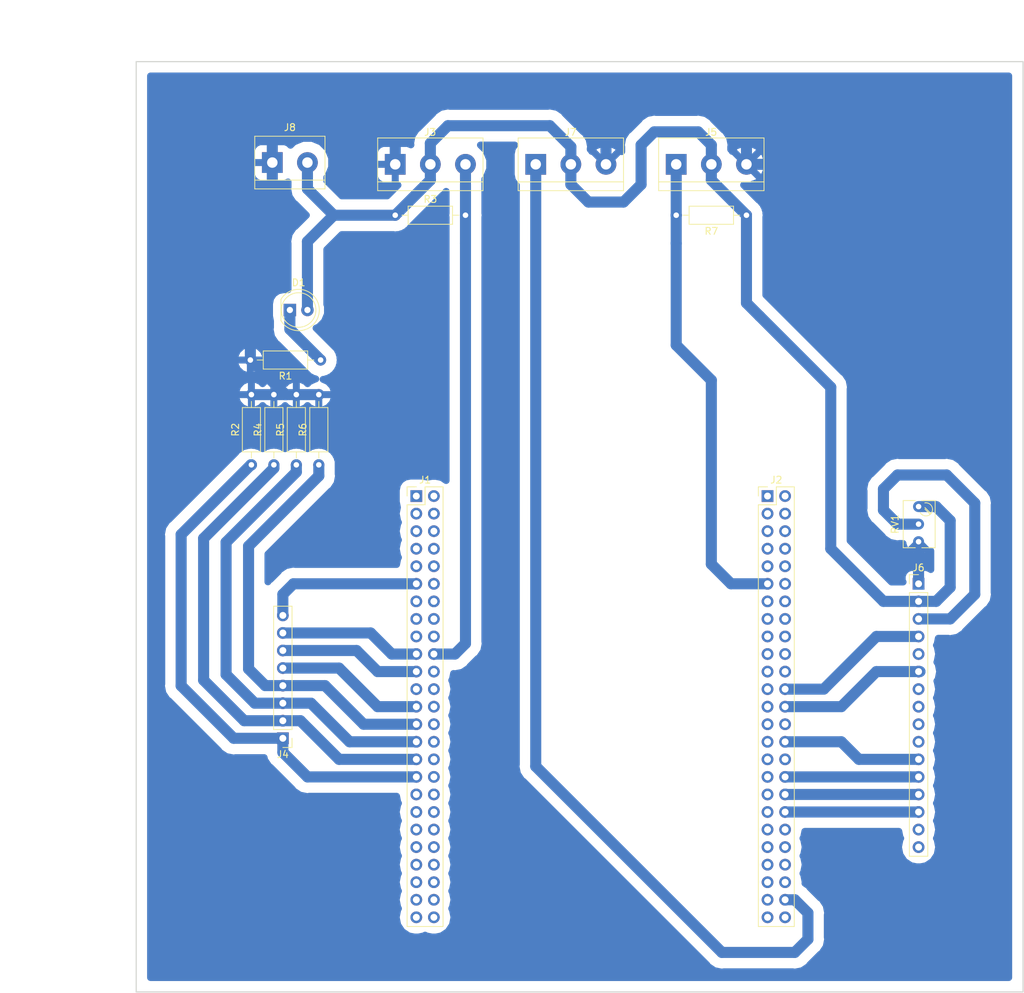
<source format=kicad_pcb>
(kicad_pcb (version 20171130) (host pcbnew "(5.0.1)-4")

  (general
    (thickness 1.6)
    (drawings 7)
    (tracks 154)
    (zones 0)
    (modules 17)
    (nets 112)
  )

  (page A4)
  (layers
    (0 F.Cu signal)
    (31 B.Cu signal)
    (32 B.Adhes user)
    (33 F.Adhes user)
    (34 B.Paste user)
    (35 F.Paste user)
    (36 B.SilkS user)
    (37 F.SilkS user)
    (38 B.Mask user)
    (39 F.Mask user)
    (40 Dwgs.User user)
    (41 Cmts.User user)
    (42 Eco1.User user)
    (43 Eco2.User user)
    (44 Edge.Cuts user)
    (45 Margin user)
    (46 B.CrtYd user)
    (47 F.CrtYd user)
    (48 B.Fab user)
    (49 F.Fab user)
  )

  (setup
    (last_trace_width 0.25)
    (user_trace_width 1.2)
    (user_trace_width 1.6)
    (trace_clearance 0.2)
    (zone_clearance 1.5)
    (zone_45_only no)
    (trace_min 0.2)
    (segment_width 0.2)
    (edge_width 0.15)
    (via_size 0.8)
    (via_drill 0.4)
    (via_min_size 0.4)
    (via_min_drill 0.3)
    (uvia_size 0.3)
    (uvia_drill 0.1)
    (uvias_allowed no)
    (uvia_min_size 0.2)
    (uvia_min_drill 0.1)
    (pcb_text_width 0.3)
    (pcb_text_size 1.5 1.5)
    (mod_edge_width 0.15)
    (mod_text_size 1 1)
    (mod_text_width 0.15)
    (pad_size 1.524 1.524)
    (pad_drill 0.762)
    (pad_to_mask_clearance 0.051)
    (solder_mask_min_width 0.25)
    (aux_axis_origin 0 0)
    (visible_elements 7FFFFFFF)
    (pcbplotparams
      (layerselection 0x01020_fffffffe)
      (usegerberextensions false)
      (usegerberattributes false)
      (usegerberadvancedattributes false)
      (creategerberjobfile false)
      (excludeedgelayer true)
      (linewidth 0.100000)
      (plotframeref false)
      (viasonmask false)
      (mode 1)
      (useauxorigin false)
      (hpglpennumber 1)
      (hpglpenspeed 20)
      (hpglpendiameter 15.000000)
      (psnegative false)
      (psa4output false)
      (plotreference true)
      (plotvalue true)
      (plotinvisibletext false)
      (padsonsilk false)
      (subtractmaskfromsilk false)
      (outputformat 4)
      (mirror false)
      (drillshape 0)
      (scaleselection 1)
      (outputdirectory ""))
  )

  (net 0 "")
  (net 1 +5V)
  (net 2 "Net-(D1-Pad1)")
  (net 3 "Net-(J1-Pad1)")
  (net 4 "Net-(J1-Pad2)")
  (net 5 "Net-(J1-Pad3)")
  (net 6 "Net-(J1-Pad4)")
  (net 7 "Net-(J1-Pad5)")
  (net 8 "Net-(J1-Pad6)")
  (net 9 "Net-(J1-Pad7)")
  (net 10 "Net-(J1-Pad8)")
  (net 11 "Net-(J1-Pad9)")
  (net 12 "Net-(J1-Pad10)")
  (net 13 "Net-(J1-Pad11)")
  (net 14 "Net-(J1-Pad12)")
  (net 15 "Net-(J1-Pad13)")
  (net 16 "Net-(J1-Pad14)")
  (net 17 "Net-(J1-Pad15)")
  (net 18 "Net-(J1-Pad16)")
  (net 19 "Net-(J1-Pad17)")
  (net 20 "Net-(J1-Pad18)")
  (net 21 "Net-(J1-Pad19)")
  (net 22 "Net-(J1-Pad20)")
  (net 23 "Net-(J1-Pad21)")
  (net 24 "Net-(J1-Pad22)")
  (net 25 "Net-(J1-Pad23)")
  (net 26 "Net-(J1-Pad24)")
  (net 27 "Net-(J1-Pad25)")
  (net 28 "Net-(J1-Pad26)")
  (net 29 "Net-(J1-Pad27)")
  (net 30 "Net-(J1-Pad28)")
  (net 31 "Net-(J1-Pad29)")
  (net 32 "Net-(J1-Pad30)")
  (net 33 "Net-(J1-Pad31)")
  (net 34 "Net-(J1-Pad32)")
  (net 35 "Net-(J1-Pad33)")
  (net 36 "Net-(J1-Pad34)")
  (net 37 "Net-(J1-Pad35)")
  (net 38 "Net-(J1-Pad36)")
  (net 39 "Net-(J1-Pad37)")
  (net 40 "Net-(J1-Pad38)")
  (net 41 "Net-(J1-Pad39)")
  (net 42 "Net-(J1-Pad40)")
  (net 43 "Net-(J1-Pad41)")
  (net 44 "Net-(J1-Pad42)")
  (net 45 "Net-(J1-Pad43)")
  (net 46 "Net-(J1-Pad44)")
  (net 47 "Net-(J1-Pad45)")
  (net 48 "Net-(J1-Pad46)")
  (net 49 "Net-(J1-Pad47)")
  (net 50 "Net-(J1-Pad48)")
  (net 51 "Net-(J1-Pad49)")
  (net 52 "Net-(J1-Pad50)")
  (net 53 "Net-(J2-Pad50)")
  (net 54 "Net-(J2-Pad49)")
  (net 55 "Net-(J2-Pad48)")
  (net 56 "Net-(J2-Pad47)")
  (net 57 "Net-(J2-Pad46)")
  (net 58 "Net-(J2-Pad45)")
  (net 59 "Net-(J2-Pad44)")
  (net 60 "Net-(J2-Pad43)")
  (net 61 "Net-(J2-Pad42)")
  (net 62 "Net-(J2-Pad41)")
  (net 63 "Net-(J2-Pad40)")
  (net 64 "Net-(J2-Pad39)")
  (net 65 "Net-(J2-Pad38)")
  (net 66 "Net-(J2-Pad37)")
  (net 67 "Net-(J2-Pad36)")
  (net 68 "Net-(J2-Pad35)")
  (net 69 "Net-(J2-Pad34)")
  (net 70 "Net-(J2-Pad33)")
  (net 71 "Net-(J2-Pad32)")
  (net 72 "Net-(J2-Pad31)")
  (net 73 "Net-(J2-Pad30)")
  (net 74 "Net-(J2-Pad29)")
  (net 75 "Net-(J2-Pad28)")
  (net 76 "Net-(J2-Pad27)")
  (net 77 "Net-(J2-Pad26)")
  (net 78 "Net-(J2-Pad25)")
  (net 79 "Net-(J2-Pad24)")
  (net 80 "Net-(J2-Pad23)")
  (net 81 "Net-(J2-Pad22)")
  (net 82 "Net-(J2-Pad21)")
  (net 83 "Net-(J2-Pad20)")
  (net 84 "Net-(J2-Pad19)")
  (net 85 "Net-(J2-Pad18)")
  (net 86 "Net-(J2-Pad17)")
  (net 87 "Net-(J2-Pad16)")
  (net 88 "Net-(J2-Pad15)")
  (net 89 "Net-(J2-Pad14)")
  (net 90 "Net-(J2-Pad13)")
  (net 91 "Net-(J2-Pad12)")
  (net 92 "Net-(J2-Pad11)")
  (net 93 "Net-(J2-Pad10)")
  (net 94 "Net-(J2-Pad9)")
  (net 95 "Net-(J2-Pad8)")
  (net 96 "Net-(J2-Pad7)")
  (net 97 "Net-(J2-Pad6)")
  (net 98 "Net-(J2-Pad5)")
  (net 99 "Net-(J2-Pad4)")
  (net 100 "Net-(J2-Pad3)")
  (net 101 "Net-(J2-Pad2)")
  (net 102 "Net-(J2-Pad1)")
  (net 103 GND)
  (net 104 "Net-(J6-Pad16)")
  (net 105 "Net-(J6-Pad15)")
  (net 106 "Net-(J6-Pad10)")
  (net 107 "Net-(J6-Pad9)")
  (net 108 "Net-(J6-Pad8)")
  (net 109 "Net-(J6-Pad7)")
  (net 110 "Net-(J6-Pad5)")
  (net 111 "Net-(J6-Pad3)")

  (net_class Default "Esta es la clase de red por defecto."
    (clearance 0.2)
    (trace_width 0.25)
    (via_dia 0.8)
    (via_drill 0.4)
    (uvia_dia 0.3)
    (uvia_drill 0.1)
    (add_net +5V)
    (add_net GND)
    (add_net "Net-(D1-Pad1)")
    (add_net "Net-(J1-Pad1)")
    (add_net "Net-(J1-Pad10)")
    (add_net "Net-(J1-Pad11)")
    (add_net "Net-(J1-Pad12)")
    (add_net "Net-(J1-Pad13)")
    (add_net "Net-(J1-Pad14)")
    (add_net "Net-(J1-Pad15)")
    (add_net "Net-(J1-Pad16)")
    (add_net "Net-(J1-Pad17)")
    (add_net "Net-(J1-Pad18)")
    (add_net "Net-(J1-Pad19)")
    (add_net "Net-(J1-Pad2)")
    (add_net "Net-(J1-Pad20)")
    (add_net "Net-(J1-Pad21)")
    (add_net "Net-(J1-Pad22)")
    (add_net "Net-(J1-Pad23)")
    (add_net "Net-(J1-Pad24)")
    (add_net "Net-(J1-Pad25)")
    (add_net "Net-(J1-Pad26)")
    (add_net "Net-(J1-Pad27)")
    (add_net "Net-(J1-Pad28)")
    (add_net "Net-(J1-Pad29)")
    (add_net "Net-(J1-Pad3)")
    (add_net "Net-(J1-Pad30)")
    (add_net "Net-(J1-Pad31)")
    (add_net "Net-(J1-Pad32)")
    (add_net "Net-(J1-Pad33)")
    (add_net "Net-(J1-Pad34)")
    (add_net "Net-(J1-Pad35)")
    (add_net "Net-(J1-Pad36)")
    (add_net "Net-(J1-Pad37)")
    (add_net "Net-(J1-Pad38)")
    (add_net "Net-(J1-Pad39)")
    (add_net "Net-(J1-Pad4)")
    (add_net "Net-(J1-Pad40)")
    (add_net "Net-(J1-Pad41)")
    (add_net "Net-(J1-Pad42)")
    (add_net "Net-(J1-Pad43)")
    (add_net "Net-(J1-Pad44)")
    (add_net "Net-(J1-Pad45)")
    (add_net "Net-(J1-Pad46)")
    (add_net "Net-(J1-Pad47)")
    (add_net "Net-(J1-Pad48)")
    (add_net "Net-(J1-Pad49)")
    (add_net "Net-(J1-Pad5)")
    (add_net "Net-(J1-Pad50)")
    (add_net "Net-(J1-Pad6)")
    (add_net "Net-(J1-Pad7)")
    (add_net "Net-(J1-Pad8)")
    (add_net "Net-(J1-Pad9)")
    (add_net "Net-(J2-Pad1)")
    (add_net "Net-(J2-Pad10)")
    (add_net "Net-(J2-Pad11)")
    (add_net "Net-(J2-Pad12)")
    (add_net "Net-(J2-Pad13)")
    (add_net "Net-(J2-Pad14)")
    (add_net "Net-(J2-Pad15)")
    (add_net "Net-(J2-Pad16)")
    (add_net "Net-(J2-Pad17)")
    (add_net "Net-(J2-Pad18)")
    (add_net "Net-(J2-Pad19)")
    (add_net "Net-(J2-Pad2)")
    (add_net "Net-(J2-Pad20)")
    (add_net "Net-(J2-Pad21)")
    (add_net "Net-(J2-Pad22)")
    (add_net "Net-(J2-Pad23)")
    (add_net "Net-(J2-Pad24)")
    (add_net "Net-(J2-Pad25)")
    (add_net "Net-(J2-Pad26)")
    (add_net "Net-(J2-Pad27)")
    (add_net "Net-(J2-Pad28)")
    (add_net "Net-(J2-Pad29)")
    (add_net "Net-(J2-Pad3)")
    (add_net "Net-(J2-Pad30)")
    (add_net "Net-(J2-Pad31)")
    (add_net "Net-(J2-Pad32)")
    (add_net "Net-(J2-Pad33)")
    (add_net "Net-(J2-Pad34)")
    (add_net "Net-(J2-Pad35)")
    (add_net "Net-(J2-Pad36)")
    (add_net "Net-(J2-Pad37)")
    (add_net "Net-(J2-Pad38)")
    (add_net "Net-(J2-Pad39)")
    (add_net "Net-(J2-Pad4)")
    (add_net "Net-(J2-Pad40)")
    (add_net "Net-(J2-Pad41)")
    (add_net "Net-(J2-Pad42)")
    (add_net "Net-(J2-Pad43)")
    (add_net "Net-(J2-Pad44)")
    (add_net "Net-(J2-Pad45)")
    (add_net "Net-(J2-Pad46)")
    (add_net "Net-(J2-Pad47)")
    (add_net "Net-(J2-Pad48)")
    (add_net "Net-(J2-Pad49)")
    (add_net "Net-(J2-Pad5)")
    (add_net "Net-(J2-Pad50)")
    (add_net "Net-(J2-Pad6)")
    (add_net "Net-(J2-Pad7)")
    (add_net "Net-(J2-Pad8)")
    (add_net "Net-(J2-Pad9)")
    (add_net "Net-(J6-Pad10)")
    (add_net "Net-(J6-Pad15)")
    (add_net "Net-(J6-Pad16)")
    (add_net "Net-(J6-Pad3)")
    (add_net "Net-(J6-Pad5)")
    (add_net "Net-(J6-Pad7)")
    (add_net "Net-(J6-Pad8)")
    (add_net "Net-(J6-Pad9)")
  )

  (module Connectors_Terminal_Blocks:TerminalBlock_bornier-3_P5.08mm (layer F.Cu) (tedit 5C34EBC9) (tstamp 5C34BC84)
    (at 119.38 33.274)
    (descr "simple 3-pin terminal block, pitch 5.08mm, revamped version of bornier3")
    (tags "terminal block bornier3")
    (path /5C33F63F)
    (fp_text reference J3 (at 5.05 -4.65) (layer F.SilkS)
      (effects (font (size 1 1) (thickness 0.15)))
    )
    (fp_text value Sensor_Golpes (at 5.08 5.08) (layer F.Fab)
      (effects (font (size 1 1) (thickness 0.15)))
    )
    (fp_line (start 12.88 4) (end -2.72 4) (layer F.CrtYd) (width 0.05))
    (fp_line (start 12.88 4) (end 12.88 -4) (layer F.CrtYd) (width 0.05))
    (fp_line (start -2.72 -4) (end -2.72 4) (layer F.CrtYd) (width 0.05))
    (fp_line (start -2.72 -4) (end 12.88 -4) (layer F.CrtYd) (width 0.05))
    (fp_line (start -2.54 3.81) (end 12.7 3.81) (layer F.SilkS) (width 0.12))
    (fp_line (start -2.54 -3.81) (end 12.7 -3.81) (layer F.SilkS) (width 0.12))
    (fp_line (start -2.54 2.54) (end 12.7 2.54) (layer F.SilkS) (width 0.12))
    (fp_line (start 12.7 3.81) (end 12.7 -3.81) (layer F.SilkS) (width 0.12))
    (fp_line (start -2.54 3.81) (end -2.54 -3.81) (layer F.SilkS) (width 0.12))
    (fp_line (start -2.47 3.75) (end -2.47 -3.75) (layer F.Fab) (width 0.1))
    (fp_line (start 12.63 3.75) (end -2.47 3.75) (layer F.Fab) (width 0.1))
    (fp_line (start 12.63 -3.75) (end 12.63 3.75) (layer F.Fab) (width 0.1))
    (fp_line (start -2.47 -3.75) (end 12.63 -3.75) (layer F.Fab) (width 0.1))
    (fp_line (start -2.47 2.55) (end 12.63 2.55) (layer F.Fab) (width 0.1))
    (fp_text user %R (at 5.08 0) (layer F.Fab)
      (effects (font (size 1 1) (thickness 0.15)))
    )
    (pad 2 thru_hole circle (at 10.16 0) (size 3 3) (drill 1.52) (layers *.Cu *.Mask)
      (net 22 "Net-(J1-Pad20)"))
    (pad 3 thru_hole circle (at 5.08 0) (size 3 3) (drill 1.52) (layers *.Cu *.Mask)
      (net 1 +5V))
    (pad 1 thru_hole rect (at 0 0) (size 3 3) (drill 1.52) (layers *.Cu *.Mask)
      (net 103 GND))
    (model ${KISYS3DMOD}/Terminal_Blocks.3dshapes/TerminalBlock_bornier-3_P5.08mm.wrl
      (offset (xyz 5.079999923706055 0 0))
      (scale (xyz 1 1 1))
      (rotate (xyz 0 0 0))
    )
  )

  (module Connectors_Terminal_Blocks:TerminalBlock_bornier-3_P5.08mm (layer F.Cu) (tedit 5C34EB2F) (tstamp 5C34C3D1)
    (at 139.7 33.274)
    (descr "simple 3-pin terminal block, pitch 5.08mm, revamped version of bornier3")
    (tags "terminal block bornier3")
    (path /5C33F7CB)
    (fp_text reference J7 (at 5.05 -4.65) (layer F.SilkS)
      (effects (font (size 1 1) (thickness 0.15)))
    )
    (fp_text value Lector_RFID (at 5.08 5.08) (layer F.Fab)
      (effects (font (size 1 1) (thickness 0.15)))
    )
    (fp_line (start 12.88 4) (end -2.72 4) (layer F.CrtYd) (width 0.05))
    (fp_line (start 12.88 4) (end 12.88 -4) (layer F.CrtYd) (width 0.05))
    (fp_line (start -2.72 -4) (end -2.72 4) (layer F.CrtYd) (width 0.05))
    (fp_line (start -2.72 -4) (end 12.88 -4) (layer F.CrtYd) (width 0.05))
    (fp_line (start -2.54 3.81) (end 12.7 3.81) (layer F.SilkS) (width 0.12))
    (fp_line (start -2.54 -3.81) (end 12.7 -3.81) (layer F.SilkS) (width 0.12))
    (fp_line (start -2.54 2.54) (end 12.7 2.54) (layer F.SilkS) (width 0.12))
    (fp_line (start 12.7 3.81) (end 12.7 -3.81) (layer F.SilkS) (width 0.12))
    (fp_line (start -2.54 3.81) (end -2.54 -3.81) (layer F.SilkS) (width 0.12))
    (fp_line (start -2.47 3.75) (end -2.47 -3.75) (layer F.Fab) (width 0.1))
    (fp_line (start 12.63 3.75) (end -2.47 3.75) (layer F.Fab) (width 0.1))
    (fp_line (start 12.63 -3.75) (end 12.63 3.75) (layer F.Fab) (width 0.1))
    (fp_line (start -2.47 -3.75) (end 12.63 -3.75) (layer F.Fab) (width 0.1))
    (fp_line (start -2.47 2.55) (end 12.63 2.55) (layer F.Fab) (width 0.1))
    (fp_text user %R (at 5.08 0) (layer F.Fab)
      (effects (font (size 1 1) (thickness 0.15)))
    )
    (pad 3 thru_hole circle (at 10.16 0) (size 3 3) (drill 1.52) (layers *.Cu *.Mask)
      (net 103 GND))
    (pad 1 thru_hole circle (at 5.08 0) (size 3 3) (drill 1.52) (layers *.Cu *.Mask)
      (net 1 +5V))
    (pad 2 thru_hole rect (at 0 0) (size 3 3) (drill 1.52) (layers *.Cu *.Mask)
      (net 55 "Net-(J2-Pad48)"))
    (model ${KISYS3DMOD}/Terminal_Blocks.3dshapes/TerminalBlock_bornier-3_P5.08mm.wrl
      (offset (xyz 5.079999923706055 0 0))
      (scale (xyz 1 1 1))
      (rotate (xyz 0 0 0))
    )
  )

  (module Connectors_Terminal_Blocks:TerminalBlock_bornier-3_P5.08mm (layer F.Cu) (tedit 5C34EA85) (tstamp 5C34BCB6)
    (at 160.02 33.274)
    (descr "simple 3-pin terminal block, pitch 5.08mm, revamped version of bornier3")
    (tags "terminal block bornier3")
    (path /5C33F6D3)
    (fp_text reference J5 (at 5.05 -4.65) (layer F.SilkS)
      (effects (font (size 1 1) (thickness 0.15)))
    )
    (fp_text value Sensor_Unidades (at 5.08 5.08) (layer F.Fab)
      (effects (font (size 1 1) (thickness 0.15)))
    )
    (fp_text user %R (at 5.08 0) (layer F.Fab)
      (effects (font (size 1 1) (thickness 0.15)))
    )
    (fp_line (start -2.47 2.55) (end 12.63 2.55) (layer F.Fab) (width 0.1))
    (fp_line (start -2.47 -3.75) (end 12.63 -3.75) (layer F.Fab) (width 0.1))
    (fp_line (start 12.63 -3.75) (end 12.63 3.75) (layer F.Fab) (width 0.1))
    (fp_line (start 12.63 3.75) (end -2.47 3.75) (layer F.Fab) (width 0.1))
    (fp_line (start -2.47 3.75) (end -2.47 -3.75) (layer F.Fab) (width 0.1))
    (fp_line (start -2.54 3.81) (end -2.54 -3.81) (layer F.SilkS) (width 0.12))
    (fp_line (start 12.7 3.81) (end 12.7 -3.81) (layer F.SilkS) (width 0.12))
    (fp_line (start -2.54 2.54) (end 12.7 2.54) (layer F.SilkS) (width 0.12))
    (fp_line (start -2.54 -3.81) (end 12.7 -3.81) (layer F.SilkS) (width 0.12))
    (fp_line (start -2.54 3.81) (end 12.7 3.81) (layer F.SilkS) (width 0.12))
    (fp_line (start -2.72 -4) (end 12.88 -4) (layer F.CrtYd) (width 0.05))
    (fp_line (start -2.72 -4) (end -2.72 4) (layer F.CrtYd) (width 0.05))
    (fp_line (start 12.88 4) (end 12.88 -4) (layer F.CrtYd) (width 0.05))
    (fp_line (start 12.88 4) (end -2.72 4) (layer F.CrtYd) (width 0.05))
    (pad 2 thru_hole rect (at 0 0) (size 3 3) (drill 1.52) (layers *.Cu *.Mask)
      (net 92 "Net-(J2-Pad11)"))
    (pad 1 thru_hole circle (at 5.08 0) (size 3 3) (drill 1.52) (layers *.Cu *.Mask)
      (net 1 +5V))
    (pad 3 thru_hole circle (at 10.16 0) (size 3 3) (drill 1.52) (layers *.Cu *.Mask)
      (net 103 GND))
    (model ${KISYS3DMOD}/Terminal_Blocks.3dshapes/TerminalBlock_bornier-3_P5.08mm.wrl
      (offset (xyz 5.079999923706055 0 0))
      (scale (xyz 1 1 1))
      (rotate (xyz 0 0 0))
    )
  )

  (module Resistors_THT:R_Axial_DIN0207_L6.3mm_D2.5mm_P10.16mm_Horizontal (layer F.Cu) (tedit 5874F706) (tstamp 5C34CAB6)
    (at 101.825001 76.760999 90)
    (descr "Resistor, Axial_DIN0207 series, Axial, Horizontal, pin pitch=10.16mm, 0.25W = 1/4W, length*diameter=6.3*2.5mm^2, http://cdn-reichelt.de/documents/datenblatt/B400/1_4W%23YAG.pdf")
    (tags "Resistor Axial_DIN0207 series Axial Horizontal pin pitch 10.16mm 0.25W = 1/4W length 6.3mm diameter 2.5mm")
    (path /5C346F12)
    (fp_text reference R4 (at 5.08 -2.31 90) (layer F.SilkS)
      (effects (font (size 1 1) (thickness 0.15)))
    )
    (fp_text value 4,7k (at 5.08 2.31 90) (layer F.Fab)
      (effects (font (size 1 1) (thickness 0.15)))
    )
    (fp_line (start 11.25 -1.6) (end -1.05 -1.6) (layer F.CrtYd) (width 0.05))
    (fp_line (start 11.25 1.6) (end 11.25 -1.6) (layer F.CrtYd) (width 0.05))
    (fp_line (start -1.05 1.6) (end 11.25 1.6) (layer F.CrtYd) (width 0.05))
    (fp_line (start -1.05 -1.6) (end -1.05 1.6) (layer F.CrtYd) (width 0.05))
    (fp_line (start 9.18 0) (end 8.29 0) (layer F.SilkS) (width 0.12))
    (fp_line (start 0.98 0) (end 1.87 0) (layer F.SilkS) (width 0.12))
    (fp_line (start 8.29 -1.31) (end 1.87 -1.31) (layer F.SilkS) (width 0.12))
    (fp_line (start 8.29 1.31) (end 8.29 -1.31) (layer F.SilkS) (width 0.12))
    (fp_line (start 1.87 1.31) (end 8.29 1.31) (layer F.SilkS) (width 0.12))
    (fp_line (start 1.87 -1.31) (end 1.87 1.31) (layer F.SilkS) (width 0.12))
    (fp_line (start 10.16 0) (end 8.23 0) (layer F.Fab) (width 0.1))
    (fp_line (start 0 0) (end 1.93 0) (layer F.Fab) (width 0.1))
    (fp_line (start 8.23 -1.25) (end 1.93 -1.25) (layer F.Fab) (width 0.1))
    (fp_line (start 8.23 1.25) (end 8.23 -1.25) (layer F.Fab) (width 0.1))
    (fp_line (start 1.93 1.25) (end 8.23 1.25) (layer F.Fab) (width 0.1))
    (fp_line (start 1.93 -1.25) (end 1.93 1.25) (layer F.Fab) (width 0.1))
    (pad 2 thru_hole oval (at 10.16 0 90) (size 1.6 1.6) (drill 0.8) (layers *.Cu *.Mask)
      (net 103 GND))
    (pad 1 thru_hole circle (at 0 0 90) (size 1.6 1.6) (drill 0.8) (layers *.Cu *.Mask)
      (net 33 "Net-(J1-Pad31)"))
    (model ${KISYS3DMOD}/Resistors_THT.3dshapes/R_Axial_DIN0207_L6.3mm_D2.5mm_P10.16mm_Horizontal.wrl
      (at (xyz 0 0 0))
      (scale (xyz 0.393701 0.393701 0.393701))
      (rotate (xyz 0 0 0))
    )
  )

  (module Resistors_THT:R_Axial_DIN0207_L6.3mm_D2.5mm_P10.16mm_Horizontal (layer F.Cu) (tedit 5874F706) (tstamp 5C34CA77)
    (at 105.075001 76.760999 90)
    (descr "Resistor, Axial_DIN0207 series, Axial, Horizontal, pin pitch=10.16mm, 0.25W = 1/4W, length*diameter=6.3*2.5mm^2, http://cdn-reichelt.de/documents/datenblatt/B400/1_4W%23YAG.pdf")
    (tags "Resistor Axial_DIN0207 series Axial Horizontal pin pitch 10.16mm 0.25W = 1/4W length 6.3mm diameter 2.5mm")
    (path /5C347090)
    (fp_text reference R5 (at 5.08 -2.31 90) (layer F.SilkS)
      (effects (font (size 1 1) (thickness 0.15)))
    )
    (fp_text value 4,7k (at 5.08 2.31 90) (layer F.Fab)
      (effects (font (size 1 1) (thickness 0.15)))
    )
    (fp_line (start 1.93 -1.25) (end 1.93 1.25) (layer F.Fab) (width 0.1))
    (fp_line (start 1.93 1.25) (end 8.23 1.25) (layer F.Fab) (width 0.1))
    (fp_line (start 8.23 1.25) (end 8.23 -1.25) (layer F.Fab) (width 0.1))
    (fp_line (start 8.23 -1.25) (end 1.93 -1.25) (layer F.Fab) (width 0.1))
    (fp_line (start 0 0) (end 1.93 0) (layer F.Fab) (width 0.1))
    (fp_line (start 10.16 0) (end 8.23 0) (layer F.Fab) (width 0.1))
    (fp_line (start 1.87 -1.31) (end 1.87 1.31) (layer F.SilkS) (width 0.12))
    (fp_line (start 1.87 1.31) (end 8.29 1.31) (layer F.SilkS) (width 0.12))
    (fp_line (start 8.29 1.31) (end 8.29 -1.31) (layer F.SilkS) (width 0.12))
    (fp_line (start 8.29 -1.31) (end 1.87 -1.31) (layer F.SilkS) (width 0.12))
    (fp_line (start 0.98 0) (end 1.87 0) (layer F.SilkS) (width 0.12))
    (fp_line (start 9.18 0) (end 8.29 0) (layer F.SilkS) (width 0.12))
    (fp_line (start -1.05 -1.6) (end -1.05 1.6) (layer F.CrtYd) (width 0.05))
    (fp_line (start -1.05 1.6) (end 11.25 1.6) (layer F.CrtYd) (width 0.05))
    (fp_line (start 11.25 1.6) (end 11.25 -1.6) (layer F.CrtYd) (width 0.05))
    (fp_line (start 11.25 -1.6) (end -1.05 -1.6) (layer F.CrtYd) (width 0.05))
    (pad 1 thru_hole circle (at 0 0 90) (size 1.6 1.6) (drill 0.8) (layers *.Cu *.Mask)
      (net 31 "Net-(J1-Pad29)"))
    (pad 2 thru_hole oval (at 10.16 0 90) (size 1.6 1.6) (drill 0.8) (layers *.Cu *.Mask)
      (net 103 GND))
    (model ${KISYS3DMOD}/Resistors_THT.3dshapes/R_Axial_DIN0207_L6.3mm_D2.5mm_P10.16mm_Horizontal.wrl
      (at (xyz 0 0 0))
      (scale (xyz 0.393701 0.393701 0.393701))
      (rotate (xyz 0 0 0))
    )
  )

  (module Resistors_THT:R_Axial_DIN0207_L6.3mm_D2.5mm_P10.16mm_Horizontal (layer F.Cu) (tedit 5874F706) (tstamp 5C34CA38)
    (at 98.575001 76.760999 90)
    (descr "Resistor, Axial_DIN0207 series, Axial, Horizontal, pin pitch=10.16mm, 0.25W = 1/4W, length*diameter=6.3*2.5mm^2, http://cdn-reichelt.de/documents/datenblatt/B400/1_4W%23YAG.pdf")
    (tags "Resistor Axial_DIN0207 series Axial Horizontal pin pitch 10.16mm 0.25W = 1/4W length 6.3mm diameter 2.5mm")
    (path /5C346EA8)
    (fp_text reference R2 (at 5.08 -2.31 90) (layer F.SilkS)
      (effects (font (size 1 1) (thickness 0.15)))
    )
    (fp_text value 4,7k (at 5.08 2.31 90) (layer F.Fab)
      (effects (font (size 1 1) (thickness 0.15)))
    )
    (fp_line (start 1.93 -1.25) (end 1.93 1.25) (layer F.Fab) (width 0.1))
    (fp_line (start 1.93 1.25) (end 8.23 1.25) (layer F.Fab) (width 0.1))
    (fp_line (start 8.23 1.25) (end 8.23 -1.25) (layer F.Fab) (width 0.1))
    (fp_line (start 8.23 -1.25) (end 1.93 -1.25) (layer F.Fab) (width 0.1))
    (fp_line (start 0 0) (end 1.93 0) (layer F.Fab) (width 0.1))
    (fp_line (start 10.16 0) (end 8.23 0) (layer F.Fab) (width 0.1))
    (fp_line (start 1.87 -1.31) (end 1.87 1.31) (layer F.SilkS) (width 0.12))
    (fp_line (start 1.87 1.31) (end 8.29 1.31) (layer F.SilkS) (width 0.12))
    (fp_line (start 8.29 1.31) (end 8.29 -1.31) (layer F.SilkS) (width 0.12))
    (fp_line (start 8.29 -1.31) (end 1.87 -1.31) (layer F.SilkS) (width 0.12))
    (fp_line (start 0.98 0) (end 1.87 0) (layer F.SilkS) (width 0.12))
    (fp_line (start 9.18 0) (end 8.29 0) (layer F.SilkS) (width 0.12))
    (fp_line (start -1.05 -1.6) (end -1.05 1.6) (layer F.CrtYd) (width 0.05))
    (fp_line (start -1.05 1.6) (end 11.25 1.6) (layer F.CrtYd) (width 0.05))
    (fp_line (start 11.25 1.6) (end 11.25 -1.6) (layer F.CrtYd) (width 0.05))
    (fp_line (start 11.25 -1.6) (end -1.05 -1.6) (layer F.CrtYd) (width 0.05))
    (pad 1 thru_hole circle (at 0 0 90) (size 1.6 1.6) (drill 0.8) (layers *.Cu *.Mask)
      (net 35 "Net-(J1-Pad33)"))
    (pad 2 thru_hole oval (at 10.16 0 90) (size 1.6 1.6) (drill 0.8) (layers *.Cu *.Mask)
      (net 103 GND))
    (model ${KISYS3DMOD}/Resistors_THT.3dshapes/R_Axial_DIN0207_L6.3mm_D2.5mm_P10.16mm_Horizontal.wrl
      (at (xyz 0 0 0))
      (scale (xyz 0.393701 0.393701 0.393701))
      (rotate (xyz 0 0 0))
    )
  )

  (module Resistors_THT:R_Axial_DIN0207_L6.3mm_D2.5mm_P10.16mm_Horizontal (layer F.Cu) (tedit 5874F706) (tstamp 5C34C9F9)
    (at 108.325001 76.760999 90)
    (descr "Resistor, Axial_DIN0207 series, Axial, Horizontal, pin pitch=10.16mm, 0.25W = 1/4W, length*diameter=6.3*2.5mm^2, http://cdn-reichelt.de/documents/datenblatt/B400/1_4W%23YAG.pdf")
    (tags "Resistor Axial_DIN0207 series Axial Horizontal pin pitch 10.16mm 0.25W = 1/4W length 6.3mm diameter 2.5mm")
    (path /5C347096)
    (fp_text reference R6 (at 5.08 -2.31 90) (layer F.SilkS)
      (effects (font (size 1 1) (thickness 0.15)))
    )
    (fp_text value 4,7k (at 5.08 2.31 90) (layer F.Fab)
      (effects (font (size 1 1) (thickness 0.15)))
    )
    (fp_line (start 11.25 -1.6) (end -1.05 -1.6) (layer F.CrtYd) (width 0.05))
    (fp_line (start 11.25 1.6) (end 11.25 -1.6) (layer F.CrtYd) (width 0.05))
    (fp_line (start -1.05 1.6) (end 11.25 1.6) (layer F.CrtYd) (width 0.05))
    (fp_line (start -1.05 -1.6) (end -1.05 1.6) (layer F.CrtYd) (width 0.05))
    (fp_line (start 9.18 0) (end 8.29 0) (layer F.SilkS) (width 0.12))
    (fp_line (start 0.98 0) (end 1.87 0) (layer F.SilkS) (width 0.12))
    (fp_line (start 8.29 -1.31) (end 1.87 -1.31) (layer F.SilkS) (width 0.12))
    (fp_line (start 8.29 1.31) (end 8.29 -1.31) (layer F.SilkS) (width 0.12))
    (fp_line (start 1.87 1.31) (end 8.29 1.31) (layer F.SilkS) (width 0.12))
    (fp_line (start 1.87 -1.31) (end 1.87 1.31) (layer F.SilkS) (width 0.12))
    (fp_line (start 10.16 0) (end 8.23 0) (layer F.Fab) (width 0.1))
    (fp_line (start 0 0) (end 1.93 0) (layer F.Fab) (width 0.1))
    (fp_line (start 8.23 -1.25) (end 1.93 -1.25) (layer F.Fab) (width 0.1))
    (fp_line (start 8.23 1.25) (end 8.23 -1.25) (layer F.Fab) (width 0.1))
    (fp_line (start 1.93 1.25) (end 8.23 1.25) (layer F.Fab) (width 0.1))
    (fp_line (start 1.93 -1.25) (end 1.93 1.25) (layer F.Fab) (width 0.1))
    (pad 2 thru_hole oval (at 10.16 0 90) (size 1.6 1.6) (drill 0.8) (layers *.Cu *.Mask)
      (net 103 GND))
    (pad 1 thru_hole circle (at 0 0 90) (size 1.6 1.6) (drill 0.8) (layers *.Cu *.Mask)
      (net 29 "Net-(J1-Pad27)"))
    (model ${KISYS3DMOD}/Resistors_THT.3dshapes/R_Axial_DIN0207_L6.3mm_D2.5mm_P10.16mm_Horizontal.wrl
      (at (xyz 0 0 0))
      (scale (xyz 0.393701 0.393701 0.393701))
      (rotate (xyz 0 0 0))
    )
  )

  (module Pin_Headers:Pin_Header_Straight_2x25_Pitch2.54mm (layer F.Cu) (tedit 59650533) (tstamp 5C34BC26)
    (at 122.428 81.28)
    (descr "Through hole straight pin header, 2x25, 2.54mm pitch, double rows")
    (tags "Through hole pin header THT 2x25 2.54mm double row")
    (path /5C33EF4F)
    (fp_text reference J1 (at 1.27 -2.33) (layer F.SilkS)
      (effects (font (size 1 1) (thickness 0.15)))
    )
    (fp_text value STM32_P1 (at 1.27 63.29) (layer F.Fab)
      (effects (font (size 1 1) (thickness 0.15)))
    )
    (fp_line (start 0 -1.27) (end 3.81 -1.27) (layer F.Fab) (width 0.1))
    (fp_line (start 3.81 -1.27) (end 3.81 62.23) (layer F.Fab) (width 0.1))
    (fp_line (start 3.81 62.23) (end -1.27 62.23) (layer F.Fab) (width 0.1))
    (fp_line (start -1.27 62.23) (end -1.27 0) (layer F.Fab) (width 0.1))
    (fp_line (start -1.27 0) (end 0 -1.27) (layer F.Fab) (width 0.1))
    (fp_line (start -1.33 62.29) (end 3.87 62.29) (layer F.SilkS) (width 0.12))
    (fp_line (start -1.33 1.27) (end -1.33 62.29) (layer F.SilkS) (width 0.12))
    (fp_line (start 3.87 -1.33) (end 3.87 62.29) (layer F.SilkS) (width 0.12))
    (fp_line (start -1.33 1.27) (end 1.27 1.27) (layer F.SilkS) (width 0.12))
    (fp_line (start 1.27 1.27) (end 1.27 -1.33) (layer F.SilkS) (width 0.12))
    (fp_line (start 1.27 -1.33) (end 3.87 -1.33) (layer F.SilkS) (width 0.12))
    (fp_line (start -1.33 0) (end -1.33 -1.33) (layer F.SilkS) (width 0.12))
    (fp_line (start -1.33 -1.33) (end 0 -1.33) (layer F.SilkS) (width 0.12))
    (fp_line (start -1.8 -1.8) (end -1.8 62.75) (layer F.CrtYd) (width 0.05))
    (fp_line (start -1.8 62.75) (end 4.35 62.75) (layer F.CrtYd) (width 0.05))
    (fp_line (start 4.35 62.75) (end 4.35 -1.8) (layer F.CrtYd) (width 0.05))
    (fp_line (start 4.35 -1.8) (end -1.8 -1.8) (layer F.CrtYd) (width 0.05))
    (fp_text user %R (at 1.27 30.48 90) (layer F.Fab)
      (effects (font (size 1 1) (thickness 0.15)))
    )
    (pad 1 thru_hole rect (at 0 0) (size 1.7 1.7) (drill 1) (layers *.Cu *.Mask)
      (net 3 "Net-(J1-Pad1)"))
    (pad 2 thru_hole oval (at 2.54 0) (size 1.7 1.7) (drill 1) (layers *.Cu *.Mask)
      (net 4 "Net-(J1-Pad2)"))
    (pad 3 thru_hole oval (at 0 2.54) (size 1.7 1.7) (drill 1) (layers *.Cu *.Mask)
      (net 5 "Net-(J1-Pad3)"))
    (pad 4 thru_hole oval (at 2.54 2.54) (size 1.7 1.7) (drill 1) (layers *.Cu *.Mask)
      (net 6 "Net-(J1-Pad4)"))
    (pad 5 thru_hole oval (at 0 5.08) (size 1.7 1.7) (drill 1) (layers *.Cu *.Mask)
      (net 7 "Net-(J1-Pad5)"))
    (pad 6 thru_hole oval (at 2.54 5.08) (size 1.7 1.7) (drill 1) (layers *.Cu *.Mask)
      (net 8 "Net-(J1-Pad6)"))
    (pad 7 thru_hole oval (at 0 7.62) (size 1.7 1.7) (drill 1) (layers *.Cu *.Mask)
      (net 9 "Net-(J1-Pad7)"))
    (pad 8 thru_hole oval (at 2.54 7.62) (size 1.7 1.7) (drill 1) (layers *.Cu *.Mask)
      (net 10 "Net-(J1-Pad8)"))
    (pad 9 thru_hole oval (at 0 10.16) (size 1.7 1.7) (drill 1) (layers *.Cu *.Mask)
      (net 11 "Net-(J1-Pad9)"))
    (pad 10 thru_hole oval (at 2.54 10.16) (size 1.7 1.7) (drill 1) (layers *.Cu *.Mask)
      (net 12 "Net-(J1-Pad10)"))
    (pad 11 thru_hole oval (at 0 12.7) (size 1.7 1.7) (drill 1) (layers *.Cu *.Mask)
      (net 13 "Net-(J1-Pad11)"))
    (pad 12 thru_hole oval (at 2.54 12.7) (size 1.7 1.7) (drill 1) (layers *.Cu *.Mask)
      (net 14 "Net-(J1-Pad12)"))
    (pad 13 thru_hole oval (at 0 15.24) (size 1.7 1.7) (drill 1) (layers *.Cu *.Mask)
      (net 15 "Net-(J1-Pad13)"))
    (pad 14 thru_hole oval (at 2.54 15.24) (size 1.7 1.7) (drill 1) (layers *.Cu *.Mask)
      (net 16 "Net-(J1-Pad14)"))
    (pad 15 thru_hole oval (at 0 17.78) (size 1.7 1.7) (drill 1) (layers *.Cu *.Mask)
      (net 17 "Net-(J1-Pad15)"))
    (pad 16 thru_hole oval (at 2.54 17.78) (size 1.7 1.7) (drill 1) (layers *.Cu *.Mask)
      (net 18 "Net-(J1-Pad16)"))
    (pad 17 thru_hole oval (at 0 20.32) (size 1.7 1.7) (drill 1) (layers *.Cu *.Mask)
      (net 19 "Net-(J1-Pad17)"))
    (pad 18 thru_hole oval (at 2.54 20.32) (size 1.7 1.7) (drill 1) (layers *.Cu *.Mask)
      (net 20 "Net-(J1-Pad18)"))
    (pad 19 thru_hole oval (at 0 22.86) (size 1.7 1.7) (drill 1) (layers *.Cu *.Mask)
      (net 21 "Net-(J1-Pad19)"))
    (pad 20 thru_hole oval (at 2.54 22.86) (size 1.7 1.7) (drill 1) (layers *.Cu *.Mask)
      (net 22 "Net-(J1-Pad20)"))
    (pad 21 thru_hole oval (at 0 25.4) (size 1.7 1.7) (drill 1) (layers *.Cu *.Mask)
      (net 23 "Net-(J1-Pad21)"))
    (pad 22 thru_hole oval (at 2.54 25.4) (size 1.7 1.7) (drill 1) (layers *.Cu *.Mask)
      (net 24 "Net-(J1-Pad22)"))
    (pad 23 thru_hole oval (at 0 27.94) (size 1.7 1.7) (drill 1) (layers *.Cu *.Mask)
      (net 25 "Net-(J1-Pad23)"))
    (pad 24 thru_hole oval (at 2.54 27.94) (size 1.7 1.7) (drill 1) (layers *.Cu *.Mask)
      (net 26 "Net-(J1-Pad24)"))
    (pad 25 thru_hole oval (at 0 30.48) (size 1.7 1.7) (drill 1) (layers *.Cu *.Mask)
      (net 27 "Net-(J1-Pad25)"))
    (pad 26 thru_hole oval (at 2.54 30.48) (size 1.7 1.7) (drill 1) (layers *.Cu *.Mask)
      (net 28 "Net-(J1-Pad26)"))
    (pad 27 thru_hole oval (at 0 33.02) (size 1.7 1.7) (drill 1) (layers *.Cu *.Mask)
      (net 29 "Net-(J1-Pad27)"))
    (pad 28 thru_hole oval (at 2.54 33.02) (size 1.7 1.7) (drill 1) (layers *.Cu *.Mask)
      (net 30 "Net-(J1-Pad28)"))
    (pad 29 thru_hole oval (at 0 35.56) (size 1.7 1.7) (drill 1) (layers *.Cu *.Mask)
      (net 31 "Net-(J1-Pad29)"))
    (pad 30 thru_hole oval (at 2.54 35.56) (size 1.7 1.7) (drill 1) (layers *.Cu *.Mask)
      (net 32 "Net-(J1-Pad30)"))
    (pad 31 thru_hole oval (at 0 38.1) (size 1.7 1.7) (drill 1) (layers *.Cu *.Mask)
      (net 33 "Net-(J1-Pad31)"))
    (pad 32 thru_hole oval (at 2.54 38.1) (size 1.7 1.7) (drill 1) (layers *.Cu *.Mask)
      (net 34 "Net-(J1-Pad32)"))
    (pad 33 thru_hole oval (at 0 40.64) (size 1.7 1.7) (drill 1) (layers *.Cu *.Mask)
      (net 35 "Net-(J1-Pad33)"))
    (pad 34 thru_hole oval (at 2.54 40.64) (size 1.7 1.7) (drill 1) (layers *.Cu *.Mask)
      (net 36 "Net-(J1-Pad34)"))
    (pad 35 thru_hole oval (at 0 43.18) (size 1.7 1.7) (drill 1) (layers *.Cu *.Mask)
      (net 37 "Net-(J1-Pad35)"))
    (pad 36 thru_hole oval (at 2.54 43.18) (size 1.7 1.7) (drill 1) (layers *.Cu *.Mask)
      (net 38 "Net-(J1-Pad36)"))
    (pad 37 thru_hole oval (at 0 45.72) (size 1.7 1.7) (drill 1) (layers *.Cu *.Mask)
      (net 39 "Net-(J1-Pad37)"))
    (pad 38 thru_hole oval (at 2.54 45.72) (size 1.7 1.7) (drill 1) (layers *.Cu *.Mask)
      (net 40 "Net-(J1-Pad38)"))
    (pad 39 thru_hole oval (at 0 48.26) (size 1.7 1.7) (drill 1) (layers *.Cu *.Mask)
      (net 41 "Net-(J1-Pad39)"))
    (pad 40 thru_hole oval (at 2.54 48.26) (size 1.7 1.7) (drill 1) (layers *.Cu *.Mask)
      (net 42 "Net-(J1-Pad40)"))
    (pad 41 thru_hole oval (at 0 50.8) (size 1.7 1.7) (drill 1) (layers *.Cu *.Mask)
      (net 43 "Net-(J1-Pad41)"))
    (pad 42 thru_hole oval (at 2.54 50.8) (size 1.7 1.7) (drill 1) (layers *.Cu *.Mask)
      (net 44 "Net-(J1-Pad42)"))
    (pad 43 thru_hole oval (at 0 53.34) (size 1.7 1.7) (drill 1) (layers *.Cu *.Mask)
      (net 45 "Net-(J1-Pad43)"))
    (pad 44 thru_hole oval (at 2.54 53.34) (size 1.7 1.7) (drill 1) (layers *.Cu *.Mask)
      (net 46 "Net-(J1-Pad44)"))
    (pad 45 thru_hole oval (at 0 55.88) (size 1.7 1.7) (drill 1) (layers *.Cu *.Mask)
      (net 47 "Net-(J1-Pad45)"))
    (pad 46 thru_hole oval (at 2.54 55.88) (size 1.7 1.7) (drill 1) (layers *.Cu *.Mask)
      (net 48 "Net-(J1-Pad46)"))
    (pad 47 thru_hole oval (at 0 58.42) (size 1.7 1.7) (drill 1) (layers *.Cu *.Mask)
      (net 49 "Net-(J1-Pad47)"))
    (pad 48 thru_hole oval (at 2.54 58.42) (size 1.7 1.7) (drill 1) (layers *.Cu *.Mask)
      (net 50 "Net-(J1-Pad48)"))
    (pad 49 thru_hole oval (at 0 60.96) (size 1.7 1.7) (drill 1) (layers *.Cu *.Mask)
      (net 51 "Net-(J1-Pad49)"))
    (pad 50 thru_hole oval (at 2.54 60.96) (size 1.7 1.7) (drill 1) (layers *.Cu *.Mask)
      (net 52 "Net-(J1-Pad50)"))
    (model ${KISYS3DMOD}/Pin_Headers.3dshapes/Pin_Header_Straight_2x25_Pitch2.54mm.wrl
      (at (xyz 0 0 0))
      (scale (xyz 1 1 1))
      (rotate (xyz 0 0 0))
    )
  )

  (module Pin_Headers:Pin_Header_Straight_1x08_Pitch2.54mm (layer F.Cu) (tedit 59650532) (tstamp 5C34E6D1)
    (at 103.124 116.332 180)
    (descr "Through hole straight pin header, 1x08, 2.54mm pitch, single row")
    (tags "Through hole pin header THT 1x08 2.54mm single row")
    (path /5C33F443)
    (fp_text reference J4 (at 0 -2.33 180) (layer F.SilkS)
      (effects (font (size 1 1) (thickness 0.15)))
    )
    (fp_text value Teclado (at 0 20.11 180) (layer F.Fab)
      (effects (font (size 1 1) (thickness 0.15)))
    )
    (fp_text user %R (at 0 8.89 270) (layer F.Fab)
      (effects (font (size 1 1) (thickness 0.15)))
    )
    (fp_line (start 1.8 -1.8) (end -1.8 -1.8) (layer F.CrtYd) (width 0.05))
    (fp_line (start 1.8 19.55) (end 1.8 -1.8) (layer F.CrtYd) (width 0.05))
    (fp_line (start -1.8 19.55) (end 1.8 19.55) (layer F.CrtYd) (width 0.05))
    (fp_line (start -1.8 -1.8) (end -1.8 19.55) (layer F.CrtYd) (width 0.05))
    (fp_line (start -1.33 -1.33) (end 0 -1.33) (layer F.SilkS) (width 0.12))
    (fp_line (start -1.33 0) (end -1.33 -1.33) (layer F.SilkS) (width 0.12))
    (fp_line (start -1.33 1.27) (end 1.33 1.27) (layer F.SilkS) (width 0.12))
    (fp_line (start 1.33 1.27) (end 1.33 19.11) (layer F.SilkS) (width 0.12))
    (fp_line (start -1.33 1.27) (end -1.33 19.11) (layer F.SilkS) (width 0.12))
    (fp_line (start -1.33 19.11) (end 1.33 19.11) (layer F.SilkS) (width 0.12))
    (fp_line (start -1.27 -0.635) (end -0.635 -1.27) (layer F.Fab) (width 0.1))
    (fp_line (start -1.27 19.05) (end -1.27 -0.635) (layer F.Fab) (width 0.1))
    (fp_line (start 1.27 19.05) (end -1.27 19.05) (layer F.Fab) (width 0.1))
    (fp_line (start 1.27 -1.27) (end 1.27 19.05) (layer F.Fab) (width 0.1))
    (fp_line (start -0.635 -1.27) (end 1.27 -1.27) (layer F.Fab) (width 0.1))
    (pad 8 thru_hole oval (at 0 17.78 180) (size 1.7 1.7) (drill 1) (layers *.Cu *.Mask)
      (net 13 "Net-(J1-Pad11)"))
    (pad 7 thru_hole oval (at 0 15.24 180) (size 1.7 1.7) (drill 1) (layers *.Cu *.Mask)
      (net 21 "Net-(J1-Pad19)"))
    (pad 6 thru_hole oval (at 0 12.7 180) (size 1.7 1.7) (drill 1) (layers *.Cu *.Mask)
      (net 23 "Net-(J1-Pad21)"))
    (pad 5 thru_hole oval (at 0 10.16 180) (size 1.7 1.7) (drill 1) (layers *.Cu *.Mask)
      (net 27 "Net-(J1-Pad25)"))
    (pad 4 thru_hole oval (at 0 7.62 180) (size 1.7 1.7) (drill 1) (layers *.Cu *.Mask)
      (net 29 "Net-(J1-Pad27)"))
    (pad 3 thru_hole oval (at 0 5.08 180) (size 1.7 1.7) (drill 1) (layers *.Cu *.Mask)
      (net 31 "Net-(J1-Pad29)"))
    (pad 2 thru_hole oval (at 0 2.54 180) (size 1.7 1.7) (drill 1) (layers *.Cu *.Mask)
      (net 33 "Net-(J1-Pad31)"))
    (pad 1 thru_hole rect (at 0 0 180) (size 1.7 1.7) (drill 1) (layers *.Cu *.Mask)
      (net 35 "Net-(J1-Pad33)"))
    (model ${KISYS3DMOD}/Pin_Headers.3dshapes/Pin_Header_Straight_1x08_Pitch2.54mm.wrl
      (at (xyz 0 0 0))
      (scale (xyz 1 1 1))
      (rotate (xyz 0 0 0))
    )
  )

  (module LEDs:LED_D5.0mm (layer F.Cu) (tedit 5995936A) (tstamp 5C34BBDE)
    (at 104.14 54.356)
    (descr "LED, diameter 5.0mm, 2 pins, http://cdn-reichelt.de/documents/datenblatt/A500/LL-504BC2E-009.pdf")
    (tags "LED diameter 5.0mm 2 pins")
    (path /5C33F9B2)
    (fp_text reference D1 (at 1.27 -3.96) (layer F.SilkS)
      (effects (font (size 1 1) (thickness 0.15)))
    )
    (fp_text value LED_Power (at 1.27 3.96) (layer F.Fab)
      (effects (font (size 1 1) (thickness 0.15)))
    )
    (fp_text user %R (at 1.25 0) (layer F.Fab)
      (effects (font (size 0.8 0.8) (thickness 0.2)))
    )
    (fp_line (start 4.5 -3.25) (end -1.95 -3.25) (layer F.CrtYd) (width 0.05))
    (fp_line (start 4.5 3.25) (end 4.5 -3.25) (layer F.CrtYd) (width 0.05))
    (fp_line (start -1.95 3.25) (end 4.5 3.25) (layer F.CrtYd) (width 0.05))
    (fp_line (start -1.95 -3.25) (end -1.95 3.25) (layer F.CrtYd) (width 0.05))
    (fp_line (start -1.29 -1.545) (end -1.29 1.545) (layer F.SilkS) (width 0.12))
    (fp_line (start -1.23 -1.469694) (end -1.23 1.469694) (layer F.Fab) (width 0.1))
    (fp_circle (center 1.27 0) (end 3.77 0) (layer F.SilkS) (width 0.12))
    (fp_circle (center 1.27 0) (end 3.77 0) (layer F.Fab) (width 0.1))
    (fp_arc (start 1.27 0) (end -1.29 1.54483) (angle -148.9) (layer F.SilkS) (width 0.12))
    (fp_arc (start 1.27 0) (end -1.29 -1.54483) (angle 148.9) (layer F.SilkS) (width 0.12))
    (fp_arc (start 1.27 0) (end -1.23 -1.469694) (angle 299.1) (layer F.Fab) (width 0.1))
    (pad 2 thru_hole circle (at 2.54 0) (size 1.8 1.8) (drill 0.9) (layers *.Cu *.Mask)
      (net 1 +5V))
    (pad 1 thru_hole rect (at 0 0) (size 1.8 1.8) (drill 0.9) (layers *.Cu *.Mask)
      (net 2 "Net-(D1-Pad1)"))
    (model ${KISYS3DMOD}/LEDs.3dshapes/LED_D5.0mm.wrl
      (at (xyz 0 0 0))
      (scale (xyz 0.393701 0.393701 0.393701))
      (rotate (xyz 0 0 0))
    )
  )

  (module Pin_Headers:Pin_Header_Straight_2x25_Pitch2.54mm (layer F.Cu) (tedit 59650533) (tstamp 5C34BC6E)
    (at 173.228 81.28)
    (descr "Through hole straight pin header, 2x25, 2.54mm pitch, double rows")
    (tags "Through hole pin header THT 2x25 2.54mm double row")
    (path /5C33EFD9)
    (fp_text reference J2 (at 1.27 -2.33) (layer F.SilkS)
      (effects (font (size 1 1) (thickness 0.15)))
    )
    (fp_text value STM32_P2 (at 1.27 63.29) (layer F.Fab)
      (effects (font (size 1 1) (thickness 0.15)))
    )
    (fp_text user %R (at 1.27 30.48 90) (layer F.Fab)
      (effects (font (size 1 1) (thickness 0.15)))
    )
    (fp_line (start 4.35 -1.8) (end -1.8 -1.8) (layer F.CrtYd) (width 0.05))
    (fp_line (start 4.35 62.75) (end 4.35 -1.8) (layer F.CrtYd) (width 0.05))
    (fp_line (start -1.8 62.75) (end 4.35 62.75) (layer F.CrtYd) (width 0.05))
    (fp_line (start -1.8 -1.8) (end -1.8 62.75) (layer F.CrtYd) (width 0.05))
    (fp_line (start -1.33 -1.33) (end 0 -1.33) (layer F.SilkS) (width 0.12))
    (fp_line (start -1.33 0) (end -1.33 -1.33) (layer F.SilkS) (width 0.12))
    (fp_line (start 1.27 -1.33) (end 3.87 -1.33) (layer F.SilkS) (width 0.12))
    (fp_line (start 1.27 1.27) (end 1.27 -1.33) (layer F.SilkS) (width 0.12))
    (fp_line (start -1.33 1.27) (end 1.27 1.27) (layer F.SilkS) (width 0.12))
    (fp_line (start 3.87 -1.33) (end 3.87 62.29) (layer F.SilkS) (width 0.12))
    (fp_line (start -1.33 1.27) (end -1.33 62.29) (layer F.SilkS) (width 0.12))
    (fp_line (start -1.33 62.29) (end 3.87 62.29) (layer F.SilkS) (width 0.12))
    (fp_line (start -1.27 0) (end 0 -1.27) (layer F.Fab) (width 0.1))
    (fp_line (start -1.27 62.23) (end -1.27 0) (layer F.Fab) (width 0.1))
    (fp_line (start 3.81 62.23) (end -1.27 62.23) (layer F.Fab) (width 0.1))
    (fp_line (start 3.81 -1.27) (end 3.81 62.23) (layer F.Fab) (width 0.1))
    (fp_line (start 0 -1.27) (end 3.81 -1.27) (layer F.Fab) (width 0.1))
    (pad 50 thru_hole oval (at 2.54 60.96) (size 1.7 1.7) (drill 1) (layers *.Cu *.Mask)
      (net 53 "Net-(J2-Pad50)"))
    (pad 49 thru_hole oval (at 0 60.96) (size 1.7 1.7) (drill 1) (layers *.Cu *.Mask)
      (net 54 "Net-(J2-Pad49)"))
    (pad 48 thru_hole oval (at 2.54 58.42) (size 1.7 1.7) (drill 1) (layers *.Cu *.Mask)
      (net 55 "Net-(J2-Pad48)"))
    (pad 47 thru_hole oval (at 0 58.42) (size 1.7 1.7) (drill 1) (layers *.Cu *.Mask)
      (net 56 "Net-(J2-Pad47)"))
    (pad 46 thru_hole oval (at 2.54 55.88) (size 1.7 1.7) (drill 1) (layers *.Cu *.Mask)
      (net 57 "Net-(J2-Pad46)"))
    (pad 45 thru_hole oval (at 0 55.88) (size 1.7 1.7) (drill 1) (layers *.Cu *.Mask)
      (net 58 "Net-(J2-Pad45)"))
    (pad 44 thru_hole oval (at 2.54 53.34) (size 1.7 1.7) (drill 1) (layers *.Cu *.Mask)
      (net 59 "Net-(J2-Pad44)"))
    (pad 43 thru_hole oval (at 0 53.34) (size 1.7 1.7) (drill 1) (layers *.Cu *.Mask)
      (net 60 "Net-(J2-Pad43)"))
    (pad 42 thru_hole oval (at 2.54 50.8) (size 1.7 1.7) (drill 1) (layers *.Cu *.Mask)
      (net 61 "Net-(J2-Pad42)"))
    (pad 41 thru_hole oval (at 0 50.8) (size 1.7 1.7) (drill 1) (layers *.Cu *.Mask)
      (net 62 "Net-(J2-Pad41)"))
    (pad 40 thru_hole oval (at 2.54 48.26) (size 1.7 1.7) (drill 1) (layers *.Cu *.Mask)
      (net 63 "Net-(J2-Pad40)"))
    (pad 39 thru_hole oval (at 0 48.26) (size 1.7 1.7) (drill 1) (layers *.Cu *.Mask)
      (net 64 "Net-(J2-Pad39)"))
    (pad 38 thru_hole oval (at 2.54 45.72) (size 1.7 1.7) (drill 1) (layers *.Cu *.Mask)
      (net 65 "Net-(J2-Pad38)"))
    (pad 37 thru_hole oval (at 0 45.72) (size 1.7 1.7) (drill 1) (layers *.Cu *.Mask)
      (net 66 "Net-(J2-Pad37)"))
    (pad 36 thru_hole oval (at 2.54 43.18) (size 1.7 1.7) (drill 1) (layers *.Cu *.Mask)
      (net 67 "Net-(J2-Pad36)"))
    (pad 35 thru_hole oval (at 0 43.18) (size 1.7 1.7) (drill 1) (layers *.Cu *.Mask)
      (net 68 "Net-(J2-Pad35)"))
    (pad 34 thru_hole oval (at 2.54 40.64) (size 1.7 1.7) (drill 1) (layers *.Cu *.Mask)
      (net 69 "Net-(J2-Pad34)"))
    (pad 33 thru_hole oval (at 0 40.64) (size 1.7 1.7) (drill 1) (layers *.Cu *.Mask)
      (net 70 "Net-(J2-Pad33)"))
    (pad 32 thru_hole oval (at 2.54 38.1) (size 1.7 1.7) (drill 1) (layers *.Cu *.Mask)
      (net 71 "Net-(J2-Pad32)"))
    (pad 31 thru_hole oval (at 0 38.1) (size 1.7 1.7) (drill 1) (layers *.Cu *.Mask)
      (net 72 "Net-(J2-Pad31)"))
    (pad 30 thru_hole oval (at 2.54 35.56) (size 1.7 1.7) (drill 1) (layers *.Cu *.Mask)
      (net 73 "Net-(J2-Pad30)"))
    (pad 29 thru_hole oval (at 0 35.56) (size 1.7 1.7) (drill 1) (layers *.Cu *.Mask)
      (net 74 "Net-(J2-Pad29)"))
    (pad 28 thru_hole oval (at 2.54 33.02) (size 1.7 1.7) (drill 1) (layers *.Cu *.Mask)
      (net 75 "Net-(J2-Pad28)"))
    (pad 27 thru_hole oval (at 0 33.02) (size 1.7 1.7) (drill 1) (layers *.Cu *.Mask)
      (net 76 "Net-(J2-Pad27)"))
    (pad 26 thru_hole oval (at 2.54 30.48) (size 1.7 1.7) (drill 1) (layers *.Cu *.Mask)
      (net 77 "Net-(J2-Pad26)"))
    (pad 25 thru_hole oval (at 0 30.48) (size 1.7 1.7) (drill 1) (layers *.Cu *.Mask)
      (net 78 "Net-(J2-Pad25)"))
    (pad 24 thru_hole oval (at 2.54 27.94) (size 1.7 1.7) (drill 1) (layers *.Cu *.Mask)
      (net 79 "Net-(J2-Pad24)"))
    (pad 23 thru_hole oval (at 0 27.94) (size 1.7 1.7) (drill 1) (layers *.Cu *.Mask)
      (net 80 "Net-(J2-Pad23)"))
    (pad 22 thru_hole oval (at 2.54 25.4) (size 1.7 1.7) (drill 1) (layers *.Cu *.Mask)
      (net 81 "Net-(J2-Pad22)"))
    (pad 21 thru_hole oval (at 0 25.4) (size 1.7 1.7) (drill 1) (layers *.Cu *.Mask)
      (net 82 "Net-(J2-Pad21)"))
    (pad 20 thru_hole oval (at 2.54 22.86) (size 1.7 1.7) (drill 1) (layers *.Cu *.Mask)
      (net 83 "Net-(J2-Pad20)"))
    (pad 19 thru_hole oval (at 0 22.86) (size 1.7 1.7) (drill 1) (layers *.Cu *.Mask)
      (net 84 "Net-(J2-Pad19)"))
    (pad 18 thru_hole oval (at 2.54 20.32) (size 1.7 1.7) (drill 1) (layers *.Cu *.Mask)
      (net 85 "Net-(J2-Pad18)"))
    (pad 17 thru_hole oval (at 0 20.32) (size 1.7 1.7) (drill 1) (layers *.Cu *.Mask)
      (net 86 "Net-(J2-Pad17)"))
    (pad 16 thru_hole oval (at 2.54 17.78) (size 1.7 1.7) (drill 1) (layers *.Cu *.Mask)
      (net 87 "Net-(J2-Pad16)"))
    (pad 15 thru_hole oval (at 0 17.78) (size 1.7 1.7) (drill 1) (layers *.Cu *.Mask)
      (net 88 "Net-(J2-Pad15)"))
    (pad 14 thru_hole oval (at 2.54 15.24) (size 1.7 1.7) (drill 1) (layers *.Cu *.Mask)
      (net 89 "Net-(J2-Pad14)"))
    (pad 13 thru_hole oval (at 0 15.24) (size 1.7 1.7) (drill 1) (layers *.Cu *.Mask)
      (net 90 "Net-(J2-Pad13)"))
    (pad 12 thru_hole oval (at 2.54 12.7) (size 1.7 1.7) (drill 1) (layers *.Cu *.Mask)
      (net 91 "Net-(J2-Pad12)"))
    (pad 11 thru_hole oval (at 0 12.7) (size 1.7 1.7) (drill 1) (layers *.Cu *.Mask)
      (net 92 "Net-(J2-Pad11)"))
    (pad 10 thru_hole oval (at 2.54 10.16) (size 1.7 1.7) (drill 1) (layers *.Cu *.Mask)
      (net 93 "Net-(J2-Pad10)"))
    (pad 9 thru_hole oval (at 0 10.16) (size 1.7 1.7) (drill 1) (layers *.Cu *.Mask)
      (net 94 "Net-(J2-Pad9)"))
    (pad 8 thru_hole oval (at 2.54 7.62) (size 1.7 1.7) (drill 1) (layers *.Cu *.Mask)
      (net 95 "Net-(J2-Pad8)"))
    (pad 7 thru_hole oval (at 0 7.62) (size 1.7 1.7) (drill 1) (layers *.Cu *.Mask)
      (net 96 "Net-(J2-Pad7)"))
    (pad 6 thru_hole oval (at 2.54 5.08) (size 1.7 1.7) (drill 1) (layers *.Cu *.Mask)
      (net 97 "Net-(J2-Pad6)"))
    (pad 5 thru_hole oval (at 0 5.08) (size 1.7 1.7) (drill 1) (layers *.Cu *.Mask)
      (net 98 "Net-(J2-Pad5)"))
    (pad 4 thru_hole oval (at 2.54 2.54) (size 1.7 1.7) (drill 1) (layers *.Cu *.Mask)
      (net 99 "Net-(J2-Pad4)"))
    (pad 3 thru_hole oval (at 0 2.54) (size 1.7 1.7) (drill 1) (layers *.Cu *.Mask)
      (net 100 "Net-(J2-Pad3)"))
    (pad 2 thru_hole oval (at 2.54 0) (size 1.7 1.7) (drill 1) (layers *.Cu *.Mask)
      (net 101 "Net-(J2-Pad2)"))
    (pad 1 thru_hole rect (at 0 0) (size 1.7 1.7) (drill 1) (layers *.Cu *.Mask)
      (net 102 "Net-(J2-Pad1)"))
    (model ${KISYS3DMOD}/Pin_Headers.3dshapes/Pin_Header_Straight_2x25_Pitch2.54mm.wrl
      (at (xyz 0 0 0))
      (scale (xyz 1 1 1))
      (rotate (xyz 0 0 0))
    )
  )

  (module Pin_Headers:Pin_Header_Straight_1x16_Pitch2.54mm (layer F.Cu) (tedit 59650532) (tstamp 5C34EA05)
    (at 195.072 93.98)
    (descr "Through hole straight pin header, 1x16, 2.54mm pitch, single row")
    (tags "Through hole pin header THT 1x16 2.54mm single row")
    (path /5C33F278)
    (fp_text reference J6 (at 0 -2.33) (layer F.SilkS)
      (effects (font (size 1 1) (thickness 0.15)))
    )
    (fp_text value Display_16x2 (at 0 40.43) (layer F.Fab)
      (effects (font (size 1 1) (thickness 0.15)))
    )
    (fp_text user %R (at 0 19.05 90) (layer F.Fab)
      (effects (font (size 1 1) (thickness 0.15)))
    )
    (fp_line (start 1.8 -1.8) (end -1.8 -1.8) (layer F.CrtYd) (width 0.05))
    (fp_line (start 1.8 39.9) (end 1.8 -1.8) (layer F.CrtYd) (width 0.05))
    (fp_line (start -1.8 39.9) (end 1.8 39.9) (layer F.CrtYd) (width 0.05))
    (fp_line (start -1.8 -1.8) (end -1.8 39.9) (layer F.CrtYd) (width 0.05))
    (fp_line (start -1.33 -1.33) (end 0 -1.33) (layer F.SilkS) (width 0.12))
    (fp_line (start -1.33 0) (end -1.33 -1.33) (layer F.SilkS) (width 0.12))
    (fp_line (start -1.33 1.27) (end 1.33 1.27) (layer F.SilkS) (width 0.12))
    (fp_line (start 1.33 1.27) (end 1.33 39.43) (layer F.SilkS) (width 0.12))
    (fp_line (start -1.33 1.27) (end -1.33 39.43) (layer F.SilkS) (width 0.12))
    (fp_line (start -1.33 39.43) (end 1.33 39.43) (layer F.SilkS) (width 0.12))
    (fp_line (start -1.27 -0.635) (end -0.635 -1.27) (layer F.Fab) (width 0.1))
    (fp_line (start -1.27 39.37) (end -1.27 -0.635) (layer F.Fab) (width 0.1))
    (fp_line (start 1.27 39.37) (end -1.27 39.37) (layer F.Fab) (width 0.1))
    (fp_line (start 1.27 -1.27) (end 1.27 39.37) (layer F.Fab) (width 0.1))
    (fp_line (start -0.635 -1.27) (end 1.27 -1.27) (layer F.Fab) (width 0.1))
    (pad 16 thru_hole oval (at 0 38.1) (size 1.7 1.7) (drill 1) (layers *.Cu *.Mask)
      (net 104 "Net-(J6-Pad16)"))
    (pad 15 thru_hole oval (at 0 35.56) (size 1.7 1.7) (drill 1) (layers *.Cu *.Mask)
      (net 105 "Net-(J6-Pad15)"))
    (pad 14 thru_hole oval (at 0 33.02) (size 1.7 1.7) (drill 1) (layers *.Cu *.Mask)
      (net 65 "Net-(J2-Pad38)"))
    (pad 13 thru_hole oval (at 0 30.48) (size 1.7 1.7) (drill 1) (layers *.Cu *.Mask)
      (net 67 "Net-(J2-Pad36)"))
    (pad 12 thru_hole oval (at 0 27.94) (size 1.7 1.7) (drill 1) (layers *.Cu *.Mask)
      (net 69 "Net-(J2-Pad34)"))
    (pad 11 thru_hole oval (at 0 25.4) (size 1.7 1.7) (drill 1) (layers *.Cu *.Mask)
      (net 73 "Net-(J2-Pad30)"))
    (pad 10 thru_hole oval (at 0 22.86) (size 1.7 1.7) (drill 1) (layers *.Cu *.Mask)
      (net 106 "Net-(J6-Pad10)"))
    (pad 9 thru_hole oval (at 0 20.32) (size 1.7 1.7) (drill 1) (layers *.Cu *.Mask)
      (net 107 "Net-(J6-Pad9)"))
    (pad 8 thru_hole oval (at 0 17.78) (size 1.7 1.7) (drill 1) (layers *.Cu *.Mask)
      (net 108 "Net-(J6-Pad8)"))
    (pad 7 thru_hole oval (at 0 15.24) (size 1.7 1.7) (drill 1) (layers *.Cu *.Mask)
      (net 109 "Net-(J6-Pad7)"))
    (pad 6 thru_hole oval (at 0 12.7) (size 1.7 1.7) (drill 1) (layers *.Cu *.Mask)
      (net 77 "Net-(J2-Pad26)"))
    (pad 5 thru_hole oval (at 0 10.16) (size 1.7 1.7) (drill 1) (layers *.Cu *.Mask)
      (net 110 "Net-(J6-Pad5)"))
    (pad 4 thru_hole oval (at 0 7.62) (size 1.7 1.7) (drill 1) (layers *.Cu *.Mask)
      (net 79 "Net-(J2-Pad24)"))
    (pad 3 thru_hole oval (at 0 5.08) (size 1.7 1.7) (drill 1) (layers *.Cu *.Mask)
      (net 111 "Net-(J6-Pad3)"))
    (pad 2 thru_hole oval (at 0 2.54) (size 1.7 1.7) (drill 1) (layers *.Cu *.Mask)
      (net 1 +5V))
    (pad 1 thru_hole rect (at 0 0) (size 1.7 1.7) (drill 1) (layers *.Cu *.Mask)
      (net 103 GND))
    (model ${KISYS3DMOD}/Pin_Headers.3dshapes/Pin_Header_Straight_1x16_Pitch2.54mm.wrl
      (at (xyz 0 0 0))
      (scale (xyz 1 1 1))
      (rotate (xyz 0 0 0))
    )
  )

  (module Connectors_Terminal_Blocks:TerminalBlock_bornier-2_P5.08mm (layer F.Cu) (tedit 59FF03AB) (tstamp 5C3B2AF6)
    (at 101.6 33.02)
    (descr "simple 2-pin terminal block, pitch 5.08mm, revamped version of bornier2")
    (tags "terminal block bornier2")
    (path /5C34038E)
    (fp_text reference J8 (at 2.54 -5.08) (layer F.SilkS)
      (effects (font (size 1 1) (thickness 0.15)))
    )
    (fp_text value IN_Alimentación (at 2.54 5.08) (layer F.Fab)
      (effects (font (size 1 1) (thickness 0.15)))
    )
    (fp_line (start 7.79 4) (end -2.71 4) (layer F.CrtYd) (width 0.05))
    (fp_line (start 7.79 4) (end 7.79 -4) (layer F.CrtYd) (width 0.05))
    (fp_line (start -2.71 -4) (end -2.71 4) (layer F.CrtYd) (width 0.05))
    (fp_line (start -2.71 -4) (end 7.79 -4) (layer F.CrtYd) (width 0.05))
    (fp_line (start -2.54 3.81) (end 7.62 3.81) (layer F.SilkS) (width 0.12))
    (fp_line (start -2.54 -3.81) (end -2.54 3.81) (layer F.SilkS) (width 0.12))
    (fp_line (start 7.62 -3.81) (end -2.54 -3.81) (layer F.SilkS) (width 0.12))
    (fp_line (start 7.62 3.81) (end 7.62 -3.81) (layer F.SilkS) (width 0.12))
    (fp_line (start 7.62 2.54) (end -2.54 2.54) (layer F.SilkS) (width 0.12))
    (fp_line (start 7.54 -3.75) (end -2.46 -3.75) (layer F.Fab) (width 0.1))
    (fp_line (start 7.54 3.75) (end 7.54 -3.75) (layer F.Fab) (width 0.1))
    (fp_line (start -2.46 3.75) (end 7.54 3.75) (layer F.Fab) (width 0.1))
    (fp_line (start -2.46 -3.75) (end -2.46 3.75) (layer F.Fab) (width 0.1))
    (fp_line (start -2.41 2.55) (end 7.49 2.55) (layer F.Fab) (width 0.1))
    (fp_text user %R (at 2.54 0) (layer F.Fab)
      (effects (font (size 1 1) (thickness 0.15)))
    )
    (pad 2 thru_hole circle (at 5.08 0) (size 3 3) (drill 1.52) (layers *.Cu *.Mask)
      (net 1 +5V))
    (pad 1 thru_hole rect (at 0 0) (size 3 3) (drill 1.52) (layers *.Cu *.Mask)
      (net 103 GND))
    (model ${KISYS3DMOD}/Terminal_Blocks.3dshapes/TerminalBlock_bornier-2_P5.08mm.wrl
      (offset (xyz 2.539999961853027 0 0))
      (scale (xyz 1 1 1))
      (rotate (xyz 0 0 0))
    )
  )

  (module Resistors_THT:R_Axial_DIN0207_L6.3mm_D2.5mm_P10.16mm_Horizontal (layer F.Cu) (tedit 5874F706) (tstamp 5C34BD1B)
    (at 108.585 61.595 180)
    (descr "Resistor, Axial_DIN0207 series, Axial, Horizontal, pin pitch=10.16mm, 0.25W = 1/4W, length*diameter=6.3*2.5mm^2, http://cdn-reichelt.de/documents/datenblatt/B400/1_4W%23YAG.pdf")
    (tags "Resistor Axial_DIN0207 series Axial Horizontal pin pitch 10.16mm 0.25W = 1/4W length 6.3mm diameter 2.5mm")
    (path /5C33FB26)
    (fp_text reference R1 (at 5.08 -2.31 180) (layer F.SilkS)
      (effects (font (size 1 1) (thickness 0.15)))
    )
    (fp_text value 330 (at 5.08 2.31 180) (layer F.Fab)
      (effects (font (size 1 1) (thickness 0.15)))
    )
    (fp_line (start 11.25 -1.6) (end -1.05 -1.6) (layer F.CrtYd) (width 0.05))
    (fp_line (start 11.25 1.6) (end 11.25 -1.6) (layer F.CrtYd) (width 0.05))
    (fp_line (start -1.05 1.6) (end 11.25 1.6) (layer F.CrtYd) (width 0.05))
    (fp_line (start -1.05 -1.6) (end -1.05 1.6) (layer F.CrtYd) (width 0.05))
    (fp_line (start 9.18 0) (end 8.29 0) (layer F.SilkS) (width 0.12))
    (fp_line (start 0.98 0) (end 1.87 0) (layer F.SilkS) (width 0.12))
    (fp_line (start 8.29 -1.31) (end 1.87 -1.31) (layer F.SilkS) (width 0.12))
    (fp_line (start 8.29 1.31) (end 8.29 -1.31) (layer F.SilkS) (width 0.12))
    (fp_line (start 1.87 1.31) (end 8.29 1.31) (layer F.SilkS) (width 0.12))
    (fp_line (start 1.87 -1.31) (end 1.87 1.31) (layer F.SilkS) (width 0.12))
    (fp_line (start 10.16 0) (end 8.23 0) (layer F.Fab) (width 0.1))
    (fp_line (start 0 0) (end 1.93 0) (layer F.Fab) (width 0.1))
    (fp_line (start 8.23 -1.25) (end 1.93 -1.25) (layer F.Fab) (width 0.1))
    (fp_line (start 8.23 1.25) (end 8.23 -1.25) (layer F.Fab) (width 0.1))
    (fp_line (start 1.93 1.25) (end 8.23 1.25) (layer F.Fab) (width 0.1))
    (fp_line (start 1.93 -1.25) (end 1.93 1.25) (layer F.Fab) (width 0.1))
    (pad 2 thru_hole oval (at 10.16 0 180) (size 1.6 1.6) (drill 0.8) (layers *.Cu *.Mask)
      (net 103 GND))
    (pad 1 thru_hole circle (at 0 0 180) (size 1.6 1.6) (drill 0.8) (layers *.Cu *.Mask)
      (net 2 "Net-(D1-Pad1)"))
    (model ${KISYS3DMOD}/Resistors_THT.3dshapes/R_Axial_DIN0207_L6.3mm_D2.5mm_P10.16mm_Horizontal.wrl
      (at (xyz 0 0 0))
      (scale (xyz 0.393701 0.393701 0.393701))
      (rotate (xyz 0 0 0))
    )
  )

  (module Resistors_THT:R_Axial_DIN0207_L6.3mm_D2.5mm_P10.16mm_Horizontal (layer F.Cu) (tedit 5874F706) (tstamp 5C34CFC6)
    (at 119.38 40.64)
    (descr "Resistor, Axial_DIN0207 series, Axial, Horizontal, pin pitch=10.16mm, 0.25W = 1/4W, length*diameter=6.3*2.5mm^2, http://cdn-reichelt.de/documents/datenblatt/B400/1_4W%23YAG.pdf")
    (tags "Resistor Axial_DIN0207 series Axial Horizontal pin pitch 10.16mm 0.25W = 1/4W length 6.3mm diameter 2.5mm")
    (path /5C34337C)
    (fp_text reference R3 (at 5.08 -2.31) (layer F.SilkS)
      (effects (font (size 1 1) (thickness 0.15)))
    )
    (fp_text value 4,7k (at 5.08 2.31) (layer F.Fab)
      (effects (font (size 1 1) (thickness 0.15)))
    )
    (fp_line (start 11.25 -1.6) (end -1.05 -1.6) (layer F.CrtYd) (width 0.05))
    (fp_line (start 11.25 1.6) (end 11.25 -1.6) (layer F.CrtYd) (width 0.05))
    (fp_line (start -1.05 1.6) (end 11.25 1.6) (layer F.CrtYd) (width 0.05))
    (fp_line (start -1.05 -1.6) (end -1.05 1.6) (layer F.CrtYd) (width 0.05))
    (fp_line (start 9.18 0) (end 8.29 0) (layer F.SilkS) (width 0.12))
    (fp_line (start 0.98 0) (end 1.87 0) (layer F.SilkS) (width 0.12))
    (fp_line (start 8.29 -1.31) (end 1.87 -1.31) (layer F.SilkS) (width 0.12))
    (fp_line (start 8.29 1.31) (end 8.29 -1.31) (layer F.SilkS) (width 0.12))
    (fp_line (start 1.87 1.31) (end 8.29 1.31) (layer F.SilkS) (width 0.12))
    (fp_line (start 1.87 -1.31) (end 1.87 1.31) (layer F.SilkS) (width 0.12))
    (fp_line (start 10.16 0) (end 8.23 0) (layer F.Fab) (width 0.1))
    (fp_line (start 0 0) (end 1.93 0) (layer F.Fab) (width 0.1))
    (fp_line (start 8.23 -1.25) (end 1.93 -1.25) (layer F.Fab) (width 0.1))
    (fp_line (start 8.23 1.25) (end 8.23 -1.25) (layer F.Fab) (width 0.1))
    (fp_line (start 1.93 1.25) (end 8.23 1.25) (layer F.Fab) (width 0.1))
    (fp_line (start 1.93 -1.25) (end 1.93 1.25) (layer F.Fab) (width 0.1))
    (pad 2 thru_hole oval (at 10.16 0) (size 1.6 1.6) (drill 0.8) (layers *.Cu *.Mask)
      (net 22 "Net-(J1-Pad20)"))
    (pad 1 thru_hole circle (at 0 0) (size 1.6 1.6) (drill 0.8) (layers *.Cu *.Mask)
      (net 1 +5V))
    (model ${KISYS3DMOD}/Resistors_THT.3dshapes/R_Axial_DIN0207_L6.3mm_D2.5mm_P10.16mm_Horizontal.wrl
      (at (xyz 0 0 0))
      (scale (xyz 0.393701 0.393701 0.393701))
      (rotate (xyz 0 0 0))
    )
  )

  (module Resistors_THT:R_Axial_DIN0207_L6.3mm_D2.5mm_P10.16mm_Horizontal (layer F.Cu) (tedit 5874F706) (tstamp 5C34BD9F)
    (at 170.18 40.64 180)
    (descr "Resistor, Axial_DIN0207 series, Axial, Horizontal, pin pitch=10.16mm, 0.25W = 1/4W, length*diameter=6.3*2.5mm^2, http://cdn-reichelt.de/documents/datenblatt/B400/1_4W%23YAG.pdf")
    (tags "Resistor Axial_DIN0207 series Axial Horizontal pin pitch 10.16mm 0.25W = 1/4W length 6.3mm diameter 2.5mm")
    (path /5C341751)
    (fp_text reference R7 (at 5.08 -2.31 180) (layer F.SilkS)
      (effects (font (size 1 1) (thickness 0.15)))
    )
    (fp_text value 4,7k (at 5.08 2.31 180) (layer F.Fab)
      (effects (font (size 1 1) (thickness 0.15)))
    )
    (fp_line (start 1.93 -1.25) (end 1.93 1.25) (layer F.Fab) (width 0.1))
    (fp_line (start 1.93 1.25) (end 8.23 1.25) (layer F.Fab) (width 0.1))
    (fp_line (start 8.23 1.25) (end 8.23 -1.25) (layer F.Fab) (width 0.1))
    (fp_line (start 8.23 -1.25) (end 1.93 -1.25) (layer F.Fab) (width 0.1))
    (fp_line (start 0 0) (end 1.93 0) (layer F.Fab) (width 0.1))
    (fp_line (start 10.16 0) (end 8.23 0) (layer F.Fab) (width 0.1))
    (fp_line (start 1.87 -1.31) (end 1.87 1.31) (layer F.SilkS) (width 0.12))
    (fp_line (start 1.87 1.31) (end 8.29 1.31) (layer F.SilkS) (width 0.12))
    (fp_line (start 8.29 1.31) (end 8.29 -1.31) (layer F.SilkS) (width 0.12))
    (fp_line (start 8.29 -1.31) (end 1.87 -1.31) (layer F.SilkS) (width 0.12))
    (fp_line (start 0.98 0) (end 1.87 0) (layer F.SilkS) (width 0.12))
    (fp_line (start 9.18 0) (end 8.29 0) (layer F.SilkS) (width 0.12))
    (fp_line (start -1.05 -1.6) (end -1.05 1.6) (layer F.CrtYd) (width 0.05))
    (fp_line (start -1.05 1.6) (end 11.25 1.6) (layer F.CrtYd) (width 0.05))
    (fp_line (start 11.25 1.6) (end 11.25 -1.6) (layer F.CrtYd) (width 0.05))
    (fp_line (start 11.25 -1.6) (end -1.05 -1.6) (layer F.CrtYd) (width 0.05))
    (pad 1 thru_hole circle (at 0 0 180) (size 1.6 1.6) (drill 0.8) (layers *.Cu *.Mask)
      (net 1 +5V))
    (pad 2 thru_hole oval (at 10.16 0 180) (size 1.6 1.6) (drill 0.8) (layers *.Cu *.Mask)
      (net 92 "Net-(J2-Pad11)"))
    (model ${KISYS3DMOD}/Resistors_THT.3dshapes/R_Axial_DIN0207_L6.3mm_D2.5mm_P10.16mm_Horizontal.wrl
      (at (xyz 0 0 0))
      (scale (xyz 0.393701 0.393701 0.393701))
      (rotate (xyz 0 0 0))
    )
  )

  (module Potentiometers:Potentiometer_Trimmer_Bourns_3266Y (layer F.Cu) (tedit 58826B0B) (tstamp 5C34BDBB)
    (at 195.072 82.804 90)
    (descr "Spindle Trimmer Potentiometer, Bourns 3266Y, https://www.bourns.com/pdfs/3266.pdf")
    (tags "Spindle Trimmer Potentiometer   Bourns 3266Y")
    (path /5C34C0C8)
    (fp_text reference RV1 (at -2.54 -3.41 90) (layer F.SilkS)
      (effects (font (size 1 1) (thickness 0.15)))
    )
    (fp_text value Display_Brillo (at -2.54 3.59 90) (layer F.Fab)
      (effects (font (size 1 1) (thickness 0.15)))
    )
    (fp_line (start 1.1 -2.45) (end -6.15 -2.45) (layer F.CrtYd) (width 0.05))
    (fp_line (start 1.1 2.6) (end 1.1 -2.45) (layer F.CrtYd) (width 0.05))
    (fp_line (start -6.15 2.6) (end 1.1 2.6) (layer F.CrtYd) (width 0.05))
    (fp_line (start -6.15 -2.45) (end -6.15 2.6) (layer F.CrtYd) (width 0.05))
    (fp_line (start -0.37 0.92) (end -1.125 1.675) (layer F.SilkS) (width 0.12))
    (fp_line (start -0.135 0.916) (end -1.009 1.791) (layer F.SilkS) (width 0.12))
    (fp_line (start 0.875 0.466) (end 0.875 2.4) (layer F.SilkS) (width 0.12))
    (fp_line (start 0.875 -2.22) (end 0.875 -0.465) (layer F.SilkS) (width 0.12))
    (fp_line (start -5.955 0.466) (end -5.955 2.4) (layer F.SilkS) (width 0.12))
    (fp_line (start -5.955 -2.22) (end -5.955 -0.465) (layer F.SilkS) (width 0.12))
    (fp_line (start -5.955 2.4) (end 0.875 2.4) (layer F.SilkS) (width 0.12))
    (fp_line (start -5.955 -2.22) (end 0.875 -2.22) (layer F.SilkS) (width 0.12))
    (fp_line (start 0.162 0.396) (end -1.08 1.637) (layer F.Fab) (width 0.1))
    (fp_line (start 0.27 0.504) (end -0.971 1.745) (layer F.Fab) (width 0.1))
    (fp_line (start 0.815 -2.16) (end -5.895 -2.16) (layer F.Fab) (width 0.1))
    (fp_line (start 0.815 2.34) (end 0.815 -2.16) (layer F.Fab) (width 0.1))
    (fp_line (start -5.895 2.34) (end 0.815 2.34) (layer F.Fab) (width 0.1))
    (fp_line (start -5.895 -2.16) (end -5.895 2.34) (layer F.Fab) (width 0.1))
    (fp_circle (center -0.405 1.07) (end 0.485 1.07) (layer F.Fab) (width 0.1))
    (fp_arc (start -0.405 1.07) (end -0.879 0.248) (angle -151) (layer F.SilkS) (width 0.12))
    (fp_arc (start -0.405 1.07) (end -0.405 2.02) (angle -100) (layer F.SilkS) (width 0.12))
    (pad 3 thru_hole circle (at -5.08 0 90) (size 1.44 1.44) (drill 0.8) (layers *.Cu *.Mask)
      (net 103 GND))
    (pad 2 thru_hole circle (at -2.54 0 90) (size 1.44 1.44) (drill 0.8) (layers *.Cu *.Mask)
      (net 111 "Net-(J6-Pad3)"))
    (pad 1 thru_hole circle (at 0 0 90) (size 1.44 1.44) (drill 0.8) (layers *.Cu *.Mask)
      (net 1 +5V))
    (model Potentiometers.3dshapes/Potentiometer_Trimmer_Bourns_3266Y.wrl
      (at (xyz 0 0 0))
      (scale (xyz 0.393701 0.393701 0.393701))
      (rotate (xyz 0 0 0))
    )
  )

  (dimension 134.62 (width 0.3) (layer Dwgs.User)
    (gr_text "134,620 mm" (at 67.75 85.725 270) (layer Dwgs.User)
      (effects (font (size 1.5 1.5) (thickness 0.3)))
    )
    (feature1 (pts (xy 81.915 153.035) (xy 69.263579 153.035)))
    (feature2 (pts (xy 81.915 18.415) (xy 69.263579 18.415)))
    (crossbar (pts (xy 69.85 18.415) (xy 69.85 153.035)))
    (arrow1a (pts (xy 69.85 153.035) (xy 69.263579 151.908496)))
    (arrow1b (pts (xy 69.85 153.035) (xy 70.436421 151.908496)))
    (arrow2a (pts (xy 69.85 18.415) (xy 69.263579 19.541504)))
    (arrow2b (pts (xy 69.85 18.415) (xy 70.436421 19.541504)))
  )
  (dimension 128.27 (width 0.3) (layer Dwgs.User)
    (gr_text "128,270 mm" (at 146.05 10.6) (layer Dwgs.User)
      (effects (font (size 1.5 1.5) (thickness 0.3)))
    )
    (feature1 (pts (xy 210.185 18.415) (xy 210.185 12.113579)))
    (feature2 (pts (xy 81.915 18.415) (xy 81.915 12.113579)))
    (crossbar (pts (xy 81.915 12.7) (xy 210.185 12.7)))
    (arrow1a (pts (xy 210.185 12.7) (xy 209.058496 13.286421)))
    (arrow1b (pts (xy 210.185 12.7) (xy 209.058496 12.113579)))
    (arrow2a (pts (xy 81.915 12.7) (xy 83.041504 13.286421)))
    (arrow2b (pts (xy 81.915 12.7) (xy 83.041504 12.113579)))
  )
  (gr_line (start 81.915 153.035) (end 81.915 18.415) (layer Edge.Cuts) (width 0.15))
  (gr_line (start 210.185 153.035) (end 81.915 153.035) (layer Edge.Cuts) (width 0.15))
  (gr_line (start 210.185 18.415) (end 210.185 153.035) (layer Edge.Cuts) (width 0.15))
  (gr_line (start 81.915 18.415) (end 210.185 18.415) (layer Edge.Cuts) (width 0.15))
  (gr_poly (pts (xy 112.395 147.32) (xy 186.055 147.32) (xy 186.055 43.18) (xy 112.395 43.18)) (layer Dwgs.User) (width 0.15))

  (segment (start 197.612 82.804) (end 195.072 82.804) (width 1.6) (layer B.Cu) (net 1))
  (segment (start 199.644 84.836) (end 197.612 82.804) (width 1.6) (layer B.Cu) (net 1))
  (segment (start 199.644 94.488) (end 199.644 84.836) (width 1.6) (layer B.Cu) (net 1))
  (segment (start 195.072 96.52) (end 197.612 96.52) (width 1.6) (layer B.Cu) (net 1))
  (segment (start 197.612 96.52) (end 199.644 94.488) (width 1.6) (layer B.Cu) (net 1))
  (segment (start 182.372 65.532) (end 182.372 88.9) (width 1.6) (layer B.Cu) (net 1))
  (segment (start 189.992 96.52) (end 195.072 96.52) (width 1.6) (layer B.Cu) (net 1))
  (segment (start 182.372 88.9) (end 189.992 96.52) (width 1.6) (layer B.Cu) (net 1))
  (segment (start 124.46 30.226) (end 124.46 33.274) (width 1.6) (layer B.Cu) (net 1))
  (segment (start 127 27.686) (end 124.46 30.226) (width 1.6) (layer B.Cu) (net 1))
  (segment (start 141.732 27.686) (end 127 27.686) (width 1.6) (layer B.Cu) (net 1))
  (segment (start 144.78 33.274) (end 144.78 30.734) (width 1.6) (layer B.Cu) (net 1))
  (segment (start 144.78 30.734) (end 141.732 27.686) (width 1.6) (layer B.Cu) (net 1))
  (segment (start 163.195 28.575) (end 165.1 30.48) (width 1.6) (layer B.Cu) (net 1))
  (segment (start 144.78 33.274) (end 144.78 36.195) (width 1.6) (layer B.Cu) (net 1))
  (segment (start 147.32 38.735) (end 152.4 38.735) (width 1.6) (layer B.Cu) (net 1))
  (segment (start 144.78 36.195) (end 147.32 38.735) (width 1.6) (layer B.Cu) (net 1))
  (segment (start 152.4 38.735) (end 154.94 36.195) (width 1.6) (layer B.Cu) (net 1))
  (segment (start 156.845 28.575) (end 163.195 28.575) (width 1.6) (layer B.Cu) (net 1))
  (segment (start 154.94 36.195) (end 154.94 30.48) (width 1.6) (layer B.Cu) (net 1))
  (segment (start 165.1 30.48) (end 165.1 33.274) (width 1.6) (layer B.Cu) (net 1))
  (segment (start 154.94 30.48) (end 156.845 28.575) (width 1.6) (layer B.Cu) (net 1))
  (segment (start 124.46 33.274) (end 124.46 35.56) (width 1.6) (layer B.Cu) (net 1))
  (segment (start 124.46 35.56) (end 119.38 40.64) (width 1.6) (layer B.Cu) (net 1))
  (segment (start 119.38 40.64) (end 110.49 40.64) (width 1.6) (layer B.Cu) (net 1))
  (segment (start 110.49 40.64) (end 106.68 44.45) (width 1.6) (layer B.Cu) (net 1))
  (segment (start 106.68 44.45) (end 106.68 54.356) (width 1.6) (layer B.Cu) (net 1))
  (segment (start 106.68 36.83) (end 106.68 33.02) (width 1.6) (layer B.Cu) (net 1))
  (segment (start 110.49 40.64) (end 106.68 36.83) (width 1.6) (layer B.Cu) (net 1))
  (segment (start 170.18 53.34) (end 172.085 55.245) (width 1.6) (layer B.Cu) (net 1))
  (segment (start 170.18 40.64) (end 170.18 53.34) (width 1.6) (layer B.Cu) (net 1))
  (segment (start 172.085 55.245) (end 182.372 65.532) (width 1.6) (layer B.Cu) (net 1))
  (segment (start 170.18 40.64) (end 165.1 35.56) (width 1.6) (layer B.Cu) (net 1))
  (segment (start 165.1 35.56) (end 165.1 33.274) (width 1.6) (layer B.Cu) (net 1))
  (segment (start 108.585 61.595) (end 104.14 57.15) (width 1.6) (layer B.Cu) (net 2))
  (segment (start 104.14 57.15) (end 104.14 54.356) (width 1.6) (layer B.Cu) (net 2))
  (segment (start 103.124 98.552) (end 103.124 95.504) (width 1.6) (layer B.Cu) (net 13))
  (segment (start 104.648 93.98) (end 122.428 93.98) (width 1.6) (layer B.Cu) (net 13))
  (segment (start 103.124 95.504) (end 104.648 93.98) (width 1.6) (layer B.Cu) (net 13))
  (segment (start 118.872 104.14) (end 122.428 104.14) (width 1.6) (layer B.Cu) (net 21))
  (segment (start 103.124 101.092) (end 115.824 101.092) (width 1.6) (layer B.Cu) (net 21))
  (segment (start 115.824 101.092) (end 118.872 104.14) (width 1.6) (layer B.Cu) (net 21))
  (segment (start 129.54 44.704) (end 129.54 40.64) (width 1.6) (layer B.Cu) (net 22))
  (segment (start 129.54 102.616) (end 129.54 44.704) (width 1.6) (layer B.Cu) (net 22))
  (segment (start 124.968 104.14) (end 128.016 104.14) (width 1.6) (layer B.Cu) (net 22))
  (segment (start 128.016 104.14) (end 129.54 102.616) (width 1.6) (layer B.Cu) (net 22))
  (segment (start 129.54 33.274) (end 129.54 40.64) (width 1.6) (layer B.Cu) (net 22))
  (segment (start 116.84 106.68) (end 122.428 106.68) (width 1.6) (layer B.Cu) (net 23))
  (segment (start 103.124 103.632) (end 113.792 103.632) (width 1.6) (layer B.Cu) (net 23))
  (segment (start 113.792 103.632) (end 116.84 106.68) (width 1.6) (layer B.Cu) (net 23))
  (segment (start 116.84 111.76) (end 122.428 111.76) (width 1.6) (layer B.Cu) (net 27))
  (segment (start 103.124 106.172) (end 111.252 106.172) (width 1.6) (layer B.Cu) (net 27))
  (segment (start 111.252 106.172) (end 116.84 111.76) (width 1.6) (layer B.Cu) (net 27))
  (segment (start 114.808 114.3) (end 122.428 114.3) (width 1.6) (layer B.Cu) (net 29))
  (segment (start 103.124 108.712) (end 109.22 108.712) (width 1.6) (layer B.Cu) (net 29))
  (segment (start 109.22 108.712) (end 114.808 114.3) (width 1.6) (layer B.Cu) (net 29))
  (segment (start 100.584 108.712) (end 103.124 108.712) (width 1.6) (layer B.Cu) (net 29))
  (segment (start 98.165001 106.293001) (end 100.584 108.712) (width 1.6) (layer B.Cu) (net 29))
  (segment (start 98.165001 88.524999) (end 98.165001 106.293001) (width 1.6) (layer B.Cu) (net 29))
  (segment (start 108.325001 76.760999) (end 108.325001 78.364999) (width 1.6) (layer B.Cu) (net 29))
  (segment (start 108.325001 78.364999) (end 98.165001 88.524999) (width 1.6) (layer B.Cu) (net 29))
  (segment (start 112.776 116.84) (end 122.428 116.84) (width 1.6) (layer B.Cu) (net 31))
  (segment (start 103.124 111.252) (end 107.188 111.252) (width 1.6) (layer B.Cu) (net 31))
  (segment (start 107.188 111.252) (end 112.776 116.84) (width 1.6) (layer B.Cu) (net 31))
  (segment (start 99.06 111.252) (end 103.124 111.252) (width 1.6) (layer B.Cu) (net 31))
  (segment (start 94.915001 107.107001) (end 99.06 111.252) (width 1.6) (layer B.Cu) (net 31))
  (segment (start 94.915001 87.964999) (end 94.915001 107.107001) (width 1.6) (layer B.Cu) (net 31))
  (segment (start 105.075001 76.760999) (end 105.075001 77.804999) (width 1.6) (layer B.Cu) (net 31))
  (segment (start 105.075001 77.804999) (end 94.915001 87.964999) (width 1.6) (layer B.Cu) (net 31))
  (segment (start 111.252 119.38) (end 122.428 119.38) (width 1.6) (layer B.Cu) (net 33))
  (segment (start 103.124 113.792) (end 105.664 113.792) (width 1.6) (layer B.Cu) (net 33))
  (segment (start 105.664 113.792) (end 111.252 119.38) (width 1.6) (layer B.Cu) (net 33))
  (segment (start 97.536 113.792) (end 103.124 113.792) (width 1.6) (layer B.Cu) (net 33))
  (segment (start 91.665001 107.921001) (end 97.536 113.792) (width 1.6) (layer B.Cu) (net 33))
  (segment (start 91.665001 87.404999) (end 91.665001 107.921001) (width 1.6) (layer B.Cu) (net 33))
  (segment (start 101.825001 76.760999) (end 101.825001 77.244999) (width 1.6) (layer B.Cu) (net 33))
  (segment (start 101.825001 77.244999) (end 91.665001 87.404999) (width 1.6) (layer B.Cu) (net 33))
  (segment (start 121.225919 121.92) (end 122.428 121.92) (width 1.6) (layer B.Cu) (net 35))
  (segment (start 106.68 121.92) (end 121.225919 121.92) (width 1.6) (layer B.Cu) (net 35))
  (segment (start 103.124 116.332) (end 103.124 118.364) (width 1.6) (layer B.Cu) (net 35))
  (segment (start 103.124 118.364) (end 106.68 121.92) (width 1.6) (layer B.Cu) (net 35))
  (segment (start 98.552 76.784) (end 98.575001 76.760999) (width 1.6) (layer B.Cu) (net 35))
  (segment (start 96.012 116.332) (end 103.124 116.332) (width 1.6) (layer B.Cu) (net 35))
  (segment (start 88.415001 108.735001) (end 96.012 116.332) (width 1.6) (layer B.Cu) (net 35))
  (segment (start 88.415001 86.844999) (end 88.415001 108.735001) (width 1.6) (layer B.Cu) (net 35))
  (segment (start 98.575001 76.760999) (end 98.499001 76.760999) (width 1.6) (layer B.Cu) (net 35))
  (segment (start 98.499001 76.760999) (end 88.415001 86.844999) (width 1.6) (layer B.Cu) (net 35))
  (segment (start 177.165 139.7) (end 175.768 139.7) (width 1.6) (layer B.Cu) (net 55))
  (segment (start 139.7 120.396) (end 166.624 147.32) (width 1.6) (layer B.Cu) (net 55))
  (segment (start 139.7 33.274) (end 139.7 120.396) (width 1.6) (layer B.Cu) (net 55))
  (segment (start 177.165 147.32) (end 179.07 145.415) (width 1.6) (layer B.Cu) (net 55))
  (segment (start 179.07 145.415) (end 179.07 141.605) (width 1.6) (layer B.Cu) (net 55))
  (segment (start 166.624 147.32) (end 177.165 147.32) (width 1.6) (layer B.Cu) (net 55))
  (segment (start 179.07 141.605) (end 177.165 139.7) (width 1.6) (layer B.Cu) (net 55))
  (segment (start 195.072 127) (end 175.768 127) (width 1.6) (layer B.Cu) (net 65))
  (segment (start 175.768 124.46) (end 195.072 124.46) (width 1.6) (layer B.Cu) (net 67))
  (segment (start 193.869919 121.92) (end 175.768 121.92) (width 1.6) (layer B.Cu) (net 69))
  (segment (start 195.072 121.92) (end 193.869919 121.92) (width 1.6) (layer B.Cu) (net 69))
  (segment (start 195.072 119.38) (end 186.436 119.38) (width 1.6) (layer B.Cu) (net 73))
  (segment (start 183.896 116.84) (end 175.768 116.84) (width 1.6) (layer B.Cu) (net 73))
  (segment (start 186.436 119.38) (end 183.896 116.84) (width 1.6) (layer B.Cu) (net 73))
  (segment (start 175.768 111.76) (end 183.896 111.76) (width 1.6) (layer B.Cu) (net 77))
  (segment (start 183.896 111.76) (end 188.976 106.68) (width 1.6) (layer B.Cu) (net 77))
  (segment (start 195.270002 106.68) (end 195.072 106.68) (width 1.6) (layer B.Cu) (net 77))
  (segment (start 188.976 106.68) (end 195.270002 106.68) (width 1.6) (layer B.Cu) (net 77))
  (segment (start 175.768 109.22) (end 181.356 109.22) (width 1.6) (layer B.Cu) (net 79))
  (segment (start 188.976 101.6) (end 195.072 101.6) (width 1.6) (layer B.Cu) (net 79))
  (segment (start 181.356 109.22) (end 188.976 101.6) (width 1.6) (layer B.Cu) (net 79))
  (segment (start 160.02 44.704) (end 160.02 40.64) (width 1.6) (layer B.Cu) (net 92))
  (segment (start 160.02 59.436) (end 160.02 44.704) (width 1.6) (layer B.Cu) (net 92))
  (segment (start 165.1 64.516) (end 160.02 59.436) (width 1.6) (layer B.Cu) (net 92))
  (segment (start 165.1 91.130002) (end 165.1 64.516) (width 1.6) (layer B.Cu) (net 92))
  (segment (start 173.228 93.98) (end 167.949998 93.98) (width 1.6) (layer B.Cu) (net 92))
  (segment (start 167.949998 93.98) (end 165.1 91.130002) (width 1.6) (layer B.Cu) (net 92))
  (segment (start 160.02 40.64) (end 160.02 33.274) (width 1.6) (layer B.Cu) (net 92))
  (segment (start 98.575001 66.600999) (end 101.825001 66.600999) (width 1.6) (layer B.Cu) (net 103))
  (segment (start 105.075001 66.600999) (end 108.325001 66.600999) (width 1.6) (layer B.Cu) (net 103))
  (segment (start 195.072 90.424) (end 195.072 93.98) (width 1.6) (layer B.Cu) (net 103))
  (segment (start 195.072 87.884) (end 195.072 90.424) (width 1.6) (layer B.Cu) (net 103))
  (segment (start 195.072 90.424) (end 192.532 90.424) (width 1.6) (layer B.Cu) (net 103))
  (segment (start 192.532 90.424) (end 186.436 84.328) (width 1.6) (layer B.Cu) (net 103))
  (segment (start 119.38 30.174) (end 119.38 24.13) (width 1.6) (layer B.Cu) (net 103))
  (segment (start 119.38 33.274) (end 119.38 30.174) (width 1.6) (layer B.Cu) (net 103))
  (segment (start 149.86 31.15268) (end 149.86 24.13) (width 1.6) (layer B.Cu) (net 103))
  (segment (start 149.86 33.274) (end 149.86 31.15268) (width 1.6) (layer B.Cu) (net 103))
  (segment (start 99.299 62.394999) (end 103.505 66.600999) (width 1.6) (layer B.Cu) (net 103))
  (segment (start 99.224999 62.394999) (end 99.299 62.394999) (width 1.6) (layer B.Cu) (net 103))
  (segment (start 98.425 61.595) (end 99.224999 62.394999) (width 1.6) (layer B.Cu) (net 103))
  (segment (start 101.825001 66.600999) (end 103.505 66.600999) (width 1.6) (layer B.Cu) (net 103))
  (segment (start 103.505 66.600999) (end 105.075001 66.600999) (width 1.6) (layer B.Cu) (net 103))
  (segment (start 165.1 24.13) (end 149.86 24.13) (width 1.6) (layer B.Cu) (net 103))
  (segment (start 170.18 33.274) (end 170.18 29.21) (width 1.6) (layer B.Cu) (net 103))
  (segment (start 170.18 29.21) (end 165.1 24.13) (width 1.6) (layer B.Cu) (net 103))
  (segment (start 107.39 24.13) (end 121.285 24.13) (width 1.6) (layer B.Cu) (net 103))
  (segment (start 101.6 29.92) (end 107.39 24.13) (width 1.6) (layer B.Cu) (net 103))
  (segment (start 101.6 33.02) (end 101.6 29.92) (width 1.6) (layer B.Cu) (net 103))
  (segment (start 149.86 24.13) (end 121.285 24.13) (width 1.6) (layer B.Cu) (net 103))
  (segment (start 121.285 24.13) (end 119.38 24.13) (width 1.6) (layer B.Cu) (net 103))
  (segment (start 101.6 36.12) (end 98.425 39.295) (width 1.6) (layer B.Cu) (net 103))
  (segment (start 101.6 33.02) (end 101.6 36.12) (width 1.6) (layer B.Cu) (net 103))
  (segment (start 98.425 39.295) (end 98.425 61.595) (width 1.6) (layer B.Cu) (net 103))
  (segment (start 186.436 39.751) (end 186.436 71.755) (width 1.6) (layer B.Cu) (net 103))
  (segment (start 179.959 33.274) (end 186.436 39.751) (width 1.6) (layer B.Cu) (net 103))
  (segment (start 170.18 33.274) (end 179.959 33.274) (width 1.6) (layer B.Cu) (net 103))
  (segment (start 186.436 84.328) (end 186.436 71.755) (width 1.6) (layer B.Cu) (net 103))
  (segment (start 199.644 99.06) (end 195.072 99.06) (width 1.6) (layer B.Cu) (net 111))
  (segment (start 203.2 95.504) (end 199.644 99.06) (width 1.6) (layer B.Cu) (net 111))
  (segment (start 203.2 82.296) (end 203.2 95.504) (width 1.6) (layer B.Cu) (net 111))
  (segment (start 192.024 85.344) (end 189.992 83.312) (width 1.6) (layer B.Cu) (net 111))
  (segment (start 189.992 83.312) (end 189.992 80.264) (width 1.6) (layer B.Cu) (net 111))
  (segment (start 195.072 85.344) (end 192.024 85.344) (width 1.6) (layer B.Cu) (net 111))
  (segment (start 189.992 80.264) (end 192.024 78.232) (width 1.6) (layer B.Cu) (net 111))
  (segment (start 192.024 78.232) (end 199.136 78.232) (width 1.6) (layer B.Cu) (net 111))
  (segment (start 199.136 78.232) (end 203.2 82.296) (width 1.6) (layer B.Cu) (net 111))

  (zone (net 103) (net_name GND) (layer B.Cu) (tstamp 5C3DF3E4) (hatch edge 0.508)
    (connect_pads (clearance 1.5))
    (min_thickness 1)
    (fill yes (arc_segments 16) (thermal_gap 1.01) (thermal_bridge_width 1.01))
    (polygon
      (pts
        (xy 82.55 19.05) (xy 209.55 19.05) (xy 209.55 152.4) (xy 82.55 152.4)
      )
    )
    (filled_polygon
      (pts
        (xy 208.110001 150.96) (xy 83.99 150.96) (xy 83.99 86.844999) (xy 85.560147 86.844999) (xy 85.615001 87.12077)
        (xy 85.615002 108.459225) (xy 85.560147 108.735001) (xy 85.777459 109.827506) (xy 86.2401 110.519897) (xy 86.240102 110.519899)
        (xy 86.396315 110.753688) (xy 86.630104 110.909901) (xy 93.8371 118.116898) (xy 93.993313 118.350687) (xy 94.227102 118.5069)
        (xy 94.227103 118.506901) (xy 94.919494 118.969542) (xy 95.736225 119.132) (xy 95.736228 119.132) (xy 96.011999 119.186854)
        (xy 96.28777 119.132) (xy 100.42191 119.132) (xy 100.486458 119.456506) (xy 101.105314 120.382687) (xy 101.339103 120.5389)
        (xy 104.5051 123.704898) (xy 104.661313 123.938687) (xy 104.895102 124.0949) (xy 104.895103 124.094901) (xy 104.977565 124.15)
        (xy 105.587494 124.557542) (xy 106.404225 124.72) (xy 106.40423 124.72) (xy 106.679999 124.774854) (xy 106.955769 124.72)
        (xy 119.573883 124.72) (xy 119.743359 125.572015) (xy 119.848921 125.73) (xy 119.743359 125.887985) (xy 119.522166 127)
        (xy 119.743359 128.112015) (xy 119.848921 128.27) (xy 119.743359 128.427985) (xy 119.522166 129.54) (xy 119.743359 130.652015)
        (xy 119.848921 130.81) (xy 119.743359 130.967985) (xy 119.522166 132.08) (xy 119.743359 133.192015) (xy 119.848921 133.35)
        (xy 119.743359 133.507985) (xy 119.522166 134.62) (xy 119.743359 135.732015) (xy 119.848921 135.89) (xy 119.743359 136.047985)
        (xy 119.522166 137.16) (xy 119.743359 138.272015) (xy 119.848921 138.43) (xy 119.743359 138.587985) (xy 119.522166 139.7)
        (xy 119.743359 140.812015) (xy 119.848921 140.97) (xy 119.743359 141.127985) (xy 119.522166 142.24) (xy 119.743359 143.352015)
        (xy 120.373265 144.294735) (xy 121.315985 144.924641) (xy 122.147303 145.09) (xy 122.708697 145.09) (xy 123.540015 144.924641)
        (xy 123.698 144.819079) (xy 123.855985 144.924641) (xy 124.687303 145.09) (xy 125.248697 145.09) (xy 126.080015 144.924641)
        (xy 127.022735 144.294735) (xy 127.652641 143.352015) (xy 127.873834 142.24) (xy 127.652641 141.127985) (xy 127.547079 140.97)
        (xy 127.652641 140.812015) (xy 127.873834 139.7) (xy 127.652641 138.587985) (xy 127.547079 138.43) (xy 127.652641 138.272015)
        (xy 127.873834 137.16) (xy 127.652641 136.047985) (xy 127.547079 135.89) (xy 127.652641 135.732015) (xy 127.873834 134.62)
        (xy 127.652641 133.507985) (xy 127.547079 133.35) (xy 127.652641 133.192015) (xy 127.873834 132.08) (xy 127.652641 130.967985)
        (xy 127.547079 130.81) (xy 127.652641 130.652015) (xy 127.873834 129.54) (xy 127.652641 128.427985) (xy 127.547079 128.27)
        (xy 127.652641 128.112015) (xy 127.873834 127) (xy 127.652641 125.887985) (xy 127.547079 125.73) (xy 127.652641 125.572015)
        (xy 127.873834 124.46) (xy 127.652641 123.347985) (xy 127.547079 123.19) (xy 127.652641 123.032015) (xy 127.873834 121.92)
        (xy 127.652641 120.807985) (xy 127.547079 120.65) (xy 127.652641 120.492015) (xy 127.873834 119.38) (xy 127.652641 118.267985)
        (xy 127.547079 118.11) (xy 127.652641 117.952015) (xy 127.873834 116.84) (xy 127.652641 115.727985) (xy 127.547079 115.57)
        (xy 127.652641 115.412015) (xy 127.873834 114.3) (xy 127.652641 113.187985) (xy 127.547079 113.03) (xy 127.652641 112.872015)
        (xy 127.873834 111.76) (xy 127.652641 110.647985) (xy 127.547079 110.49) (xy 127.652641 110.332015) (xy 127.873834 109.22)
        (xy 127.652641 108.107985) (xy 127.547079 107.95) (xy 127.652641 107.792015) (xy 127.819 106.955668) (xy 128.016 106.994854)
        (xy 128.291771 106.94) (xy 128.291775 106.94) (xy 129.108506 106.777542) (xy 130.034687 106.158687) (xy 130.190902 105.924895)
        (xy 131.324897 104.7909) (xy 131.558686 104.634687) (xy 131.7155 104.4) (xy 131.954402 104.042458) (xy 132.177542 103.708506)
        (xy 132.34 102.891775) (xy 132.34 102.89177) (xy 132.394854 102.616001) (xy 132.34 102.340231) (xy 132.34 40.915774)
        (xy 132.394855 40.64) (xy 132.34 40.364225) (xy 132.34 35.423748) (xy 132.507157 35.256591) (xy 133.04 33.970193)
        (xy 133.04 32.577807) (xy 132.507157 31.291409) (xy 131.701748 30.486) (xy 136.655235 30.486) (xy 136.316041 30.993639)
        (xy 136.160818 31.774) (xy 136.160818 34.774) (xy 136.316041 35.554361) (xy 136.758081 36.215919) (xy 136.9 36.310747)
        (xy 136.900001 120.120224) (xy 136.845146 120.396) (xy 137.062458 121.488505) (xy 137.525099 122.180896) (xy 137.525101 122.180898)
        (xy 137.681314 122.414687) (xy 137.915103 122.5709) (xy 164.4491 149.104898) (xy 164.605313 149.338687) (xy 164.839102 149.4949)
        (xy 164.839103 149.494901) (xy 165.531494 149.957542) (xy 166.348225 150.12) (xy 166.348229 150.12) (xy 166.624 150.174854)
        (xy 166.899771 150.12) (xy 176.889229 150.12) (xy 177.165 150.174854) (xy 177.440771 150.12) (xy 177.440775 150.12)
        (xy 178.257506 149.957542) (xy 179.183687 149.338687) (xy 179.339902 149.104896) (xy 180.8549 147.589898) (xy 181.088686 147.433687)
        (xy 181.244898 147.1999) (xy 181.244901 147.199897) (xy 181.707542 146.507506) (xy 181.707542 146.507505) (xy 181.87 145.690775)
        (xy 181.87 145.690771) (xy 181.924854 145.415) (xy 181.87 145.139229) (xy 181.87 141.880771) (xy 181.924854 141.605)
        (xy 181.87 141.329229) (xy 181.87 141.329225) (xy 181.707542 140.512494) (xy 181.244901 139.820103) (xy 181.2449 139.820102)
        (xy 181.088687 139.586313) (xy 180.854898 139.4301) (xy 179.339902 137.915104) (xy 179.183687 137.681313) (xy 178.642118 137.319448)
        (xy 178.673834 137.16) (xy 178.452641 136.047985) (xy 178.347079 135.89) (xy 178.452641 135.732015) (xy 178.673834 134.62)
        (xy 178.452641 133.507985) (xy 178.347079 133.35) (xy 178.452641 133.192015) (xy 178.673834 132.08) (xy 178.452641 130.967985)
        (xy 178.347079 130.81) (xy 178.452641 130.652015) (xy 178.622117 129.8) (xy 192.217883 129.8) (xy 192.387359 130.652015)
        (xy 192.492921 130.81) (xy 192.387359 130.967985) (xy 192.166166 132.08) (xy 192.387359 133.192015) (xy 193.017265 134.134735)
        (xy 193.959985 134.764641) (xy 194.791303 134.93) (xy 195.352697 134.93) (xy 196.184015 134.764641) (xy 197.126735 134.134735)
        (xy 197.756641 133.192015) (xy 197.977834 132.08) (xy 197.756641 130.967985) (xy 197.651079 130.81) (xy 197.756641 130.652015)
        (xy 197.977834 129.54) (xy 197.756641 128.427985) (xy 197.651079 128.27) (xy 197.756641 128.112015) (xy 197.977834 127)
        (xy 197.756641 125.887985) (xy 197.651079 125.73) (xy 197.756641 125.572015) (xy 197.977834 124.46) (xy 197.756641 123.347985)
        (xy 197.651079 123.19) (xy 197.756641 123.032015) (xy 197.977834 121.92) (xy 197.756641 120.807985) (xy 197.651079 120.65)
        (xy 197.756641 120.492015) (xy 197.977834 119.38) (xy 197.756641 118.267985) (xy 197.651079 118.11) (xy 197.756641 117.952015)
        (xy 197.977834 116.84) (xy 197.756641 115.727985) (xy 197.651079 115.57) (xy 197.756641 115.412015) (xy 197.977834 114.3)
        (xy 197.756641 113.187985) (xy 197.651079 113.03) (xy 197.756641 112.872015) (xy 197.977834 111.76) (xy 197.756641 110.647985)
        (xy 197.651079 110.49) (xy 197.756641 110.332015) (xy 197.977834 109.22) (xy 197.756641 108.107985) (xy 197.720012 108.053167)
        (xy 197.907544 107.772506) (xy 198.124857 106.68) (xy 197.907544 105.587494) (xy 197.720012 105.306833) (xy 197.756641 105.252015)
        (xy 197.977834 104.14) (xy 197.756641 103.027985) (xy 197.651079 102.87) (xy 197.756641 102.712015) (xy 197.926117 101.86)
        (xy 199.368229 101.86) (xy 199.644 101.914854) (xy 199.919771 101.86) (xy 199.919775 101.86) (xy 200.736506 101.697542)
        (xy 201.662687 101.078687) (xy 201.818902 100.844895) (xy 204.984898 97.6789) (xy 205.218687 97.522687) (xy 205.837542 96.596506)
        (xy 206 95.779775) (xy 206 95.77977) (xy 206.054854 95.504001) (xy 206 95.228231) (xy 206 82.571771)
        (xy 206.054854 82.296) (xy 206 82.020229) (xy 206 82.020225) (xy 205.837542 81.203494) (xy 205.484051 80.674458)
        (xy 205.374901 80.511103) (xy 205.374898 80.5111) (xy 205.218686 80.277313) (xy 204.9849 80.121102) (xy 201.310902 76.447105)
        (xy 201.154687 76.213313) (xy 200.228506 75.594458) (xy 199.411775 75.432) (xy 199.411771 75.432) (xy 199.136 75.377146)
        (xy 198.860229 75.432) (xy 192.299771 75.432) (xy 192.024 75.377146) (xy 191.748229 75.432) (xy 191.748225 75.432)
        (xy 190.931494 75.594458) (xy 190.239103 76.057099) (xy 190.239102 76.0571) (xy 190.005313 76.213313) (xy 189.8491 76.447102)
        (xy 188.207102 78.0891) (xy 187.973314 78.245313) (xy 187.817101 78.479102) (xy 187.817099 78.479104) (xy 187.354458 79.171495)
        (xy 187.297567 79.457505) (xy 187.192 79.988225) (xy 187.192 79.988229) (xy 187.137146 80.264) (xy 187.192 80.539771)
        (xy 187.192 83.036229) (xy 187.137146 83.312) (xy 187.192 83.587771) (xy 187.192 83.587774) (xy 187.315263 84.207457)
        (xy 187.354458 84.404505) (xy 187.70795 84.933542) (xy 187.973313 85.330686) (xy 188.207102 85.486899) (xy 189.8491 87.128898)
        (xy 190.005313 87.362687) (xy 190.239102 87.5189) (xy 190.239103 87.518901) (xy 190.906736 87.964999) (xy 190.931494 87.981542)
        (xy 191.748225 88.144) (xy 191.748229 88.144) (xy 192.024 88.198854) (xy 192.299771 88.144) (xy 192.830824 88.144)
        (xy 192.827092 88.244621) (xy 193.135979 89.076259) (xy 193.229613 89.216392) (xy 193.727662 89.221267) (xy 194.804929 88.144)
        (xy 194.819071 88.144) (xy 193.734733 89.228338) (xy 193.739608 89.726387) (xy 194.546081 90.096028) (xy 195.432621 90.128908)
        (xy 196.264259 89.820021) (xy 196.404392 89.726387) (xy 196.409267 89.228338) (xy 195.324929 88.144) (xy 195.339071 88.144)
        (xy 196.416338 89.221267) (xy 196.844001 89.217081) (xy 196.844 91.916537) (xy 196.777347 91.849884) (xy 196.222358 91.62)
        (xy 195.4545 91.62) (xy 195.077 91.9975) (xy 195.077 93.67) (xy 195.067 93.67) (xy 195.067 91.9975)
        (xy 194.6895 91.62) (xy 193.921642 91.62) (xy 193.366653 91.849884) (xy 192.941884 92.274654) (xy 192.712 92.829643)
        (xy 192.712 93.5975) (xy 192.8345 93.72) (xy 191.151798 93.72) (xy 185.172 87.740203) (xy 185.172 65.807771)
        (xy 185.226854 65.532) (xy 185.172 65.256229) (xy 185.172 65.256225) (xy 185.009542 64.439494) (xy 184.952191 64.353662)
        (xy 184.546901 63.747103) (xy 184.546898 63.7471) (xy 184.390686 63.513313) (xy 184.1569 63.357102) (xy 174.259903 53.460106)
        (xy 174.259901 53.460103) (xy 172.98 52.180203) (xy 172.98 40.915771) (xy 173.034854 40.64) (xy 172.98 40.364229)
        (xy 172.98 40.083045) (xy 172.872397 39.823269) (xy 172.817542 39.547494) (xy 172.76412 39.467542) (xy 172.661327 39.313702)
        (xy 172.553725 39.053928) (xy 172.354903 38.855106) (xy 172.354901 38.855103) (xy 172.354898 38.8551) (xy 172.198686 38.621313)
        (xy 171.9649 38.465102) (xy 169.77051 36.270713) (xy 170.66503 36.304399) (xy 171.787793 35.888111) (xy 171.979848 35.759784)
        (xy 172.079617 35.180688) (xy 170.18 33.281071) (xy 170.165858 33.295214) (xy 170.158787 33.288143) (xy 170.172929 33.274)
        (xy 170.187071 33.274) (xy 172.086688 35.173617) (xy 172.665784 35.073848) (xy 173.165337 33.985574) (xy 173.210399 32.78897)
        (xy 172.794111 31.666207) (xy 172.665784 31.474152) (xy 172.086688 31.374383) (xy 170.187071 33.274) (xy 170.172929 33.274)
        (xy 168.273312 31.374383) (xy 168.112968 31.402008) (xy 168.098597 31.367312) (xy 168.280383 31.367312) (xy 170.18 33.266929)
        (xy 172.079617 31.367312) (xy 171.979848 30.788216) (xy 170.891574 30.288663) (xy 169.69497 30.243601) (xy 168.572207 30.659889)
        (xy 168.380152 30.788216) (xy 168.280383 31.367312) (xy 168.098597 31.367312) (xy 168.067157 31.291409) (xy 167.9 31.124252)
        (xy 167.9 30.755771) (xy 167.954854 30.48) (xy 167.9 30.204229) (xy 167.9 30.204225) (xy 167.737542 29.387494)
        (xy 167.567825 29.133495) (xy 167.274901 28.695103) (xy 167.274898 28.6951) (xy 167.118686 28.461313) (xy 166.8849 28.305102)
        (xy 165.369902 26.790104) (xy 165.213687 26.556313) (xy 164.287506 25.937458) (xy 163.470775 25.775) (xy 163.470771 25.775)
        (xy 163.195 25.720146) (xy 162.919229 25.775) (xy 157.120771 25.775) (xy 156.845 25.720146) (xy 156.569229 25.775)
        (xy 156.569225 25.775) (xy 155.752494 25.937458) (xy 155.060103 26.400099) (xy 155.060102 26.4001) (xy 154.826313 26.556313)
        (xy 154.6701 26.790102) (xy 153.155102 28.3051) (xy 152.921314 28.461313) (xy 152.765101 28.695102) (xy 152.765099 28.695104)
        (xy 152.302458 29.387495) (xy 152.085146 30.48) (xy 152.140001 30.755775) (xy 152.140001 31.438699) (xy 151.766688 31.374383)
        (xy 149.867071 33.274) (xy 149.881214 33.288143) (xy 149.874143 33.295214) (xy 149.86 33.281071) (xy 149.845858 33.295214)
        (xy 149.838787 33.288143) (xy 149.852929 33.274) (xy 147.953312 31.374383) (xy 147.792968 31.402008) (xy 147.778597 31.367312)
        (xy 147.960383 31.367312) (xy 149.86 33.266929) (xy 151.759617 31.367312) (xy 151.659848 30.788216) (xy 150.571574 30.288663)
        (xy 149.37497 30.243601) (xy 148.252207 30.659889) (xy 148.060152 30.788216) (xy 147.960383 31.367312) (xy 147.778597 31.367312)
        (xy 147.747157 31.291409) (xy 147.58 31.124252) (xy 147.58 31.009771) (xy 147.634854 30.734) (xy 147.58 30.458229)
        (xy 147.58 30.458225) (xy 147.417542 29.641494) (xy 147.247825 29.387495) (xy 146.954901 28.949103) (xy 146.9549 28.949102)
        (xy 146.798687 28.715313) (xy 146.564898 28.5591) (xy 143.906902 25.901105) (xy 143.750687 25.667313) (xy 142.824506 25.048458)
        (xy 142.007775 24.886) (xy 142.007771 24.886) (xy 141.732 24.831146) (xy 141.456229 24.886) (xy 127.275769 24.886)
        (xy 126.999999 24.831146) (xy 126.72423 24.886) (xy 126.724225 24.886) (xy 125.907494 25.048458) (xy 125.396296 25.39003)
        (xy 125.215103 25.511099) (xy 125.215102 25.5111) (xy 124.981313 25.667313) (xy 124.8251 25.901102) (xy 122.675102 28.051101)
        (xy 122.441313 28.207314) (xy 122.2851 28.441103) (xy 122.285099 28.441104) (xy 122.059655 28.778505) (xy 121.822458 29.133495)
        (xy 121.66 29.950226) (xy 121.66 29.950229) (xy 121.605146 30.226) (xy 121.651525 30.459164) (xy 121.180358 30.264)
        (xy 119.7625 30.264) (xy 119.385 30.6415) (xy 119.385 33.269) (xy 119.405 33.269) (xy 119.405 33.279)
        (xy 119.385 33.279) (xy 119.385 35.9065) (xy 119.7625 36.284) (xy 119.776203 36.284) (xy 118.220203 37.84)
        (xy 111.649798 37.84) (xy 109.48 35.670203) (xy 109.48 35.169748) (xy 109.647157 35.002591) (xy 110.18 33.716193)
        (xy 110.18 33.6565) (xy 116.37 33.6565) (xy 116.37 35.074357) (xy 116.599884 35.629346) (xy 117.024653 36.054116)
        (xy 117.579642 36.284) (xy 118.9975 36.284) (xy 119.375 35.9065) (xy 119.375 33.279) (xy 116.7475 33.279)
        (xy 116.37 33.6565) (xy 110.18 33.6565) (xy 110.18 32.323807) (xy 109.827851 31.473643) (xy 116.37 31.473643)
        (xy 116.37 32.8915) (xy 116.7475 33.269) (xy 119.375 33.269) (xy 119.375 30.6415) (xy 118.9975 30.264)
        (xy 117.579642 30.264) (xy 117.024653 30.493884) (xy 116.599884 30.918654) (xy 116.37 31.473643) (xy 109.827851 31.473643)
        (xy 109.647157 31.037409) (xy 108.662591 30.052843) (xy 107.376193 29.52) (xy 105.983807 29.52) (xy 104.697409 30.052843)
        (xy 104.232857 30.517395) (xy 103.955347 30.239884) (xy 103.400358 30.01) (xy 101.9825 30.01) (xy 101.605 30.3875)
        (xy 101.605 33.015) (xy 101.625 33.015) (xy 101.625 33.025) (xy 101.605 33.025) (xy 101.605 35.6525)
        (xy 101.9825 36.03) (xy 103.400358 36.03) (xy 103.88 35.831326) (xy 103.88 36.554229) (xy 103.825146 36.83)
        (xy 103.88 37.105771) (xy 103.88 37.105774) (xy 104.042458 37.922505) (xy 104.661313 38.848686) (xy 104.895102 39.0049)
        (xy 106.530203 40.64) (xy 104.895102 42.2751) (xy 104.661313 42.431314) (xy 104.042458 43.357495) (xy 103.88 44.174226)
        (xy 103.88 44.174229) (xy 103.825146 44.45) (xy 103.88 44.725771) (xy 103.880001 51.416818) (xy 103.24 51.416818)
        (xy 102.459639 51.572041) (xy 101.798081 52.014081) (xy 101.356041 52.675639) (xy 101.200818 53.456) (xy 101.200818 55.256)
        (xy 101.34 55.955717) (xy 101.34 56.874229) (xy 101.285146 57.15) (xy 101.34 57.425771) (xy 101.34 57.425774)
        (xy 101.430857 57.882542) (xy 101.502458 58.242505) (xy 101.871624 58.795) (xy 102.121313 59.168686) (xy 102.355102 59.3249)
        (xy 106.800103 63.769901) (xy 106.800106 63.769903) (xy 106.998928 63.968725) (xy 107.258702 64.076327) (xy 107.492494 64.232542)
        (xy 107.768268 64.287397) (xy 107.883593 64.335166) (xy 107.790605 64.353662) (xy 106.971265 64.729235) (xy 106.700001 65.021416)
        (xy 106.428737 64.729235) (xy 105.609397 64.353662) (xy 105.441302 64.320226) (xy 105.080001 64.668505) (xy 105.080001 66.595999)
        (xy 108.320001 66.595999) (xy 108.320001 66.575999) (xy 108.330001 66.575999) (xy 108.330001 66.595999) (xy 110.257496 66.595999)
        (xy 110.605774 66.234698) (xy 110.291983 65.389767) (xy 109.678737 64.729235) (xy 108.949579 64.395) (xy 109.141955 64.395)
        (xy 109.401733 64.287396) (xy 109.677505 64.232542) (xy 109.911296 64.076328) (xy 110.171072 63.968725) (xy 110.369896 63.769901)
        (xy 110.603687 63.613687) (xy 110.759901 63.379896) (xy 110.958725 63.181072) (xy 111.066328 62.921296) (xy 111.222542 62.687505)
        (xy 111.277396 62.411733) (xy 111.385 62.151955) (xy 111.385 61.87077) (xy 111.439854 61.594999) (xy 111.385 61.319228)
        (xy 111.385 61.038045) (xy 111.277397 60.778268) (xy 111.222542 60.502494) (xy 111.066327 60.268702) (xy 110.958725 60.008928)
        (xy 110.759903 59.810106) (xy 110.759901 59.810103) (xy 107.927856 56.978058) (xy 108.322718 56.814501) (xy 109.138501 55.998718)
        (xy 109.58 54.932846) (xy 109.58 53.779154) (xy 109.48 53.537733) (xy 109.48 45.609797) (xy 111.649798 43.44)
        (xy 119.104229 43.44) (xy 119.38 43.494854) (xy 119.655771 43.44) (xy 119.936955 43.44) (xy 120.196731 43.332397)
        (xy 120.472506 43.277542) (xy 120.706298 43.121327) (xy 120.966072 43.013725) (xy 121.164896 42.814901) (xy 121.398687 42.658687)
        (xy 121.554902 42.424895) (xy 121.753725 42.226072) (xy 126.244898 37.7349) (xy 126.478687 37.578687) (xy 126.634902 37.344896)
        (xy 126.740001 37.187604) (xy 126.740001 40.364221) (xy 126.685145 40.64) (xy 126.740001 40.915779) (xy 126.74 44.979774)
        (xy 126.740001 44.979779) (xy 126.74 79.036348) (xy 126.080015 78.595359) (xy 125.248697 78.43) (xy 124.687303 78.43)
        (xy 124.068813 78.553025) (xy 124.058361 78.546041) (xy 123.278 78.390818) (xy 121.578 78.390818) (xy 120.797639 78.546041)
        (xy 120.136081 78.988081) (xy 119.694041 79.649639) (xy 119.538818 80.43) (xy 119.538818 82.13) (xy 119.694041 82.910361)
        (xy 119.701025 82.920813) (xy 119.522166 83.82) (xy 119.743359 84.932015) (xy 119.848921 85.09) (xy 119.743359 85.247985)
        (xy 119.522166 86.36) (xy 119.743359 87.472015) (xy 119.848921 87.63) (xy 119.743359 87.787985) (xy 119.522166 88.9)
        (xy 119.743359 90.012015) (xy 119.848921 90.17) (xy 119.743359 90.327985) (xy 119.573883 91.18) (xy 104.923769 91.18)
        (xy 104.647999 91.125146) (xy 104.37223 91.18) (xy 104.372225 91.18) (xy 103.555494 91.342458) (xy 102.629313 91.961313)
        (xy 102.473098 92.195105) (xy 101.339103 93.3291) (xy 101.105314 93.485313) (xy 100.965001 93.695306) (xy 100.965001 89.684796)
        (xy 110.109899 80.539899) (xy 110.343688 80.383686) (xy 110.58877 80.016896) (xy 110.962543 79.457505) (xy 111.026748 79.134724)
        (xy 111.125001 78.640773) (xy 111.125001 78.64077) (xy 111.179855 78.364999) (xy 111.125001 78.089228) (xy 111.125001 76.204044)
        (xy 111.017398 75.944268) (xy 110.962543 75.668493) (xy 110.806329 75.434702) (xy 110.698726 75.174927) (xy 110.499901 74.976102)
        (xy 110.343687 74.742312) (xy 110.109898 74.586099) (xy 109.911073 74.387274) (xy 109.651296 74.279671) (xy 109.417506 74.123457)
        (xy 109.141733 74.068602) (xy 108.881956 73.960999) (xy 108.600775 73.960999) (xy 108.325001 73.906144) (xy 108.049226 73.960999)
        (xy 107.768046 73.960999) (xy 107.50827 74.068602) (xy 107.232495 74.123457) (xy 106.998704 74.279671) (xy 106.738929 74.387274)
        (xy 106.700001 74.426202) (xy 106.661073 74.387274) (xy 106.401296 74.279671) (xy 106.167506 74.123457) (xy 105.891733 74.068602)
        (xy 105.631956 73.960999) (xy 105.350775 73.960999) (xy 105.075001 73.906144) (xy 104.799226 73.960999) (xy 104.518046 73.960999)
        (xy 104.25827 74.068602) (xy 103.982495 74.123457) (xy 103.748704 74.279671) (xy 103.488929 74.387274) (xy 103.450001 74.426202)
        (xy 103.411073 74.387274) (xy 103.151296 74.279671) (xy 102.917506 74.123457) (xy 102.641733 74.068602) (xy 102.381956 73.960999)
        (xy 102.100775 73.960999) (xy 101.825001 73.906144) (xy 101.549226 73.960999) (xy 101.268046 73.960999) (xy 101.00827 74.068602)
        (xy 100.732495 74.123457) (xy 100.498704 74.279671) (xy 100.238929 74.387274) (xy 100.200001 74.426202) (xy 100.161073 74.387274)
        (xy 99.901299 74.279672) (xy 99.667507 74.123457) (xy 99.391732 74.068602) (xy 99.131956 73.960999) (xy 98.850771 73.960999)
        (xy 98.575 73.906145) (xy 98.537001 73.913704) (xy 98.499001 73.906145) (xy 98.22323 73.960999) (xy 98.018046 73.960999)
        (xy 97.828485 74.039518) (xy 97.406495 74.123457) (xy 97.048747 74.362496) (xy 96.988929 74.387274) (xy 96.943146 74.433057)
        (xy 96.714104 74.586098) (xy 96.714103 74.586099) (xy 96.480314 74.742312) (xy 96.324101 74.976101) (xy 86.630104 84.670099)
        (xy 86.396314 84.826313) (xy 86.240101 85.060102) (xy 86.2401 85.060103) (xy 85.985231 85.441542) (xy 85.777459 85.752494)
        (xy 85.615001 86.569225) (xy 85.615001 86.569228) (xy 85.560147 86.844999) (xy 83.99 86.844999) (xy 83.99 66.9673)
        (xy 96.294228 66.9673) (xy 96.608019 67.812231) (xy 97.221265 68.472763) (xy 98.040605 68.848336) (xy 98.2087 68.881772)
        (xy 98.570001 68.533493) (xy 98.570001 66.605999) (xy 98.580001 66.605999) (xy 98.580001 68.533493) (xy 98.941302 68.881772)
        (xy 99.109397 68.848336) (xy 99.928737 68.472763) (xy 100.200001 68.180582) (xy 100.471265 68.472763) (xy 101.290605 68.848336)
        (xy 101.4587 68.881772) (xy 101.820001 68.533493) (xy 101.820001 66.605999) (xy 101.830001 66.605999) (xy 101.830001 68.533493)
        (xy 102.191302 68.881772) (xy 102.359397 68.848336) (xy 103.178737 68.472763) (xy 103.450001 68.180582) (xy 103.721265 68.472763)
        (xy 104.540605 68.848336) (xy 104.7087 68.881772) (xy 105.070001 68.533493) (xy 105.070001 66.605999) (xy 105.080001 66.605999)
        (xy 105.080001 68.533493) (xy 105.441302 68.881772) (xy 105.609397 68.848336) (xy 106.428737 68.472763) (xy 106.700001 68.180582)
        (xy 106.971265 68.472763) (xy 107.790605 68.848336) (xy 107.9587 68.881772) (xy 108.320001 68.533493) (xy 108.320001 66.605999)
        (xy 108.330001 66.605999) (xy 108.330001 68.533493) (xy 108.691302 68.881772) (xy 108.859397 68.848336) (xy 109.678737 68.472763)
        (xy 110.291983 67.812231) (xy 110.605774 66.9673) (xy 110.257496 66.605999) (xy 108.330001 66.605999) (xy 108.320001 66.605999)
        (xy 105.080001 66.605999) (xy 105.070001 66.605999) (xy 101.830001 66.605999) (xy 101.820001 66.605999) (xy 98.580001 66.605999)
        (xy 98.570001 66.605999) (xy 96.642506 66.605999) (xy 96.294228 66.9673) (xy 83.99 66.9673) (xy 83.99 66.234698)
        (xy 96.294228 66.234698) (xy 96.642506 66.595999) (xy 98.570001 66.595999) (xy 98.570001 64.668505) (xy 98.580001 64.668505)
        (xy 98.580001 66.595999) (xy 101.820001 66.595999) (xy 101.820001 64.668505) (xy 101.830001 64.668505) (xy 101.830001 66.595999)
        (xy 105.070001 66.595999) (xy 105.070001 64.668505) (xy 104.7087 64.320226) (xy 104.540605 64.353662) (xy 103.721265 64.729235)
        (xy 103.450001 65.021416) (xy 103.178737 64.729235) (xy 102.359397 64.353662) (xy 102.191302 64.320226) (xy 101.830001 64.668505)
        (xy 101.820001 64.668505) (xy 101.4587 64.320226) (xy 101.290605 64.353662) (xy 100.471265 64.729235) (xy 100.200001 65.021416)
        (xy 99.928737 64.729235) (xy 99.109397 64.353662) (xy 98.941302 64.320226) (xy 98.580001 64.668505) (xy 98.570001 64.668505)
        (xy 98.2087 64.320226) (xy 98.040605 64.353662) (xy 97.221265 64.729235) (xy 96.608019 65.389767) (xy 96.294228 66.234698)
        (xy 83.99 66.234698) (xy 83.99 61.961301) (xy 96.144227 61.961301) (xy 96.177663 62.129396) (xy 96.553236 62.948736)
        (xy 97.213768 63.561982) (xy 98.058699 63.875773) (xy 98.42 63.527495) (xy 98.42 61.6) (xy 98.43 61.6)
        (xy 98.43 63.527495) (xy 98.791301 63.875773) (xy 99.636232 63.561982) (xy 100.296764 62.948736) (xy 100.672337 62.129396)
        (xy 100.705773 61.961301) (xy 100.357494 61.6) (xy 98.43 61.6) (xy 98.42 61.6) (xy 96.492506 61.6)
        (xy 96.144227 61.961301) (xy 83.99 61.961301) (xy 83.99 61.228699) (xy 96.144227 61.228699) (xy 96.492506 61.59)
        (xy 98.42 61.59) (xy 98.42 59.662505) (xy 98.43 59.662505) (xy 98.43 61.59) (xy 100.357494 61.59)
        (xy 100.705773 61.228699) (xy 100.672337 61.060604) (xy 100.296764 60.241264) (xy 99.636232 59.628018) (xy 98.791301 59.314227)
        (xy 98.43 59.662505) (xy 98.42 59.662505) (xy 98.058699 59.314227) (xy 97.213768 59.628018) (xy 96.553236 60.241264)
        (xy 96.177663 61.060604) (xy 96.144227 61.228699) (xy 83.99 61.228699) (xy 83.99 33.4025) (xy 98.59 33.4025)
        (xy 98.59 34.820357) (xy 98.819884 35.375346) (xy 99.244653 35.800116) (xy 99.799642 36.03) (xy 101.2175 36.03)
        (xy 101.595 35.6525) (xy 101.595 33.025) (xy 98.9675 33.025) (xy 98.59 33.4025) (xy 83.99 33.4025)
        (xy 83.99 31.219643) (xy 98.59 31.219643) (xy 98.59 32.6375) (xy 98.9675 33.015) (xy 101.595 33.015)
        (xy 101.595 30.3875) (xy 101.2175 30.01) (xy 99.799642 30.01) (xy 99.244653 30.239884) (xy 98.819884 30.664654)
        (xy 98.59 31.219643) (xy 83.99 31.219643) (xy 83.99 20.49) (xy 208.11 20.49)
      )
    )
    (fill_segments
      (pts (xy 209.05 19.55) (xy 83.05 19.55))
      (pts (xy 209.05 20.5) (xy 83.05 20.5))
      (pts (xy 209.05 21.45) (xy 83.05 21.45))
      (pts (xy 209.05 22.4) (xy 83.05 22.4))
      (pts (xy 209.05 23.35) (xy 83.05 23.35))
      (pts (xy 209.05 24.3) (xy 83.05 24.3))
      (pts (xy 125.605866 25.25) (xy 83.05 25.25))
      (pts (xy 209.05 25.25) (xy 143.126135 25.25))
      (pts (xy 124.526203 26.2) (xy 83.05 26.2))
      (pts (xy 155.359573 26.2) (xy 144.205798 26.2))
      (pts (xy 209.05 26.2) (xy 164.680428 26.2))
      (pts (xy 123.576203 27.15) (xy 83.05 27.15))
      (pts (xy 154.310202 27.15) (xy 145.155798 27.15))
      (pts (xy 209.05 27.15) (xy 165.729798 27.15))
      (pts (xy 122.60192 28.1) (xy 83.05 28.1))
      (pts (xy 153.360202 28.1) (xy 146.105798 28.1))
      (pts (xy 209.05 28.1) (xy 166.679798 28.1))
      (pts (xy 121.878248 29.05) (xy 83.05 29.05))
      (pts (xy 152.527966 29.05) (xy 147.022319 29.05))
      (pts (xy 209.05 29.05) (xy 167.512036 29.05))
      (pts (xy 104.824984 30) (xy 83.05 30))
      (pts (xy 121.6501 30) (xy 108.535017 30))
      (pts (xy 152.180624 30) (xy 147.488854 30))
      (pts (xy 209.05 30) (xy 167.859378 30))
      (pts (xy 98.70169 30.95) (xy 83.05 30.95))
      (pts (xy 101.605 30.95) (xy 101.595 30.95))
      (pts (xy 116.586901 30.95) (xy 109.559748 30.95))
      (pts (xy 119.385 30.95) (xy 119.375 30.95))
      (pts (xy 136.3452 30.95) (xy 132.165748 30.95))
      (pts (xy 148.03228 30.95) (xy 147.591889 30.95))
      (pts (xy 152.140001 30.95) (xy 151.687721 30.95))
      (pts (xy 168.35228 30.95) (xy 167.9 30.95))
      (pts (xy 209.05 30.95) (xy 172.007721 30.95))
      (pts (xy 98.59 31.9) (xy 83.05 31.9))
      (pts (xy 101.605 31.9) (xy 101.595 31.9))
      (pts (xy 116.37 31.9) (xy 110.004454 31.9))
      (pts (xy 119.385 31.9) (xy 119.375 31.9))
      (pts (xy 136.160818 31.9) (xy 132.759244 31.9))
      (pts (xy 148.493071 31.9) (xy 148.478929 31.9))
      (pts (xy 151.241071 31.9) (xy 151.226929 31.9))
      (pts (xy 168.813071 31.9) (xy 168.798929 31.9))
      (pts (xy 171.561071 31.9) (xy 171.546929 31.9))
      (pts (xy 209.05 31.9) (xy 172.880795 31.9))
      (pts (xy 98.8025 32.85) (xy 83.05 32.85))
      (pts (xy 101.605 32.85) (xy 101.595 32.85))
      (pts (xy 116.37 32.85) (xy 110.18 32.85))
      (pts (xy 119.385 32.85) (xy 119.375 32.85))
      (pts (xy 136.160818 32.85) (xy 133.04 32.85))
      (pts (xy 149.443071 32.85) (xy 149.428929 32.85))
      (pts (xy 150.291071 32.85) (xy 150.276929 32.85))
      (pts (xy 169.763071 32.85) (xy 169.748929 32.85))
      (pts (xy 170.611071 32.85) (xy 170.596929 32.85))
      (pts (xy 209.05 32.85) (xy 173.2081 32.85))
      (pts (xy 98.59 33.8) (xy 83.05 33.8))
      (pts (xy 101.605 33.8) (xy 101.595 33.8))
      (pts (xy 116.37 33.8) (xy 110.145286 33.8))
      (pts (xy 119.385 33.8) (xy 119.375 33.8))
      (pts (xy 136.160818 33.8) (xy 133.04 33.8))
      (pts (xy 170.713071 33.8) (xy 170.698929 33.8))
      (pts (xy 209.05 33.8) (xy 173.172325 33.8))
      (pts (xy 98.59 34.75) (xy 83.05 34.75))
      (pts (xy 101.605 34.75) (xy 101.595 34.75))
      (pts (xy 116.37 34.75) (xy 109.751783 34.75))
      (pts (xy 119.385 34.75) (xy 119.375 34.75))
      (pts (xy 136.160818 34.75) (xy 132.716993 34.75))
      (pts (xy 171.663071 34.75) (xy 171.648929 34.75))
      (pts (xy 209.05 34.75) (xy 172.81444 34.75))
      (pts (xy 99.144537 35.7) (xy 83.05 35.7))
      (pts (xy 101.6525 35.7) (xy 101.5475 35.7))
      (pts (xy 116.670537 35.7) (xy 109.509798 35.7))
      (pts (xy 119.385 35.7) (xy 119.375 35.7))
      (pts (xy 136.413354 35.7) (xy 132.34 35.7))
      (pts (xy 209.05 35.7) (xy 171.990147 35.7))
      (pts (xy 103.860951 36.65) (xy 83.05 36.65))
      (pts (xy 119.410203 36.65) (xy 110.459798 36.65))
      (pts (xy 136.9 36.65) (xy 132.34 36.65))
      (pts (xy 209.05 36.65) (xy 170.149798 36.65))
      (pts (xy 103.978307 37.6) (xy 83.05 37.6))
      (pts (xy 118.460203 37.6) (xy 111.409798 37.6))
      (pts (xy 126.740001 37.6) (xy 126.446789 37.6))
      (pts (xy 136.9 37.6) (xy 132.34 37.6))
      (pts (xy 209.05 37.6) (xy 171.099798 37.6))
      (pts (xy 104.461737 38.55) (xy 83.05 38.55))
      (pts (xy 126.740001 38.55) (xy 125.429797 38.55))
      (pts (xy 136.9 38.55) (xy 132.34 38.55))
      (pts (xy 209.05 38.55) (xy 172.091959 38.55))
      (pts (xy 105.390202 39.5) (xy 83.05 39.5))
      (pts (xy 126.740001 39.5) (xy 124.479797 39.5))
      (pts (xy 136.9 39.5) (xy 132.34 39.5))
      (pts (xy 209.05 39.5) (xy 172.785808 39.5))
      (pts (xy 106.340202 40.45) (xy 83.05 40.45))
      (pts (xy 126.722939 40.45) (xy 123.529797 40.45))
      (pts (xy 136.9 40.45) (xy 132.357062 40.45))
      (pts (xy 209.05 40.45) (xy 172.997061 40.45))
      (pts (xy 105.770203 41.4) (xy 83.05 41.4))
      (pts (xy 126.740001 41.4) (xy 122.579797 41.4))
      (pts (xy 136.9 41.4) (xy 132.34 41.4))
      (pts (xy 209.05 41.4) (xy 172.98 41.4))
      (pts (xy 104.783008 42.35) (xy 83.05 42.35))
      (pts (xy 126.740001 42.35) (xy 121.629797 42.35))
      (pts (xy 136.9 42.35) (xy 132.34 42.35))
      (pts (xy 209.05 42.35) (xy 172.98 42.35))
      (pts (xy 104.080875 43.3) (xy 83.05 43.3))
      (pts (xy 126.740001 43.3) (xy 120.359601 43.3))
      (pts (xy 136.9 43.3) (xy 132.34 43.3))
      (pts (xy 209.05 43.3) (xy 172.98 43.3))
      (pts (xy 103.864929 44.25) (xy 83.05 44.25))
      (pts (xy 126.740001 44.25) (xy 110.839797 44.25))
      (pts (xy 136.9 44.25) (xy 132.34 44.25))
      (pts (xy 209.05 44.25) (xy 172.98 44.25))
      (pts (xy 103.88 45.2) (xy 83.05 45.2))
      (pts (xy 126.740001 45.2) (xy 109.889797 45.2))
      (pts (xy 136.9 45.2) (xy 132.34 45.2))
      (pts (xy 209.05 45.2) (xy 172.98 45.2))
      (pts (xy 103.88 46.15) (xy 83.05 46.15))
      (pts (xy 126.740001 46.15) (xy 109.48 46.15))
      (pts (xy 136.9 46.15) (xy 132.34 46.15))
      (pts (xy 209.05 46.15) (xy 172.98 46.15))
      (pts (xy 103.88 47.1) (xy 83.05 47.1))
      (pts (xy 126.740001 47.1) (xy 109.48 47.1))
      (pts (xy 136.9 47.1) (xy 132.34 47.1))
      (pts (xy 209.05 47.1) (xy 172.98 47.1))
      (pts (xy 103.88 48.05) (xy 83.05 48.05))
      (pts (xy 126.740001 48.05) (xy 109.48 48.05))
      (pts (xy 136.9 48.05) (xy 132.34 48.05))
      (pts (xy 209.05 48.05) (xy 172.98 48.05))
      (pts (xy 103.88 49) (xy 83.05 49))
      (pts (xy 126.740001 49) (xy 109.48 49))
      (pts (xy 136.9 49) (xy 132.34 49))
      (pts (xy 209.05 49) (xy 172.98 49))
      (pts (xy 103.88 49.95) (xy 83.05 49.95))
      (pts (xy 126.740001 49.95) (xy 109.48 49.95))
      (pts (xy 136.9 49.95) (xy 132.34 49.95))
      (pts (xy 209.05 49.95) (xy 172.98 49.95))
      (pts (xy 103.88 50.9) (xy 83.05 50.9))
      (pts (xy 126.740001 50.9) (xy 109.48 50.9))
      (pts (xy 136.9 50.9) (xy 132.34 50.9))
      (pts (xy 209.05 50.9) (xy 172.98 50.9))
      (pts (xy 102.043645 51.85) (xy 83.05 51.85))
      (pts (xy 126.740001 51.85) (xy 109.48 51.85))
      (pts (xy 136.9 51.85) (xy 132.34 51.85))
      (pts (xy 209.05 51.85) (xy 172.98 51.85))
      (pts (xy 101.331305 52.8) (xy 83.05 52.8))
      (pts (xy 126.740001 52.8) (xy 109.48 52.8))
      (pts (xy 136.9 52.8) (xy 132.34 52.8))
      (pts (xy 209.05 52.8) (xy 173.599798 52.8))
      (pts (xy 101.200818 53.75) (xy 83.05 53.75))
      (pts (xy 126.740001 53.75) (xy 109.567924 53.75))
      (pts (xy 136.9 53.75) (xy 132.34 53.75))
      (pts (xy 209.05 53.75) (xy 174.549798 53.75))
      (pts (xy 101.200818 54.7) (xy 83.05 54.7))
      (pts (xy 126.740001 54.7) (xy 109.58 54.7))
      (pts (xy 136.9 54.7) (xy 132.34 54.7))
      (pts (xy 209.05 54.7) (xy 175.499798 54.7))
      (pts (xy 101.279189 55.65) (xy 83.05 55.65))
      (pts (xy 126.740001 55.65) (xy 109.282944 55.65))
      (pts (xy 136.9 55.65) (xy 132.34 55.65))
      (pts (xy 209.05 55.65) (xy 176.449798 55.65))
      (pts (xy 101.34 56.6) (xy 83.05 56.6))
      (pts (xy 126.740001 56.6) (xy 108.537219 56.6))
      (pts (xy 136.9 56.6) (xy 132.34 56.6))
      (pts (xy 209.05 56.6) (xy 177.399798 56.6))
      (pts (xy 101.36471 57.55) (xy 83.05 57.55))
      (pts (xy 126.740001 57.55) (xy 108.499798 57.55))
      (pts (xy 136.9 57.55) (xy 132.34 57.55))
      (pts (xy 209.05 57.55) (xy 178.349798 57.55))
      (pts (xy 101.67451 58.5) (xy 83.05 58.5))
      (pts (xy 126.740001 58.5) (xy 109.449798 58.5))
      (pts (xy 136.9 58.5) (xy 132.34 58.5))
      (pts (xy 209.05 58.5) (xy 179.299798 58.5))
      (pts (xy 97.69311 59.45) (xy 83.05 59.45))
      (pts (xy 98.650452 59.45) (xy 98.199549 59.45))
      (pts (xy 102.480202 59.45) (xy 99.156891 59.45))
      (pts (xy 126.740001 59.45) (xy 110.399798 59.45))
      (pts (xy 136.9 59.45) (xy 132.34 59.45))
      (pts (xy 209.05 59.45) (xy 180.249798 59.45))
      (pts (xy 96.480474 60.4) (xy 83.05 60.4))
      (pts (xy 98.43 60.4) (xy 98.42 60.4))
      (pts (xy 103.430202 60.4) (xy 100.369527 60.4))
      (pts (xy 126.740001 60.4) (xy 111.154058 60.4))
      (pts (xy 136.9 60.4) (xy 132.34 60.4))
      (pts (xy 209.05 60.4) (xy 181.199798 60.4))
      (pts (xy 96.261156 61.35) (xy 83.05 61.35))
      (pts (xy 98.43 61.35) (xy 98.42 61.35))
      (pts (xy 104.380202 61.35) (xy 100.588843 61.35))
      (pts (xy 126.740001 61.35) (xy 111.391121 61.35))
      (pts (xy 136.9 61.35) (xy 132.34 61.35))
      (pts (xy 209.05 61.35) (xy 182.149798 61.35))
      (pts (xy 96.255865 62.3) (xy 83.05 62.3))
      (pts (xy 98.43 62.3) (xy 98.42 62.3))
      (pts (xy 105.330202 62.3) (xy 100.594134 62.3))
      (pts (xy 126.740001 62.3) (xy 111.323677 62.3))
      (pts (xy 136.9 62.3) (xy 132.34 62.3))
      (pts (xy 209.05 62.3) (xy 183.099798 62.3))
      (pts (xy 96.877729 63.25) (xy 83.05 63.25))
      (pts (xy 98.43 63.25) (xy 98.42 63.25))
      (pts (xy 106.280202 63.25) (xy 99.97227 63.25))
      (pts (xy 126.740001 63.25) (xy 110.889797 63.25))
      (pts (xy 136.9 63.25) (xy 132.34 63.25))
      (pts (xy 209.05 63.25) (xy 184.049798 63.25))
      (pts (xy 107.443791 64.2) (xy 83.05 64.2))
      (pts (xy 126.740001 64.2) (xy 109.726207 64.2))
      (pts (xy 136.9 64.2) (xy 132.34 64.2))
      (pts (xy 209.05 64.2) (xy 184.849518 64.2))
      (pts (xy 96.830622 65.15) (xy 83.05 65.15))
      (pts (xy 98.580001 65.15) (xy 98.570001 65.15))
      (pts (xy 101.830001 65.15) (xy 101.820001 65.15))
      (pts (xy 105.080001 65.15) (xy 105.070001 65.15))
      (pts (xy 126.740001 65.15) (xy 110.069381 65.15))
      (pts (xy 136.9 65.15) (xy 132.34 65.15))
      (pts (xy 209.05 65.15) (xy 185.150871 65.15))
      (pts (xy 96.344253 66.1) (xy 83.05 66.1))
      (pts (xy 98.580001 66.1) (xy 98.570001 66.1))
      (pts (xy 101.830001 66.1) (xy 101.820001 66.1))
      (pts (xy 105.080001 66.1) (xy 105.070001 66.1))
      (pts (xy 126.740001 66.1) (xy 110.55575 66.1))
      (pts (xy 136.9 66.1) (xy 132.34 66.1))
      (pts (xy 209.05 66.1) (xy 185.172 66.1))
      (pts (xy 96.324941 67.05) (xy 83.05 67.05))
      (pts (xy 98.580001 67.05) (xy 98.570001 67.05))
      (pts (xy 101.830001 67.05) (xy 101.820001 67.05))
      (pts (xy 105.080001 67.05) (xy 105.070001 67.05))
      (pts (xy 108.330001 67.05) (xy 108.320001 67.05))
      (pts (xy 126.740001 67.05) (xy 110.57506 67.05))
      (pts (xy 136.9 67.05) (xy 132.34 67.05))
      (pts (xy 209.05 67.05) (xy 185.172 67.05))
      (pts (xy 96.782346 68) (xy 83.05 68))
      (pts (xy 98.580001 68) (xy 98.570001 68))
      (pts (xy 101.830001 68) (xy 101.820001 68))
      (pts (xy 105.080001 68) (xy 105.070001 68))
      (pts (xy 108.330001 68) (xy 108.320001 68))
      (pts (xy 126.740001 68) (xy 110.117655 68))
      (pts (xy 136.9 68) (xy 132.34 68))
      (pts (xy 209.05 68) (xy 185.172 68))
      (pts (xy 126.740001 68.95) (xy 83.05 68.95))
      (pts (xy 136.9 68.95) (xy 132.34 68.95))
      (pts (xy 209.05 68.95) (xy 185.172 68.95))
      (pts (xy 126.740001 69.9) (xy 83.05 69.9))
      (pts (xy 136.9 69.9) (xy 132.34 69.9))
      (pts (xy 209.05 69.9) (xy 185.172 69.9))
      (pts (xy 126.740001 70.85) (xy 83.05 70.85))
      (pts (xy 136.9 70.85) (xy 132.34 70.85))
      (pts (xy 209.05 70.85) (xy 185.172 70.85))
      (pts (xy 126.740001 71.8) (xy 83.05 71.8))
      (pts (xy 136.9 71.8) (xy 132.34 71.8))
      (pts (xy 209.05 71.8) (xy 185.172 71.8))
      (pts (xy 126.740001 72.75) (xy 83.05 72.75))
      (pts (xy 136.9 72.75) (xy 132.34 72.75))
      (pts (xy 209.05 72.75) (xy 185.172 72.75))
      (pts (xy 126.740001 73.7) (xy 83.05 73.7))
      (pts (xy 136.9 73.7) (xy 132.34 73.7))
      (pts (xy 209.05 73.7) (xy 185.172 73.7))
      (pts (xy 96.618469 74.65) (xy 83.05 74.65))
      (pts (xy 126.740001 74.65) (xy 110.205533 74.65))
      (pts (xy 136.9 74.65) (xy 132.34 74.65))
      (pts (xy 209.05 74.65) (xy 185.172 74.65))
      (pts (xy 95.700203 75.6) (xy 83.05 75.6))
      (pts (xy 126.740001 75.6) (xy 110.916778 75.6))
      (pts (xy 136.9 75.6) (xy 132.34 75.6))
      (pts (xy 190.9232 75.6) (xy 185.172 75.6))
      (pts (xy 209.05 75.6) (xy 200.236801 75.6))
      (pts (xy 94.750203 76.55) (xy 83.05 76.55))
      (pts (xy 126.740001 76.55) (xy 111.125001 76.55))
      (pts (xy 136.9 76.55) (xy 132.34 76.55))
      (pts (xy 189.746202 76.55) (xy 185.172 76.55))
      (pts (xy 209.05 76.55) (xy 201.413798 76.55))
      (pts (xy 93.800203 77.5) (xy 83.05 77.5))
      (pts (xy 126.740001 77.5) (xy 111.125001 77.5))
      (pts (xy 136.9 77.5) (xy 132.34 77.5))
      (pts (xy 188.796202 77.5) (xy 185.172 77.5))
      (pts (xy 209.05 77.5) (xy 202.363798 77.5))
      (pts (xy 92.850203 78.45) (xy 83.05 78.45))
      (pts (xy 121.280472 78.45) (xy 111.162947 78.45))
      (pts (xy 124.586756 78.45) (xy 123.575529 78.45))
      (pts (xy 126.740001 78.45) (xy 125.349245 78.45))
      (pts (xy 136.9 78.45) (xy 132.34 78.45))
      (pts (xy 187.836547 78.45) (xy 185.172 78.45))
      (pts (xy 209.05 78.45) (xy 203.313798 78.45))
      (pts (xy 91.900203 79.4) (xy 83.05 79.4))
      (pts (xy 119.860845 79.4) (xy 110.973981 79.4))
      (pts (xy 136.9 79.4) (xy 132.34 79.4))
      (pts (xy 187.309006 79.4) (xy 185.172 79.4))
      (pts (xy 209.05 79.4) (xy 204.263798 79.4))
      (pts (xy 90.950203 80.35) (xy 83.05 80.35))
      (pts (xy 119.554731 80.35) (xy 110.366196 80.35))
      (pts (xy 136.9 80.35) (xy 132.34 80.35))
      (pts (xy 187.154252 80.35) (xy 185.172 80.35))
      (pts (xy 209.05 80.35) (xy 205.267255 80.35))
      (pts (xy 90.000203 81.3) (xy 83.05 81.3))
      (pts (xy 119.538818 81.3) (xy 109.349797 81.3))
      (pts (xy 136.9 81.3) (xy 132.34 81.3))
      (pts (xy 187.192 81.3) (xy 185.172 81.3))
      (pts (xy 209.05 81.3) (xy 205.856739 81.3))
      (pts (xy 89.050203 82.25) (xy 83.05 82.25))
      (pts (xy 119.562687 82.25) (xy 108.399797 82.25))
      (pts (xy 136.9 82.25) (xy 132.34 82.25))
      (pts (xy 187.192 82.25) (xy 185.172 82.25))
      (pts (xy 209.05 82.25) (xy 206.045705 82.25))
      (pts (xy 88.100203 83.2) (xy 83.05 83.2))
      (pts (xy 119.645492 83.2) (xy 107.449797 83.2))
      (pts (xy 136.9 83.2) (xy 132.34 83.2))
      (pts (xy 187.159425 83.2) (xy 185.172 83.2))
      (pts (xy 209.05 83.2) (xy 206 83.2))
      (pts (xy 87.150203 84.15) (xy 83.05 84.15))
      (pts (xy 119.587806 84.15) (xy 106.499797 84.15))
      (pts (xy 136.9 84.15) (xy 132.34 84.15))
      (pts (xy 187.303834 84.15) (xy 185.172 84.15))
      (pts (xy 209.05 84.15) (xy 206 84.15))
      (pts (xy 86.213442 85.1) (xy 83.05 85.1))
      (pts (xy 119.84224 85.1) (xy 105.549797 85.1))
      (pts (xy 136.9 85.1) (xy 132.34 85.1))
      (pts (xy 187.819173 85.1) (xy 185.172 85.1))
      (pts (xy 209.05 85.1) (xy 206 85.1))
      (pts (xy 85.718282 86.05) (xy 83.05 86.05))
      (pts (xy 119.583829 86.05) (xy 104.599797 86.05))
      (pts (xy 136.9 86.05) (xy 132.34 86.05))
      (pts (xy 188.770202 86.05) (xy 185.172 86.05))
      (pts (xy 209.05 86.05) (xy 206 86.05))
      (pts (xy 85.590978 87) (xy 83.05 87))
      (pts (xy 119.649469 87) (xy 103.649797 87))
      (pts (xy 136.9 87) (xy 132.34 87))
      (pts (xy 189.720202 87) (xy 185.172 87))
      (pts (xy 209.05 87) (xy 206 87))
      (pts (xy 85.615001 87.95) (xy 83.05 87.95))
      (pts (xy 119.711133 87.95) (xy 102.699797 87.95))
      (pts (xy 136.9 87.95) (xy 132.34 87.95))
      (pts (xy 190.884288 87.95) (xy 185.381798 87.95))
      (pts (xy 209.05 87.95) (xy 206 87.95))
      (pts (xy 85.615001 88.9) (xy 83.05 88.9))
      (pts (xy 119.522166 88.9) (xy 101.749797 88.9))
      (pts (xy 136.9 88.9) (xy 132.34 88.9))
      (pts (xy 193.070512 88.9) (xy 186.331798 88.9))
      (pts (xy 194.063071 88.9) (xy 194.048929 88.9))
      (pts (xy 196.095071 88.9) (xy 196.080929 88.9))
      (pts (xy 209.05 88.9) (xy 206 88.9))
      (pts (xy 85.615001 89.85) (xy 83.05 89.85))
      (pts (xy 119.711132 89.85) (xy 100.965001 89.85))
      (pts (xy 136.9 89.85) (xy 132.34 89.85))
      (pts (xy 194.009303 89.85) (xy 187.281798 89.85))
      (pts (xy 196.844001 89.85) (xy 196.183544 89.85))
      (pts (xy 209.05 89.85) (xy 206 89.85))
      (pts (xy 85.615001 90.8) (xy 83.05 90.8))
      (pts (xy 119.64947 90.8) (xy 100.965001 90.8))
      (pts (xy 136.9 90.8) (xy 132.34 90.8))
      (pts (xy 196.844001 90.8) (xy 188.231798 90.8))
      (pts (xy 209.05 90.8) (xy 206 90.8))
      (pts (xy 85.615001 91.75) (xy 83.05 91.75))
      (pts (xy 102.945565 91.75) (xy 100.965001 91.75))
      (pts (xy 136.9 91.75) (xy 132.34 91.75))
      (pts (xy 193.607795 91.75) (xy 189.181798 91.75))
      (pts (xy 195.3245 91.75) (xy 194.8195 91.75))
      (pts (xy 196.844001 91.75) (xy 196.536206 91.75))
      (pts (xy 209.05 91.75) (xy 206 91.75))
      (pts (xy 85.615001 92.7) (xy 83.05 92.7))
      (pts (xy 101.968203 92.7) (xy 100.965001 92.7))
      (pts (xy 136.9 92.7) (xy 132.34 92.7))
      (pts (xy 192.7657 92.7) (xy 190.131798 92.7))
      (pts (xy 195.077 92.7) (xy 195.067 92.7))
      (pts (xy 209.05 92.7) (xy 206 92.7))
      (pts (xy 85.615001 93.65) (xy 83.05 93.65))
      (pts (xy 100.995274 93.65) (xy 100.965001 93.65))
      (pts (xy 136.9 93.65) (xy 132.34 93.65))
      (pts (xy 192.7645 93.65) (xy 191.081798 93.65))
      (pts (xy 195.077 93.65) (xy 195.067 93.65))
      (pts (xy 209.05 93.65) (xy 206 93.65))
      (pts (xy 85.615001 94.6) (xy 83.05 94.6))
      (pts (xy 136.9 94.6) (xy 132.34 94.6))
      (pts (xy 209.05 94.6) (xy 206 94.6))
      (pts (xy 85.615001 95.55) (xy 83.05 95.55))
      (pts (xy 136.9 95.55) (xy 132.34 95.55))
      (pts (xy 209.05 95.55) (xy 206.045704 95.55))
      (pts (xy 85.615001 96.5) (xy 83.05 96.5))
      (pts (xy 136.9 96.5) (xy 132.34 96.5))
      (pts (xy 209.05 96.5) (xy 205.856738 96.5))
      (pts (xy 85.615001 97.45) (xy 83.05 97.45))
      (pts (xy 136.9 97.45) (xy 132.34 97.45))
      (pts (xy 209.05 97.45) (xy 205.267254 97.45))
      (pts (xy 85.615001 98.4) (xy 83.05 98.4))
      (pts (xy 136.9 98.4) (xy 132.34 98.4))
      (pts (xy 209.05 98.4) (xy 204.263797 98.4))
      (pts (xy 85.615001 99.35) (xy 83.05 99.35))
      (pts (xy 136.9 99.35) (xy 132.34 99.35))
      (pts (xy 209.05 99.35) (xy 203.313797 99.35))
      (pts (xy 85.615001 100.3) (xy 83.05 100.3))
      (pts (xy 136.9 100.3) (xy 132.34 100.3))
      (pts (xy 209.05 100.3) (xy 202.363797 100.3))
      (pts (xy 85.615001 101.25) (xy 83.05 101.25))
      (pts (xy 136.9 101.25) (xy 132.34 101.25))
      (pts (xy 209.05 101.25) (xy 201.406299 101.25))
      (pts (xy 85.615001 102.2) (xy 83.05 102.2))
      (pts (xy 136.9 102.2) (xy 132.34 102.2))
      (pts (xy 209.05 102.2) (xy 197.858486 102.2))
      (pts (xy 85.615001 103.15) (xy 83.05 103.15))
      (pts (xy 136.9 103.15) (xy 132.288635 103.15))
      (pts (xy 209.05 103.15) (xy 197.780912 103.15))
      (pts (xy 85.615001 104.1) (xy 83.05 104.1))
      (pts (xy 136.9 104.1) (xy 131.915953 104.1))
      (pts (xy 209.05 104.1) (xy 197.969878 104.1))
      (pts (xy 85.615001 105.05) (xy 83.05 105.05))
      (pts (xy 136.9 105.05) (xy 131.065797 105.05))
      (pts (xy 209.05 105.05) (xy 197.796824 105.05))
      (pts (xy 85.615001 106) (xy 83.05 106))
      (pts (xy 136.9 106) (xy 130.140718 106))
      (pts (xy 209.05 106) (xy 197.989597 106))
      (pts (xy 85.615001 106.95) (xy 83.05 106.95))
      (pts (xy 136.9 106.95) (xy 128.241497 106.95))
      (pts (xy 209.05 106.95) (xy 198.07115 106.95))
      (pts (xy 85.615001 107.9) (xy 83.05 107.9))
      (pts (xy 136.9 107.9) (xy 127.580487 107.9))
      (pts (xy 209.05 107.9) (xy 197.822355 107.9))
      (pts (xy 85.583021 108.85) (xy 83.05 108.85))
      (pts (xy 136.9 108.85) (xy 127.800237 108.85))
      (pts (xy 209.05 108.85) (xy 197.904237 108.85))
      (pts (xy 85.771987 109.8) (xy 83.05 109.8))
      (pts (xy 136.9 109.8) (xy 127.758465 109.8))
      (pts (xy 209.05 109.8) (xy 197.862465 109.8))
      (pts (xy 86.39385 110.75) (xy 83.05 110.75))
      (pts (xy 136.9 110.75) (xy 127.672933 110.75))
      (pts (xy 209.05 110.75) (xy 197.776933 110.75))
      (pts (xy 87.420202 111.7) (xy 83.05 111.7))
      (pts (xy 136.9 111.7) (xy 127.8619 111.7))
      (pts (xy 209.05 111.7) (xy 197.9659 111.7))
      (pts (xy 88.370202 112.65) (xy 83.05 112.65))
      (pts (xy 136.9 112.65) (xy 127.696802 112.65))
      (pts (xy 209.05 112.65) (xy 197.800802 112.65))
      (pts (xy 89.320202 113.6) (xy 83.05 113.6))
      (pts (xy 136.9 113.6) (xy 127.734596 113.6))
      (pts (xy 209.05 113.6) (xy 197.838596 113.6))
      (pts (xy 90.270202 114.55) (xy 83.05 114.55))
      (pts (xy 136.9 114.55) (xy 127.824106 114.55))
      (pts (xy 209.05 114.55) (xy 197.928106 114.55))
      (pts (xy 91.220202 115.5) (xy 83.05 115.5))
      (pts (xy 136.9 115.5) (xy 127.593851 115.5))
      (pts (xy 209.05 115.5) (xy 197.697851 115.5))
      (pts (xy 92.170202 116.45) (xy 83.05 116.45))
      (pts (xy 136.9 116.45) (xy 127.796259 116.45))
      (pts (xy 209.05 116.45) (xy 197.900259 116.45))
      (pts (xy 93.120202 117.4) (xy 83.05 117.4))
      (pts (xy 136.9 117.4) (xy 127.762443 117.4))
      (pts (xy 209.05 117.4) (xy 197.866443 117.4))
      (pts (xy 93.992853 118.35) (xy 83.05 118.35))
      (pts (xy 136.9 118.35) (xy 127.668955 118.35))
      (pts (xy 209.05 118.35) (xy 197.772955 118.35))
      (pts (xy 100.455327 119.3) (xy 83.05 119.3))
      (pts (xy 136.9 119.3) (xy 127.857922 119.3))
      (pts (xy 209.05 119.3) (xy 197.961922 119.3))
      (pts (xy 101.016655 120.25) (xy 83.05 120.25))
      (pts (xy 136.874188 120.25) (xy 127.70078 120.25))
      (pts (xy 209.05 120.25) (xy 197.80478 120.25))
      (pts (xy 102.000202 121.2) (xy 83.05 121.2))
      (pts (xy 137.00507 121.2) (xy 127.730618 121.2))
      (pts (xy 209.05 121.2) (xy 197.834618 121.2))
      (pts (xy 102.950202 122.15) (xy 83.05 122.15))
      (pts (xy 137.504454 122.15) (xy 127.828084 122.15))
      (pts (xy 209.05 122.15) (xy 197.932084 122.15))
      (pts (xy 103.900202 123.1) (xy 83.05 123.1))
      (pts (xy 138.444202 123.1) (xy 127.607214 123.1))
      (pts (xy 209.05 123.1) (xy 197.711214 123.1))
      (pts (xy 104.827904 124.05) (xy 83.05 124.05))
      (pts (xy 139.394202 124.05) (xy 127.792281 124.05))
      (pts (xy 209.05 124.05) (xy 197.896281 124.05))
      (pts (xy 119.629578 125) (xy 83.05 125))
      (pts (xy 140.344202 125) (xy 127.766421 125))
      (pts (xy 209.05 125) (xy 197.870421 125))
      (pts (xy 119.731024 125.95) (xy 83.05 125.95))
      (pts (xy 141.294202 125.95) (xy 127.664977 125.95))
      (pts (xy 209.05 125.95) (xy 197.768977 125.95))
      (pts (xy 119.542058 126.9) (xy 83.05 126.9))
      (pts (xy 142.244202 126.9) (xy 127.853943 126.9))
      (pts (xy 209.05 126.9) (xy 197.957943 126.9))
      (pts (xy 119.691241 127.85) (xy 83.05 127.85))
      (pts (xy 143.194202 127.85) (xy 127.704758 127.85))
      (pts (xy 209.05 127.85) (xy 197.808758 127.85))
      (pts (xy 119.669361 128.8) (xy 83.05 128.8))
      (pts (xy 144.144202 128.8) (xy 127.72664 128.8))
      (pts (xy 209.05 128.8) (xy 197.83064 128.8))
      (pts (xy 119.563937 129.75) (xy 83.05 129.75))
      (pts (xy 145.094202 129.75) (xy 127.832062 129.75))
      (pts (xy 209.05 129.75) (xy 197.936062 129.75))
      (pts (xy 119.775421 130.7) (xy 83.05 130.7))
      (pts (xy 146.044202 130.7) (xy 127.620578 130.7))
      (pts (xy 192.419421 130.7) (xy 178.420578 130.7))
      (pts (xy 209.05 130.7) (xy 197.724578 130.7))
      (pts (xy 119.607699 131.65) (xy 83.05 131.65))
      (pts (xy 146.994202 131.65) (xy 127.788302 131.65))
      (pts (xy 192.251699 131.65) (xy 178.588302 131.65))
      (pts (xy 209.05 131.65) (xy 197.892302 131.65))
      (pts (xy 119.6256 132.6) (xy 83.05 132.6))
      (pts (xy 147.944202 132.6) (xy 127.770399 132.6))
      (pts (xy 192.2696 132.6) (xy 178.570399 132.6))
      (pts (xy 209.05 132.6) (xy 197.874399 132.6))
      (pts (xy 119.735002 133.55) (xy 83.05 133.55))
      (pts (xy 148.894202 133.55) (xy 127.660999 133.55))
      (pts (xy 192.626557 133.55) (xy 178.460999 133.55))
      (pts (xy 209.05 133.55) (xy 197.517442 133.55))
      (pts (xy 119.546036 134.5) (xy 83.05 134.5))
      (pts (xy 149.844202 134.5) (xy 127.849965 134.5))
      (pts (xy 193.563922 134.5) (xy 178.649965 134.5))
      (pts (xy 209.05 134.5) (xy 196.580077 134.5))
      (pts (xy 119.687262 135.45) (xy 83.05 135.45))
      (pts (xy 150.794202 135.45) (xy 127.708737 135.45))
      (pts (xy 209.05 135.45) (xy 178.508737 135.45))
      (pts (xy 119.67334 136.4) (xy 83.05 136.4))
      (pts (xy 151.744202 136.4) (xy 127.722661 136.4))
      (pts (xy 209.05 136.4) (xy 178.522661 136.4))
      (pts (xy 119.559959 137.35) (xy 83.05 137.35))
      (pts (xy 152.694202 137.35) (xy 127.83604 137.35))
      (pts (xy 209.05 137.35) (xy 178.687843 137.35))
      (pts (xy 119.762057 138.3) (xy 83.05 138.3))
      (pts (xy 153.644202 138.3) (xy 127.633942 138.3))
      (pts (xy 209.05 138.3) (xy 179.724798 138.3))
      (pts (xy 119.611677 139.25) (xy 83.05 139.25))
      (pts (xy 154.594202 139.25) (xy 127.784324 139.25))
      (pts (xy 209.05 139.25) (xy 180.674798 139.25))
      (pts (xy 119.621621 140.2) (xy 83.05 140.2))
      (pts (xy 155.544202 140.2) (xy 127.774378 140.2))
      (pts (xy 209.05 140.2) (xy 181.498741 140.2))
      (pts (xy 119.73898 141.15) (xy 83.05 141.15))
      (pts (xy 156.494202 141.15) (xy 127.657021 141.15))
      (pts (xy 209.05 141.15) (xy 181.83435 141.15))
      (pts (xy 119.550014 142.1) (xy 83.05 142.1))
      (pts (xy 157.444202 142.1) (xy 127.845987 142.1))
      (pts (xy 209.05 142.1) (xy 181.87 142.1))
      (pts (xy 119.683284 143.05) (xy 83.05 143.05))
      (pts (xy 158.394202 143.05) (xy 127.712715 143.05))
      (pts (xy 209.05 143.05) (xy 181.87 143.05))
      (pts (xy 120.176329 144) (xy 83.05 144))
      (pts (xy 159.344202 144) (xy 127.21967 144))
      (pts (xy 209.05 144) (xy 181.87 144))
      (pts (xy 121.443473 144.95) (xy 83.05 144.95))
      (pts (xy 123.983473 144.95) (xy 123.412526 144.95))
      (pts (xy 160.294202 144.95) (xy 125.952526 144.95))
      (pts (xy 209.05 144.95) (xy 181.87 144.95))
      (pts (xy 161.244202 145.9) (xy 83.05 145.9))
      (pts (xy 209.05 145.9) (xy 181.828382 145.9))
      (pts (xy 162.194202 146.85) (xy 83.05 146.85))
      (pts (xy 209.05 146.85) (xy 181.478694 146.85))
      (pts (xy 163.144202 147.8) (xy 83.05 147.8))
      (pts (xy 209.05 147.8) (xy 180.644798 147.8))
      (pts (xy 164.094202 148.75) (xy 83.05 148.75))
      (pts (xy 209.05 148.75) (xy 179.694798 148.75))
      (pts (xy 165.146055 149.7) (xy 83.05 149.7))
      (pts (xy 209.05 149.7) (xy 178.642944 149.7))
      (pts (xy 209.05 150.65) (xy 83.05 150.65))
      (pts (xy 209.05 151.6) (xy 83.05 151.6))
      (pts (xy 209.05 151.9) (xy 209.05 19.55))
      (pts (xy 208.1 151.9) (xy 208.1 19.55))
      (pts (xy 207.15 151.9) (xy 207.15 19.55))
      (pts (xy 206.2 151.9) (xy 206.2 19.55))
      (pts (xy 205.25 80.324178) (xy 205.25 19.55))
      (pts (xy 205.25 151.9) (xy 205.25 97.475824))
      (pts (xy 204.3 79.436203) (xy 204.3 19.55))
      (pts (xy 204.3 151.9) (xy 204.3 98.363798))
      (pts (xy 203.35 78.486203) (xy 203.35 19.55))
      (pts (xy 203.35 151.9) (xy 203.35 99.313798))
      (pts (xy 202.4 77.536203) (xy 202.4 19.55))
      (pts (xy 202.4 151.9) (xy 202.4 100.263798))
      (pts (xy 201.45 76.586203) (xy 201.45 19.55))
      (pts (xy 201.45 151.9) (xy 201.45 101.220801))
      (pts (xy 200.5 75.775865) (xy 200.5 19.55))
      (pts (xy 200.5 151.9) (xy 200.5 101.744586))
      (pts (xy 199.55 75.459495) (xy 199.55 19.55))
      (pts (xy 199.55 151.9) (xy 199.55 101.896156))
      (pts (xy 198.6 75.432) (xy 198.6 19.55))
      (pts (xy 198.6 151.9) (xy 198.6 101.86))
      (pts (xy 197.65 75.432) (xy 197.65 19.55))
      (pts (xy 197.65 151.9) (xy 197.65 133.351615))
      (pts (xy 196.7 75.432) (xy 196.7 19.55))
      (pts (xy 196.7 91.817846) (xy 196.7 89.218491))
      (pts (xy 196.7 151.9) (xy 196.7 134.419871))
      (pts (xy 195.75 75.432) (xy 195.75 19.55))
      (pts (xy 195.75 88.569071) (xy 195.75 88.554929))
      (pts (xy 195.75 91.62) (xy 195.75 90.011028))
      (pts (xy 195.75 151.9) (xy 195.75 134.850972))
      (pts (xy 194.8 75.432) (xy 194.8 19.55))
      (pts (xy 194.8 88.163071) (xy 194.8 88.148929))
      (pts (xy 194.8 91.7305) (xy 194.8 90.105445))
      (pts (xy 194.8 151.9) (xy 194.8 134.93))
      (pts (xy 193.85 75.432) (xy 193.85 19.55))
      (pts (xy 193.85 89.113071) (xy 193.85 89.098929))
      (pts (xy 193.85 91.649675) (xy 193.85 89.776984))
      (pts (xy 193.85 151.9) (xy 193.85 134.691151))
      (pts (xy 192.9 75.432) (xy 192.9 19.55))
      (pts (xy 192.9 92.37577) (xy 192.9 88.440916))
      (pts (xy 192.9 151.9) (xy 192.9 133.959235))
      (pts (xy 191.95 75.391865) (xy 191.95 19.55))
      (pts (xy 191.95 93.72) (xy 191.95 88.184134))
      (pts (xy 191.95 151.9) (xy 191.95 129.8))
      (pts (xy 191 75.580831) (xy 191 19.55))
      (pts (xy 191 93.568203) (xy 191 87.995168))
      (pts (xy 191 151.9) (xy 191 129.8))
      (pts (xy 190.05 76.183454) (xy 190.05 19.55))
      (pts (xy 190.05 92.618203) (xy 190.05 87.392545))
      (pts (xy 190.05 151.9) (xy 190.05 129.8))
      (pts (xy 189.1 77.196202) (xy 189.1 19.55))
      (pts (xy 189.1 91.668203) (xy 189.1 86.379797))
      (pts (xy 189.1 151.9) (xy 189.1 129.8))
      (pts (xy 188.15 78.127254) (xy 188.15 19.55))
      (pts (xy 188.15 90.718203) (xy 188.15 85.448744))
      (pts (xy 188.15 151.9) (xy 188.15 129.8))
      (pts (xy 187.2 79.948006) (xy 187.2 19.55))
      (pts (xy 187.2 89.768203) (xy 187.2 83.627992))
      (pts (xy 187.2 151.9) (xy 187.2 129.8))
      (pts (xy 186.25 88.818203) (xy 186.25 19.55))
      (pts (xy 186.25 151.9) (xy 186.25 129.8))
      (pts (xy 185.3 87.868203) (xy 185.3 19.55))
      (pts (xy 185.3 151.9) (xy 185.3 129.8))
      (pts (xy 184.35 63.486128) (xy 184.35 19.55))
      (pts (xy 184.35 151.9) (xy 184.35 129.8))
      (pts (xy 183.4 62.600203) (xy 183.4 19.55))
      (pts (xy 183.4 151.9) (xy 183.4 129.8))
      (pts (xy 182.45 61.650203) (xy 182.45 19.55))
      (pts (xy 182.45 151.9) (xy 182.45 129.8))
      (pts (xy 181.5 60.700203) (xy 181.5 19.55))
      (pts (xy 181.5 140.201886) (xy 181.5 129.8))
      (pts (xy 181.5 151.9) (xy 181.5 146.818115))
      (pts (xy 180.55 59.750203) (xy 180.55 19.55))
      (pts (xy 180.55 139.125202) (xy 180.55 129.8))
      (pts (xy 180.55 151.9) (xy 180.55 147.894798))
      (pts (xy 179.6 58.800203) (xy 179.6 19.55))
      (pts (xy 179.6 138.175202) (xy 179.6 129.8))
      (pts (xy 179.6 151.9) (xy 179.6 148.844798))
      (pts (xy 178.65 57.850203) (xy 178.65 19.55))
      (pts (xy 178.65 131.960179) (xy 178.65 129.8))
      (pts (xy 178.65 134.500179) (xy 178.65 132.199822))
      (pts (xy 178.65 137.040179) (xy 178.65 134.739822))
      (pts (xy 178.65 137.324715) (xy 178.65 137.279823))
      (pts (xy 178.65 151.9) (xy 178.65 149.695286))
      (pts (xy 177.7 56.900203) (xy 177.7 19.55))
      (pts (xy 177.7 151.9) (xy 177.7 150.068437))
      (pts (xy 176.75 55.950203) (xy 176.75 19.55))
      (pts (xy 176.75 151.9) (xy 176.75 150.12))
      (pts (xy 175.8 55.000203) (xy 175.8 19.55))
      (pts (xy 175.8 151.9) (xy 175.8 150.12))
      (pts (xy 174.85 54.050203) (xy 174.85 19.55))
      (pts (xy 174.85 151.9) (xy 174.85 150.12))
      (pts (xy 173.9 53.100203) (xy 173.9 19.55))
      (pts (xy 173.9 151.9) (xy 173.9 150.12))
      (pts (xy 172.95 32.086653) (xy 172.95 19.55))
      (pts (xy 172.95 40.010619) (xy 172.95 34.454685))
      (pts (xy 172.95 151.9) (xy 172.95 150.12))
      (pts (xy 172 30.905186) (xy 172 19.55))
      (pts (xy 172 31.461071) (xy 172 31.446929))
      (pts (xy 172 35.101071) (xy 172 35.086929))
      (pts (xy 172 38.488556) (xy 172 35.642815))
      (pts (xy 172 151.9) (xy 172 150.12))
      (pts (xy 171.05 30.361386) (xy 171.05 19.55))
      (pts (xy 171.05 32.411071) (xy 171.05 32.396929))
      (pts (xy 171.05 34.151071) (xy 171.05 34.136929))
      (pts (xy 171.05 37.550203) (xy 171.05 36.161664))
      (pts (xy 171.05 151.9) (xy 171.05 150.12))
      (pts (xy 170.1 30.258854) (xy 170.1 19.55))
      (pts (xy 170.1 33.201071) (xy 170.1 33.186929))
      (pts (xy 170.1 36.600203) (xy 170.1 36.28312))
      (pts (xy 170.1 151.9) (xy 170.1 150.12))
      (pts (xy 169.15 30.44566) (xy 169.15 19.55))
      (pts (xy 169.15 32.251071) (xy 169.15 32.236929))
      (pts (xy 169.15 151.9) (xy 169.15 150.12))
      (pts (xy 168.2 31.367312) (xy 168.2 19.55))
      (pts (xy 168.2 31.387013) (xy 168.2 31.367312))
      (pts (xy 168.2 151.9) (xy 168.2 150.12))
      (pts (xy 167.25 28.657838) (xy 167.25 19.55))
      (pts (xy 167.25 151.9) (xy 167.25 150.12))
      (pts (xy 166.3 27.720202) (xy 166.3 19.55))
      (pts (xy 166.3 151.9) (xy 166.3 150.110407))
      (pts (xy 165.35 26.760319) (xy 165.35 19.55))
      (pts (xy 165.35 151.9) (xy 165.35 149.836271))
      (pts (xy 164.4 26.012625) (xy 164.4 19.55))
      (pts (xy 164.4 151.9) (xy 164.4 149.055797))
      (pts (xy 163.45 25.770869) (xy 163.45 19.55))
      (pts (xy 163.45 151.9) (xy 163.45 148.105797))
      (pts (xy 162.5 25.775) (xy 162.5 19.55))
      (pts (xy 162.5 151.9) (xy 162.5 147.155797))
      (pts (xy 161.55 25.775) (xy 161.55 19.55))
      (pts (xy 161.55 151.9) (xy 161.55 146.205797))
      (pts (xy 160.6 25.775) (xy 160.6 19.55))
      (pts (xy 160.6 151.9) (xy 160.6 145.255797))
      (pts (xy 159.65 25.775) (xy 159.65 19.55))
      (pts (xy 159.65 151.9) (xy 159.65 144.305797))
      (pts (xy 158.7 25.775) (xy 158.7 19.55))
      (pts (xy 158.7 151.9) (xy 158.7 143.355797))
      (pts (xy 157.75 25.775) (xy 157.75 19.55))
      (pts (xy 157.75 151.9) (xy 157.75 142.405797))
      (pts (xy 156.8 25.729097) (xy 156.8 19.55))
      (pts (xy 156.8 151.9) (xy 156.8 141.455797))
      (pts (xy 155.85 25.918062) (xy 155.85 19.55))
      (pts (xy 155.85 151.9) (xy 155.85 140.505797))
      (pts (xy 154.9 26.507076) (xy 154.9 19.55))
      (pts (xy 154.9 151.9) (xy 154.9 139.555797))
      (pts (xy 153.95 27.510202) (xy 153.95 19.55))
      (pts (xy 153.95 151.9) (xy 153.95 138.605797))
      (pts (xy 153 28.408736) (xy 153 19.55))
      (pts (xy 153 151.9) (xy 153 137.655797))
      (pts (xy 152.05 31.423194) (xy 152.05 19.55))
      (pts (xy 152.05 151.9) (xy 152.05 136.705797))
      (pts (xy 151.1 30.531228) (xy 151.1 19.55))
      (pts (xy 151.1 32.041071) (xy 151.1 32.026929))
      (pts (xy 151.1 151.9) (xy 151.1 135.755797))
      (pts (xy 150.15 30.272788) (xy 150.15 19.55))
      (pts (xy 150.15 32.991071) (xy 150.15 32.976929))
      (pts (xy 150.15 151.9) (xy 150.15 134.805797))
      (pts (xy 149.2 30.308474) (xy 149.2 19.55))
      (pts (xy 149.2 32.621071) (xy 149.2 32.606929))
      (pts (xy 149.2 151.9) (xy 149.2 133.855797))
      (pts (xy 148.25 30.661363) (xy 148.25 19.55))
      (pts (xy 148.25 31.671071) (xy 148.25 31.656929))
      (pts (xy 148.25 151.9) (xy 148.25 132.905797))
      (pts (xy 147.3 29.465581) (xy 147.3 19.55))
      (pts (xy 147.3 151.9) (xy 147.3 131.955797))
      (pts (xy 146.35 28.344203) (xy 146.35 19.55))
      (pts (xy 146.35 151.9) (xy 146.35 131.005797))
      (pts (xy 145.4 27.394203) (xy 145.4 19.55))
      (pts (xy 145.4 151.9) (xy 145.4 130.055797))
      (pts (xy 144.45 26.444203) (xy 144.45 19.55))
      (pts (xy 144.45 151.9) (xy 144.45 129.105797))
      (pts (xy 143.5 25.49981) (xy 143.5 19.55))
      (pts (xy 143.5 151.9) (xy 143.5 128.155797))
      (pts (xy 142.55 24.993856) (xy 142.55 19.55))
      (pts (xy 142.55 151.9) (xy 142.55 127.205797))
      (pts (xy 141.6 24.857402) (xy 141.6 19.55))
      (pts (xy 141.6 151.9) (xy 141.6 126.255797))
      (pts (xy 140.65 24.886) (xy 140.65 19.55))
      (pts (xy 140.65 151.9) (xy 140.65 125.305797))
      (pts (xy 139.7 24.886) (xy 139.7 19.55))
      (pts (xy 139.7 151.9) (xy 139.7 124.355797))
      (pts (xy 138.75 24.886) (xy 138.75 19.55))
      (pts (xy 138.75 151.9) (xy 138.75 123.405797))
      (pts (xy 137.8 24.886) (xy 137.8 19.55))
      (pts (xy 137.8 151.9) (xy 137.8 122.49399))
      (pts (xy 136.85 24.886) (xy 136.85 19.55))
      (pts (xy 136.85 120.371597) (xy 136.85 36.277337))
      (pts (xy 136.85 151.9) (xy 136.85 120.420402))
      (pts (xy 135.9 24.886) (xy 135.9 19.55))
      (pts (xy 135.9 151.9) (xy 135.9 30.486))
      (pts (xy 134.95 24.886) (xy 134.95 19.55))
      (pts (xy 134.95 151.9) (xy 134.95 30.486))
      (pts (xy 134 24.886) (xy 134 19.55))
      (pts (xy 134 151.9) (xy 134 30.486))
      (pts (xy 133.05 24.886) (xy 133.05 19.55))
      (pts (xy 133.05 151.9) (xy 133.05 30.486))
      (pts (xy 132.1 24.886) (xy 132.1 19.55))
      (pts (xy 132.1 30.884252) (xy 132.1 30.486))
      (pts (xy 132.1 151.9) (xy 132.1 103.824556))
      (pts (xy 131.15 24.886) (xy 131.15 19.55))
      (pts (xy 131.15 151.9) (xy 131.15 104.965797))
      (pts (xy 130.2 24.886) (xy 130.2 19.55))
      (pts (xy 130.2 151.9) (xy 130.2 105.915797))
      (pts (xy 129.25 24.886) (xy 129.25 19.55))
      (pts (xy 129.25 151.9) (xy 129.25 106.682999))
      (pts (xy 128.3 24.886) (xy 128.3 19.55))
      (pts (xy 128.3 151.9) (xy 128.3 106.938364))
      (pts (xy 127.35 24.886) (xy 127.35 19.55))
      (pts (xy 127.35 151.9) (xy 127.35 143.804949))
      (pts (xy 126.4 24.950492) (xy 126.4 19.55))
      (pts (xy 126.4 78.809167) (xy 126.4 37.631265))
      (pts (xy 126.4 151.9) (xy 126.4 144.710834))
      (pts (xy 125.45 25.354146) (xy 125.45 19.55))
      (pts (xy 125.45 78.470042) (xy 125.45 38.529798))
      (pts (xy 125.45 151.9) (xy 125.45 145.049959))
      (pts (xy 124.5 26.226202) (xy 124.5 19.55))
      (pts (xy 124.5 78.467256) (xy 124.5 39.479798))
      (pts (xy 124.5 151.9) (xy 124.5 145.052743))
      (pts (xy 123.55 27.176202) (xy 123.55 19.55))
      (pts (xy 123.55 78.444923) (xy 123.55 40.429798))
      (pts (xy 123.55 151.9) (xy 123.55 144.91797))
      (pts (xy 122.6 28.101282) (xy 122.6 19.55))
      (pts (xy 122.6 78.390818) (xy 122.6 41.379798))
      (pts (xy 122.6 151.9) (xy 122.6 145.09))
      (pts (xy 121.65 30.000502) (xy 121.65 19.55))
      (pts (xy 121.65 30.458533) (xy 121.65 30.451497))
      (pts (xy 121.65 78.390818) (xy 121.65 42.329797))
      (pts (xy 121.65 151.9) (xy 121.65 144.99108))
      (pts (xy 120.7 30.264) (xy 120.7 19.55))
      (pts (xy 120.7 78.611281) (xy 120.7 43.125536))
      (pts (xy 120.7 151.9) (xy 120.7 144.513052))
      (pts (xy 119.75 30.2765) (xy 119.75 19.55))
      (pts (xy 119.75 36.310203) (xy 119.75 36.2715))
      (pts (xy 119.75 79.56589) (xy 119.75 43.44))
      (pts (xy 119.75 85.238046) (xy 119.75 84.941953))
      (pts (xy 119.75 87.778046) (xy 119.75 87.481953))
      (pts (xy 119.75 90.318046) (xy 119.75 90.021953))
      (pts (xy 119.75 125.878046) (xy 119.75 125.581953))
      (pts (xy 119.75 128.418046) (xy 119.75 128.121953))
      (pts (xy 119.75 130.958046) (xy 119.75 130.661953))
      (pts (xy 119.75 133.498046) (xy 119.75 133.201953))
      (pts (xy 119.75 136.038046) (xy 119.75 135.741953))
      (pts (xy 119.75 138.578046) (xy 119.75 138.281953))
      (pts (xy 119.75 141.118046) (xy 119.75 140.821953))
      (pts (xy 119.75 151.9) (xy 119.75 143.361953))
      (pts (xy 118.8 30.264) (xy 118.8 19.55))
      (pts (xy 118.8 33.279) (xy 118.8 33.269))
      (pts (xy 118.8 37.260203) (xy 118.8 36.284))
      (pts (xy 118.8 91.18) (xy 118.8 43.44))
      (pts (xy 118.8 151.9) (xy 118.8 124.72))
      (pts (xy 117.85 30.264) (xy 117.85 19.55))
      (pts (xy 117.85 33.279) (xy 117.85 33.269))
      (pts (xy 117.85 37.84) (xy 117.85 36.284))
      (pts (xy 117.85 91.18) (xy 117.85 43.44))
      (pts (xy 117.85 151.9) (xy 117.85 124.72))
      (pts (xy 116.9 30.618537) (xy 116.9 19.55))
      (pts (xy 116.9 33.279) (xy 116.9 33.269))
      (pts (xy 116.9 37.84) (xy 116.9 35.929462))
      (pts (xy 116.9 91.18) (xy 116.9 43.44))
      (pts (xy 116.9 151.9) (xy 116.9 124.72))
      (pts (xy 115.95 31.473643) (xy 115.95 19.55))
      (pts (xy 115.95 33.6565) (xy 115.95 31.473643))
      (pts (xy 115.95 37.84) (xy 115.95 33.6565))
      (pts (xy 115.95 91.18) (xy 115.95 43.44))
      (pts (xy 115.95 151.9) (xy 115.95 124.72))
      (pts (xy 115 31.473643) (xy 115 19.55))
      (pts (xy 115 33.6565) (xy 115 31.473643))
      (pts (xy 115 37.84) (xy 115 33.6565))
      (pts (xy 115 91.18) (xy 115 43.44))
      (pts (xy 115 151.9) (xy 115 124.72))
      (pts (xy 114.05 31.473643) (xy 114.05 19.55))
      (pts (xy 114.05 33.6565) (xy 114.05 31.473643))
      (pts (xy 114.05 37.84) (xy 114.05 33.6565))
      (pts (xy 114.05 91.18) (xy 114.05 43.44))
      (pts (xy 114.05 151.9) (xy 114.05 124.72))
      (pts (xy 113.1 31.473643) (xy 113.1 19.55))
      (pts (xy 113.1 33.6565) (xy 113.1 31.473643))
      (pts (xy 113.1 37.84) (xy 113.1 33.6565))
      (pts (xy 113.1 91.18) (xy 113.1 43.44))
      (pts (xy 113.1 151.9) (xy 113.1 124.72))
      (pts (xy 112.15 31.473643) (xy 112.15 19.55))
      (pts (xy 112.15 33.6565) (xy 112.15 31.473643))
      (pts (xy 112.15 37.84) (xy 112.15 33.6565))
      (pts (xy 112.15 91.18) (xy 112.15 43.44))
      (pts (xy 112.15 151.9) (xy 112.15 124.72))
      (pts (xy 111.2 31.473643) (xy 111.2 19.55))
      (pts (xy 111.2 33.6565) (xy 111.2 31.473643))
      (pts (xy 111.2 37.390203) (xy 111.2 33.6565))
      (pts (xy 111.2 60.468758) (xy 111.2 43.889798))
      (pts (xy 111.2 91.18) (xy 111.2 62.721242))
      (pts (xy 111.2 151.9) (xy 111.2 124.72))
      (pts (xy 110.25 31.473643) (xy 110.25 19.55))
      (pts (xy 110.25 33.6565) (xy 110.25 31.473643))
      (pts (xy 110.25 36.440203) (xy 110.25 33.6565))
      (pts (xy 110.25 59.300202) (xy 110.25 44.839798))
      (pts (xy 110.25 65.344547) (xy 110.25 63.889797))
      (pts (xy 110.25 66.605999) (xy 110.25 66.595999))
      (pts (xy 110.25 74.679713) (xy 110.25 67.857452))
      (pts (xy 110.25 91.18) (xy 110.25 80.446287))
      (pts (xy 110.25 151.9) (xy 110.25 124.72))
      (pts (xy 109.3 30.690252) (xy 109.3 19.55))
      (pts (xy 109.3 58.350202) (xy 109.3 55.608826))
      (pts (xy 109.3 64.555628) (xy 109.3 64.329536))
      (pts (xy 109.3 66.605999) (xy 109.3 66.595999))
      (pts (xy 109.3 74.100084) (xy 109.3 68.646371))
      (pts (xy 109.3 91.18) (xy 109.3 81.349798))
      (pts (xy 109.3 151.9) (xy 109.3 124.72))
      (pts (xy 108.35 29.923364) (xy 108.35 19.55))
      (pts (xy 108.35 57.400202) (xy 108.35 56.787219))
      (pts (xy 108.35 66.605999) (xy 108.35 66.595999))
      (pts (xy 108.35 73.911117) (xy 108.35 68.552771))
      (pts (xy 108.35 91.18) (xy 108.35 82.299798))
      (pts (xy 108.35 151.9) (xy 108.35 124.72))
      (pts (xy 107.4 29.529862) (xy 107.4 19.55))
      (pts (xy 107.4 64.532709) (xy 107.4 64.170739))
      (pts (xy 107.4 66.605999) (xy 107.4 66.595999))
      (pts (xy 107.4 74.090138) (xy 107.4 68.669288))
      (pts (xy 107.4 91.18) (xy 107.4 83.249798))
      (pts (xy 107.4 151.9) (xy 107.4 124.72))
      (pts (xy 106.45 29.52) (xy 106.45 19.55))
      (pts (xy 106.45 40.720202) (xy 106.45 40.559797))
      (pts (xy 106.45 64.752138) (xy 106.45 63.419798))
      (pts (xy 106.45 66.605999) (xy 106.45 66.595999))
      (pts (xy 106.45 74.299845) (xy 106.45 68.449861))
      (pts (xy 106.45 91.18) (xy 106.45 84.199798))
      (pts (xy 106.45 151.9) (xy 106.45 124.729104))
      (pts (xy 105.5 29.720399) (xy 105.5 19.55))
      (pts (xy 105.5 41.670202) (xy 105.5 39.609797))
      (pts (xy 105.5 64.331902) (xy 105.5 62.469798))
      (pts (xy 105.5 66.605999) (xy 105.5 66.595999))
      (pts (xy 105.5 73.960999) (xy 105.5 68.870097))
      (pts (xy 105.5 91.18) (xy 105.5 85.149798))
      (pts (xy 105.5 151.9) (xy 105.5 124.49908))
      (pts (xy 104.55 30.200252) (xy 104.55 19.55))
      (pts (xy 104.55 42.597905) (xy 104.55 38.682094))
      (pts (xy 104.55 64.351793) (xy 104.55 61.519798))
      (pts (xy 104.55 66.605999) (xy 104.55 66.595999))
      (pts (xy 104.55 73.960999) (xy 104.55 68.850204))
      (pts (xy 104.55 91.144639) (xy 104.55 86.099798))
      (pts (xy 104.55 151.9) (xy 104.55 123.772095))
      (pts (xy 103.6 30.092695) (xy 103.6 19.55))
      (pts (xy 103.6 51.416818) (xy 103.6 35.947306))
      (pts (xy 103.6 64.85985) (xy 103.6 60.569798))
      (pts (xy 103.6 66.605999) (xy 103.6 66.595999))
      (pts (xy 103.6 74.341266) (xy 103.6 68.342147))
      (pts (xy 103.6 91.333605) (xy 103.6 87.049798))
      (pts (xy 103.6 151.9) (xy 103.6 122.799797))
      (pts (xy 102.65 30.01) (xy 102.65 19.55))
      (pts (xy 102.65 51.534175) (xy 102.65 36.03))
      (pts (xy 102.65 64.48687) (xy 102.65 59.619798))
      (pts (xy 102.65 66.605999) (xy 102.65 66.595999))
      (pts (xy 102.65 74.070247) (xy 102.65 68.715129))
      (pts (xy 102.65 91.94749) (xy 102.65 87.999798))
      (pts (xy 102.65 151.9) (xy 102.65 121.849797))
      (pts (xy 101.7 30.2925) (xy 101.7 19.55))
      (pts (xy 101.7 52.160869) (xy 101.7 35.7475))
      (pts (xy 101.7 64.55283) (xy 101.7 58.538146))
      (pts (xy 101.7 66.605999) (xy 101.7 66.595999))
      (pts (xy 101.7 73.931008) (xy 101.7 68.649169))
      (pts (xy 101.7 92.968203) (xy 101.7 88.949798))
      (pts (xy 101.7 151.9) (xy 101.7 120.899797))
      (pts (xy 100.75 30.01) (xy 100.75 19.55))
      (pts (xy 100.75 33.025) (xy 100.75 33.015))
      (pts (xy 100.75 64.601467) (xy 100.75 36.03))
      (pts (xy 100.75 66.605999) (xy 100.75 66.595999))
      (pts (xy 100.75 74.119975) (xy 100.75 68.60053))
      (pts (xy 100.75 151.9) (xy 100.75 119.850923))
      (pts (xy 99.8 30.01) (xy 99.8 19.55))
      (pts (xy 99.8 33.025) (xy 99.8 33.015))
      (pts (xy 99.8 59.780063) (xy 99.8 36.03))
      (pts (xy 99.8 61.6) (xy 99.8 61.59))
      (pts (xy 99.8 64.670224) (xy 99.8 63.409938))
      (pts (xy 99.8 66.605999) (xy 99.8 66.595999))
      (pts (xy 99.8 74.211987) (xy 99.8 68.531775))
      (pts (xy 99.8 151.9) (xy 99.8 119.132))
      (pts (xy 98.85 30.634537) (xy 98.85 19.55))
      (pts (xy 98.85 33.1425) (xy 98.85 32.8975))
      (pts (xy 98.85 59.336027) (xy 98.85 35.405462))
      (pts (xy 98.85 61.6) (xy 98.85 61.59))
      (pts (xy 98.85 64.408237) (xy 98.85 63.853974))
      (pts (xy 98.85 66.605999) (xy 98.85 66.595999))
      (pts (xy 98.85 73.960846) (xy 98.85 68.79376))
      (pts (xy 98.85 151.9) (xy 98.85 119.132))
      (pts (xy 97.9 31.219643) (xy 97.9 19.55))
      (pts (xy 97.9 33.4025) (xy 97.9 31.219643))
      (pts (xy 97.9 59.373164) (xy 97.9 33.4025))
      (pts (xy 97.9 61.6) (xy 97.9 61.59))
      (pts (xy 97.9 64.418113) (xy 97.9 63.816835))
      (pts (xy 97.9 66.605999) (xy 97.9 66.595999))
      (pts (xy 97.9 74.009895) (xy 97.9 68.783884))
      (pts (xy 97.9 151.9) (xy 97.9 119.132))
      (pts (xy 96.95 31.219643) (xy 96.95 19.55))
      (pts (xy 96.95 33.4025) (xy 96.95 31.219643))
      (pts (xy 96.95 59.872903) (xy 96.95 33.4025))
      (pts (xy 96.95 61.6) (xy 96.95 61.59))
      (pts (xy 96.95 65.021416) (xy 96.95 63.317096))
      (pts (xy 96.95 66.605999) (xy 96.95 66.595999))
      (pts (xy 96.95 74.426203) (xy 96.95 68.180581))
      (pts (xy 96.95 151.9) (xy 96.95 119.132))
      (pts (xy 96 31.219643) (xy 96 19.55))
      (pts (xy 96 33.4025) (xy 96 31.219643))
      (pts (xy 96 61.228699) (xy 96 33.4025))
      (pts (xy 96 61.961301) (xy 96 61.228699))
      (pts (xy 96 66.234698) (xy 96 61.961301))
      (pts (xy 96 66.9673) (xy 96 66.234698))
      (pts (xy 96 75.300202) (xy 96 66.9673))
      (pts (xy 96 151.9) (xy 96 119.184467))
      (pts (xy 95.05 31.219643) (xy 95.05 19.55))
      (pts (xy 95.05 33.4025) (xy 95.05 31.219643))
      (pts (xy 95.05 61.228699) (xy 95.05 33.4025))
      (pts (xy 95.05 61.961301) (xy 95.05 61.228699))
      (pts (xy 95.05 66.234698) (xy 95.05 61.961301))
      (pts (xy 95.05 66.9673) (xy 95.05 66.234698))
      (pts (xy 95.05 76.250202) (xy 95.05 66.9673))
      (pts (xy 95.05 151.9) (xy 95.05 118.995501))
      (pts (xy 94.1 31.219643) (xy 94.1 19.55))
      (pts (xy 94.1 33.4025) (xy 94.1 31.219643))
      (pts (xy 94.1 61.228699) (xy 94.1 33.4025))
      (pts (xy 94.1 61.961301) (xy 94.1 61.228699))
      (pts (xy 94.1 66.234698) (xy 94.1 61.961301))
      (pts (xy 94.1 66.9673) (xy 94.1 66.234698))
      (pts (xy 94.1 77.200202) (xy 94.1 66.9673))
      (pts (xy 94.1 151.9) (xy 94.1 118.421973))
      (pts (xy 93.15 31.219643) (xy 93.15 19.55))
      (pts (xy 93.15 33.4025) (xy 93.15 31.219643))
      (pts (xy 93.15 61.228699) (xy 93.15 33.4025))
      (pts (xy 93.15 61.961301) (xy 93.15 61.228699))
      (pts (xy 93.15 66.234698) (xy 93.15 61.961301))
      (pts (xy 93.15 66.9673) (xy 93.15 66.234698))
      (pts (xy 93.15 78.150202) (xy 93.15 66.9673))
      (pts (xy 93.15 151.9) (xy 93.15 117.429797))
      (pts (xy 92.2 31.219643) (xy 92.2 19.55))
      (pts (xy 92.2 33.4025) (xy 92.2 31.219643))
      (pts (xy 92.2 61.228699) (xy 92.2 33.4025))
      (pts (xy 92.2 61.961301) (xy 92.2 61.228699))
      (pts (xy 92.2 66.234698) (xy 92.2 61.961301))
      (pts (xy 92.2 66.9673) (xy 92.2 66.234698))
      (pts (xy 92.2 79.100202) (xy 92.2 66.9673))
      (pts (xy 92.2 151.9) (xy 92.2 116.479797))
      (pts (xy 91.25 31.219643) (xy 91.25 19.55))
      (pts (xy 91.25 33.4025) (xy 91.25 31.219643))
      (pts (xy 91.25 61.228699) (xy 91.25 33.4025))
      (pts (xy 91.25 61.961301) (xy 91.25 61.228699))
      (pts (xy 91.25 66.234698) (xy 91.25 61.961301))
      (pts (xy 91.25 66.9673) (xy 91.25 66.234698))
      (pts (xy 91.25 80.050202) (xy 91.25 66.9673))
      (pts (xy 91.25 151.9) (xy 91.25 115.529797))
      (pts (xy 90.3 31.219643) (xy 90.3 19.55))
      (pts (xy 90.3 33.4025) (xy 90.3 31.219643))
      (pts (xy 90.3 61.228699) (xy 90.3 33.4025))
      (pts (xy 90.3 61.961301) (xy 90.3 61.228699))
      (pts (xy 90.3 66.234698) (xy 90.3 61.961301))
      (pts (xy 90.3 66.9673) (xy 90.3 66.234698))
      (pts (xy 90.3 81.000202) (xy 90.3 66.9673))
      (pts (xy 90.3 151.9) (xy 90.3 114.579797))
      (pts (xy 89.35 31.219643) (xy 89.35 19.55))
      (pts (xy 89.35 33.4025) (xy 89.35 31.219643))
      (pts (xy 89.35 61.228699) (xy 89.35 33.4025))
      (pts (xy 89.35 61.961301) (xy 89.35 61.228699))
      (pts (xy 89.35 66.234698) (xy 89.35 61.961301))
      (pts (xy 89.35 66.9673) (xy 89.35 66.234698))
      (pts (xy 89.35 81.950202) (xy 89.35 66.9673))
      (pts (xy 89.35 151.9) (xy 89.35 113.629797))
      (pts (xy 88.4 31.219643) (xy 88.4 19.55))
      (pts (xy 88.4 33.4025) (xy 88.4 31.219643))
      (pts (xy 88.4 61.228699) (xy 88.4 33.4025))
      (pts (xy 88.4 61.961301) (xy 88.4 61.228699))
      (pts (xy 88.4 66.234698) (xy 88.4 61.961301))
      (pts (xy 88.4 66.9673) (xy 88.4 66.234698))
      (pts (xy 88.4 82.900202) (xy 88.4 66.9673))
      (pts (xy 88.4 151.9) (xy 88.4 112.679797))
      (pts (xy 87.45 31.219643) (xy 87.45 19.55))
      (pts (xy 87.45 33.4025) (xy 87.45 31.219643))
      (pts (xy 87.45 61.228699) (xy 87.45 33.4025))
      (pts (xy 87.45 61.961301) (xy 87.45 61.228699))
      (pts (xy 87.45 66.234698) (xy 87.45 61.961301))
      (pts (xy 87.45 66.9673) (xy 87.45 66.234698))
      (pts (xy 87.45 83.850202) (xy 87.45 66.9673))
      (pts (xy 87.45 151.9) (xy 87.45 111.729797))
      (pts (xy 86.5 31.219643) (xy 86.5 19.55))
      (pts (xy 86.5 33.4025) (xy 86.5 31.219643))
      (pts (xy 86.5 61.228699) (xy 86.5 33.4025))
      (pts (xy 86.5 61.961301) (xy 86.5 61.228699))
      (pts (xy 86.5 66.234698) (xy 86.5 61.961301))
      (pts (xy 86.5 66.9673) (xy 86.5 66.234698))
      (pts (xy 86.5 84.757032) (xy 86.5 66.9673))
      (pts (xy 86.5 151.9) (xy 86.5 110.822968))
      (pts (xy 85.55 31.219643) (xy 85.55 19.55))
      (pts (xy 85.55 33.4025) (xy 85.55 31.219643))
      (pts (xy 85.55 61.228699) (xy 85.55 33.4025))
      (pts (xy 85.55 61.961301) (xy 85.55 61.228699))
      (pts (xy 85.55 66.234698) (xy 85.55 61.961301))
      (pts (xy 85.55 66.9673) (xy 85.55 66.234698))
      (pts (xy 85.55 86.844999) (xy 85.55 66.9673))
      (pts (xy 85.55 151.9) (xy 85.55 86.844999))
      (pts (xy 84.6 31.219643) (xy 84.6 19.55))
      (pts (xy 84.6 33.4025) (xy 84.6 31.219643))
      (pts (xy 84.6 61.228699) (xy 84.6 33.4025))
      (pts (xy 84.6 61.961301) (xy 84.6 61.228699))
      (pts (xy 84.6 66.234698) (xy 84.6 61.961301))
      (pts (xy 84.6 66.9673) (xy 84.6 66.234698))
      (pts (xy 84.6 86.844999) (xy 84.6 66.9673))
      (pts (xy 84.6 151.9) (xy 84.6 86.844999))
      (pts (xy 83.65 31.219643) (xy 83.65 19.55))
      (pts (xy 83.65 33.4025) (xy 83.65 31.219643))
      (pts (xy 83.65 61.228699) (xy 83.65 33.4025))
      (pts (xy 83.65 61.961301) (xy 83.65 61.228699))
      (pts (xy 83.65 66.234698) (xy 83.65 61.961301))
      (pts (xy 83.65 66.9673) (xy 83.65 66.234698))
      (pts (xy 83.65 86.844999) (xy 83.65 66.9673))
      (pts (xy 83.65 151.9) (xy 83.65 86.844999))
    )
  )
)

</source>
